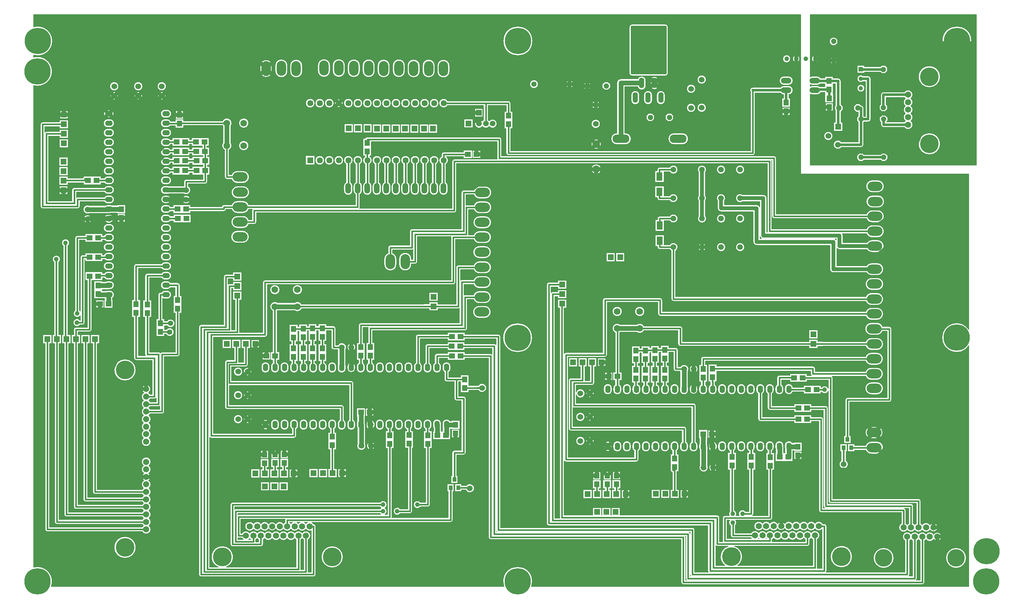
<source format=gbr>
G04 EasyPC Gerber Version 21.0.3 Build 4286 *
G04 #@! TF.Part,Single*
G04 #@! TF.FileFunction,Copper,L1,Top *
G04 #@! TF.FilePolarity,Positive *
%FSLAX35Y35*%
%MOIN*%
G04 #@! TA.AperFunction,ComponentPad*
%AMT98*0 Octagon Pad at angle 0*4,1,8,-0.01077,-0.02600,0.01077,-0.02600,0.02600,-0.01077,0.02600,0.01077,0.01077,0.02600,-0.01077,0.02600,-0.02600,0.01077,-0.02600,-0.01077,-0.01077,-0.02600,0*%
%ADD98T98*%
%ADD136O,0.05500X0.08000*%
%ADD97O,0.05543X0.11087*%
G04 #@! TA.AperFunction,WasherPad*
%ADD90O,0.06000X0.11000*%
%ADD91O,0.09843X0.15748*%
G04 #@! TA.AperFunction,SMDPad*
%ADD140R,0.04000X0.04800*%
%ADD102R,0.05500X0.06000*%
%ADD139R,0.06102X0.08661*%
G04 #@! TA.AperFunction,ComponentPad*
%ADD141R,0.04528X0.04528*%
G04 #@! TA.AperFunction,WasherPad*
%ADD85R,0.06000X0.06000*%
G04 #@! TA.AperFunction,ComponentPad*
%ADD103R,0.06362X0.06362*%
G04 #@! TD.AperFunction*
%ADD114C,0.00500*%
%ADD117C,0.01500*%
%ADD131C,0.02500*%
%ADD115C,0.03937*%
G04 #@! TA.AperFunction,ComponentPad*
%ADD142C,0.04528*%
%ADD107C,0.04764*%
G04 #@! TA.AperFunction,ViaPad*
%ADD119C,0.04800*%
G04 #@! TD.AperFunction*
%ADD118C,0.05000*%
G04 #@! TA.AperFunction,ComponentPad*
%ADD96C,0.05543*%
G04 #@! TA.AperFunction,ViaPad*
%ADD116C,0.05591*%
G04 #@! TA.AperFunction,ComponentPad*
%ADD138C,0.05906*%
%ADD143C,0.05945*%
G04 #@! TA.AperFunction,WasherPad*
%ADD93C,0.06000*%
G04 #@! TA.AperFunction,ComponentPad*
%ADD104C,0.06362*%
G04 #@! TA.AperFunction,WasherPad*
%ADD88C,0.06496*%
G04 #@! TA.AperFunction,ComponentPad*
%ADD106C,0.07000*%
G04 #@! TA.AperFunction,WasherPad*
%ADD134C,0.07874*%
G04 #@! TA.AperFunction,ComponentPad*
%ADD94C,0.18307*%
G04 #@! TA.AperFunction,WasherPad*
%ADD89C,0.19488*%
%ADD86C,0.19685*%
%ADD84C,0.23622*%
%ADD83C,0.27559*%
G04 #@! TA.AperFunction,ComponentPad*
%ADD137O,0.08000X0.05500*%
G04 #@! TA.AperFunction,WasherPad*
%ADD133O,0.11000X0.06000*%
G04 #@! TA.AperFunction,ComponentPad*
%ADD135O,0.17700X0.08850*%
G04 #@! TA.AperFunction,WasherPad*
%ADD87O,0.15748X0.09843*%
G04 #@! TA.AperFunction,SMDPad*
%ADD101R,0.06000X0.05500*%
X0Y0D02*
D02*
D83*
X18656Y18557D03*
Y553990D03*
X18951Y585880D03*
X522494Y274364D03*
X522593Y18557D03*
X522789Y585880D03*
X983222Y274463D03*
X983518Y585880D03*
X1014423Y18557D03*
X1014522Y50152D03*
D02*
D84*
X661035Y587159D03*
D02*
D85*
X28872Y272770D03*
X38872D03*
X46018Y429207D03*
Y439207D03*
Y449207D03*
Y459207D03*
X46411Y478400D03*
Y488400D03*
Y498400D03*
Y508400D03*
X48872Y272770D03*
X58872D03*
X68872D03*
X78872D03*
X217179Y267967D03*
X227179D03*
X228301Y318439D03*
Y328439D03*
Y338439D03*
X237179Y267967D03*
X247179D03*
X247317Y131963D03*
X257317D03*
X257435Y118360D03*
X267179D03*
X267317Y131963D03*
X276923Y118360D03*
X277317Y131963D03*
X287317D03*
X308222Y132238D03*
X318222D03*
X328222D03*
X338222D03*
X345329Y494148D03*
X355073D03*
X365112D03*
X374955Y493951D03*
X384699D03*
X394738D03*
X404384Y493852D03*
X414128D03*
X424167D03*
X433715D03*
X434404Y307376D03*
Y317376D03*
X471018Y499364D03*
X481844Y510585D03*
X569344Y310073D03*
Y320073D03*
Y330073D03*
X580762Y248675D03*
X590762D03*
X595841Y110289D03*
X600762Y248675D03*
X605841Y110289D03*
X605959Y91392D03*
X610762Y248675D03*
X615703Y91392D03*
X615841Y110289D03*
X620132Y358911D03*
X625447Y91392D03*
X625841Y110289D03*
X630132Y358911D03*
X635841Y110289D03*
X667474Y110388D03*
X677474D03*
X687474D03*
X697474D03*
X832927Y267907D03*
Y277907D03*
X858911Y495919D03*
D02*
D86*
X212553Y44246D03*
X327907D03*
X746805Y44541D03*
X862159D03*
D02*
D87*
X231156Y380270D03*
X231352Y395821D03*
Y411569D03*
Y443065D03*
X231549Y427120D03*
X484994Y301431D03*
X485191Y316982D03*
Y332730D03*
Y364226D03*
X485388Y348281D03*
Y379935D03*
Y395526D03*
X485585Y411274D03*
Y426825D03*
X896510Y174856D03*
X896608Y236470D03*
Y252219D03*
Y283715D03*
X896707Y158911D03*
Y221215D03*
X896805Y267770D03*
Y299423D03*
Y315014D03*
X897002Y330762D03*
Y346313D03*
X897396Y370526D03*
X897593Y386077D03*
Y401825D03*
Y433321D03*
X897789Y417376D03*
D02*
D88*
X132711Y73163D03*
Y81037D03*
Y88911D03*
Y96785D03*
Y104659D03*
Y112533D03*
Y120407D03*
Y128281D03*
Y136156D03*
Y144030D03*
Y165289D03*
Y173163D03*
Y181037D03*
Y188911D03*
Y196785D03*
Y204659D03*
Y212533D03*
Y220407D03*
X237356Y66490D03*
X241293Y76333D03*
X245230Y66490D03*
X249167Y76333D03*
X253104Y66490D03*
X257041Y76333D03*
X260978Y66490D03*
X264915Y76333D03*
X268852Y66490D03*
X272789Y76333D03*
X276726Y66490D03*
X280663Y76333D03*
X284600Y66490D03*
X288537Y76333D03*
X292474Y66490D03*
X296411Y76333D03*
X300348Y66490D03*
X304285Y76333D03*
X771608Y66785D03*
X775545Y76628D03*
X779482Y66785D03*
X783419Y76628D03*
X787356Y66785D03*
X791293Y76628D03*
X795230Y66785D03*
X799167Y76628D03*
X803104Y66785D03*
X807041Y76628D03*
X810978Y66785D03*
X814915Y76628D03*
X818852Y66785D03*
X822789Y76628D03*
X826726Y66785D03*
X830663Y76628D03*
X834600Y66785D03*
X838537Y76628D03*
X927514Y75250D03*
X931451Y65407D03*
X932337Y497986D03*
Y505860D03*
Y513734D03*
Y521608D03*
Y529482D03*
X935388Y75250D03*
X939325Y65407D03*
X943262Y75250D03*
X947199Y65407D03*
X951136Y75250D03*
X955073Y65407D03*
X959010Y75250D03*
X962947Y65407D03*
D02*
D89*
X110467Y54266D03*
Y240486D03*
X954581Y477907D03*
Y548380D03*
D02*
D90*
X344738Y431215D03*
X354738D03*
X364738D03*
X374738D03*
X384738D03*
X394738D03*
X404738D03*
X414738D03*
X424738D03*
X434738D03*
X444738D03*
D02*
D91*
X258616Y556943D03*
X274561Y557140D03*
X290112Y556943D03*
X319305Y557435D03*
X334856D03*
X350604Y557238D03*
X366195D03*
X381904Y557041D03*
X388931Y354187D03*
X397848Y557238D03*
X404522Y354187D03*
X413400Y557041D03*
X429148D03*
X444699Y556844D03*
D02*
D93*
X71215Y398970D03*
Y408970D03*
X99167Y528301D03*
Y538301D03*
X124364Y528301D03*
Y538301D03*
X149069Y528301D03*
Y538301D03*
X174659Y419344D03*
Y429344D03*
X229128Y188833D03*
Y214030D03*
Y238734D03*
X239128Y188833D03*
Y214030D03*
Y238734D03*
X338085Y264325D03*
X348085D03*
X358459Y160880D03*
X368459D03*
X472396Y116293D03*
X485191Y221707D03*
X588380Y165998D03*
Y191195D03*
Y215900D03*
X598380Y165998D03*
Y191195D03*
Y215900D03*
X604482Y498872D03*
Y518872D03*
X697337Y241490D03*
X704561Y515683D03*
Y535683D03*
X707337Y241490D03*
X715703Y515801D03*
Y545329D03*
X717711Y138045D03*
X727711D03*
X848616Y486116D03*
X858616Y477022D03*
X864719Y141589D03*
D02*
D94*
X906648Y43163D03*
X982632D03*
D02*
D96*
X539719Y540558D03*
X577120D03*
D02*
D97*
X646018Y526385D03*
X652711Y541739D03*
X659404Y526385D03*
X666096Y541739D03*
X672789Y526385D03*
D02*
D98*
X595565Y538636D03*
X615565D03*
X661805Y505663D03*
X681805D03*
X854187Y565447D03*
Y585447D03*
X859640Y515506D03*
X879640D03*
X882829Y463813D03*
Y503813D03*
X906451Y515978D03*
Y555978D03*
X906648Y463813D03*
Y503813D03*
D02*
D101*
X71734Y439423D03*
X73211Y339030D03*
X73309Y379187D03*
X73407Y358911D03*
X80734Y439423D03*
X82211Y339030D03*
X82309Y379187D03*
X82407Y358911D03*
X84136Y309994D03*
X93136D03*
X164648Y449758D03*
Y460191D03*
Y469935D03*
Y479974D03*
X165730Y409404D03*
X165927Y399561D03*
X173648Y449758D03*
Y460191D03*
Y469935D03*
Y479974D03*
X174730Y409404D03*
X174927Y399561D03*
X185022Y479974D03*
X185219Y469935D03*
X185514Y460093D03*
X185711Y449758D03*
X194022Y479974D03*
X194219Y469935D03*
X194514Y460093D03*
X194711Y449758D03*
X258939Y255171D03*
X267939D03*
X358152Y196215D03*
X367152D03*
X438270Y171904D03*
X447270D03*
X453427Y265506D03*
X453526Y255171D03*
Y275545D03*
X462427Y265506D03*
X462526Y255171D03*
Y275545D03*
X470258Y466785D03*
X479258D03*
X618191Y233911D03*
X627191D03*
X717404Y173380D03*
X726404D03*
X797522Y149069D03*
X806522D03*
X812778Y232337D03*
X817207Y188931D03*
X817305Y200644D03*
X821778Y232337D03*
X826207Y188931D03*
X826305Y200644D03*
X827246Y219935D03*
X836246D03*
D02*
D102*
X82238Y320159D03*
Y329159D03*
X106549Y400278D03*
Y409278D03*
X122100Y300474D03*
Y309474D03*
X133813Y300376D03*
Y309376D03*
X147593Y280494D03*
Y289494D03*
X165506Y304904D03*
Y313904D03*
X167573Y499195D03*
Y508195D03*
X257041Y142699D03*
Y151699D03*
X267868Y142797D03*
Y151797D03*
X277514Y142896D03*
Y151896D03*
X287455Y254313D03*
Y263313D03*
Y274687D03*
Y283687D03*
X297494Y254313D03*
Y263313D03*
Y274884D03*
Y283884D03*
X307238Y254313D03*
Y263313D03*
X307337Y275179D03*
Y284179D03*
X317671Y254313D03*
Y263313D03*
Y275376D03*
Y284376D03*
X328006Y161400D03*
Y170400D03*
X358026Y255396D03*
Y264396D03*
X364719Y469864D03*
Y478864D03*
X367868Y255593D03*
Y264593D03*
X388242Y162974D03*
Y171974D03*
X408518Y163073D03*
Y172073D03*
X428400Y162876D03*
Y171876D03*
X457435Y173801D03*
Y182801D03*
X466884Y221537D03*
Y230537D03*
X512848Y498407D03*
Y507407D03*
X605663Y120455D03*
Y129455D03*
X616490Y120553D03*
Y129553D03*
X626136Y120652D03*
Y129652D03*
X646707Y231478D03*
Y240478D03*
Y251852D03*
Y260852D03*
X656746Y231478D03*
Y240478D03*
Y252049D03*
Y261049D03*
X666490Y231478D03*
Y240478D03*
X666589Y252344D03*
Y261344D03*
X676923Y231478D03*
Y240478D03*
Y252541D03*
Y261541D03*
X687258Y138565D03*
Y147565D03*
X717278Y232561D03*
Y241561D03*
X727120Y232758D03*
Y241758D03*
X747494Y140140D03*
Y149140D03*
X767770Y140238D03*
Y149238D03*
X787652Y140041D03*
Y149041D03*
X804187Y512089D03*
Y521089D03*
X816687Y150967D03*
Y159967D03*
X849167Y534923D03*
Y543923D03*
X849463Y516715D03*
Y525715D03*
D02*
D103*
X304856Y460604D03*
D02*
D104*
Y520604D03*
X314856Y460604D03*
Y520604D03*
X324856Y460604D03*
Y520604D03*
X334856Y460604D03*
Y520604D03*
X344856Y460604D03*
Y520604D03*
X354856Y460604D03*
Y520604D03*
X364856Y460604D03*
Y520604D03*
X374856Y460604D03*
Y520604D03*
X384856Y460604D03*
Y520604D03*
X394856Y460604D03*
Y520604D03*
X404856Y460604D03*
Y520604D03*
X414856Y460604D03*
Y520604D03*
X424856Y460604D03*
Y520604D03*
X434856Y460604D03*
Y520604D03*
X444856Y460604D03*
Y520604D03*
D02*
D106*
X217376Y476037D03*
Y499659D03*
X235093Y476037D03*
Y499659D03*
X267770Y307041D03*
Y324758D03*
X291392Y307041D03*
Y324758D03*
X627022Y284207D03*
Y301923D03*
X650644Y284207D03*
Y301923D03*
D02*
D107*
X804837Y567159D03*
X814837D03*
X824837D03*
X834837D03*
D02*
D114*
X136967Y202281D02*
G75*
G02X135587Y200722I-4257J2378D01*
G01*
G75*
G02X136967Y199163I-2877J-3937*
G01*
X146986*
Y202783*
G75*
G02X145526Y202281I-1461J1876*
G01*
X136967*
G36*
G75*
G02X135587Y200722I-4257J2378*
G01*
G75*
G02X136967Y199163I-2877J-3937*
G01*
X146986*
Y202783*
G75*
G02X145526Y202281I-1461J1876*
G01*
X136967*
G37*
Y210156D02*
G75*
G02X135587Y208596I-4257J2378D01*
G01*
G75*
G02X136967Y207037I-2877J-3937*
G01*
X143148*
Y210930*
G75*
G02X141392Y210156I-1756J1604*
G01*
X136967*
G36*
G75*
G02X135587Y208596I-4257J2378*
G01*
G75*
G02X136967Y207037I-2877J-3937*
G01*
X143148*
Y210930*
G75*
G02X141392Y210156I-1756J1604*
G01*
X136967*
G37*
X225758Y96789D02*
Y94351D01*
G75*
G02X226726Y94557I969J-2172*
G01*
X377904*
G75*
G02X379253Y95730I3251J-2378*
G01*
G75*
G02X378101Y96789I2099J3438*
G01*
X225758*
G36*
Y94351*
G75*
G02X226726Y94557I969J-2172*
G01*
X377904*
G75*
G02X379253Y95730I3251J-2378*
G01*
G75*
G02X378101Y96789I2099J3438*
G01*
X225758*
G37*
X229104Y64183D02*
Y62470D01*
X234596*
G75*
G02X233100Y64112I2760J4020*
G01*
X229679*
G75*
G02X229104Y64183J2378*
G01*
G36*
Y62470*
X234596*
G75*
G02X233100Y64112I2760J4020*
G01*
X229679*
G75*
G02X229104Y64183J2378*
G01*
G37*
Y89801D02*
Y88680D01*
G75*
G02X229679Y88750I575J-2307*
G01*
X379043*
G75*
G02X377904Y89801I2113J3430*
G01*
X229104*
G36*
Y88680*
G75*
G02X229679Y88750I575J-2307*
G01*
X379043*
G75*
G02X377904Y89801I2113J3430*
G01*
X229104*
G37*
X232057Y83994D02*
Y68868D01*
X233100*
G75*
G02X241293Y69367I4257J-2378*
G01*
G75*
G02X249167I3937J-2877*
G01*
G75*
G02X257041I3937J-2877*
G01*
G75*
G02X264915I3937J-2877*
G01*
G75*
G02X272789I3937J-2877*
G01*
G75*
G02X280663I3937J-2877*
G01*
G75*
G02X288537I3937J-2877*
G01*
G75*
G02X296411I3937J-2877*
G01*
G75*
G02X305224Y66490I3937J-2877*
G01*
G75*
G02X302726Y62233I-4876*
G01*
Y28498*
G75*
G02X302710Y28219I-2378J0*
G01*
X305943*
Y71747*
G75*
G02X300348Y73456I-1658J4585*
G01*
G75*
G02X292474I-3937J2877*
G01*
G75*
G02X284600I-3937J2877*
G01*
G75*
G02X276726I-3937J2877*
G01*
G75*
G02X268628Y73793I-3937J2877*
G01*
G75*
G02X261203I-3712J2541*
G01*
G75*
G02X253104Y73456I-4162J2540*
G01*
G75*
G02X245230I-3937J2877*
G01*
G75*
G02X236417Y76333I-3937J2877*
G01*
G75*
G02X245230Y79209I4876*
G01*
G75*
G02X253104I3937J-2877*
G01*
G75*
G02X261203Y78873I3937J-2877*
G01*
G75*
G02X268628I3712J-2541*
G01*
G75*
G02X276726Y79209I4162J-2540*
G01*
G75*
G02X278285Y80589I3937J-2877*
G01*
Y83026*
G75*
G02X278492Y83994I2378J0*
G01*
X232057*
G36*
Y68868*
X233100*
G75*
G02X241293Y69367I4257J-2378*
G01*
G75*
G02X249167I3937J-2877*
G01*
G75*
G02X257041I3937J-2877*
G01*
G75*
G02X264915I3937J-2877*
G01*
G75*
G02X272789I3937J-2877*
G01*
G75*
G02X280663I3937J-2877*
G01*
G75*
G02X288537I3937J-2877*
G01*
G75*
G02X296411I3937J-2877*
G01*
G75*
G02X305224Y66490I3937J-2877*
G01*
G75*
G02X302726Y62233I-4876*
G01*
Y28498*
G75*
G02X302710Y28219I-2378J0*
G01*
X305943*
Y71747*
G75*
G02X300348Y73456I-1658J4585*
G01*
G75*
G02X292474I-3937J2877*
G01*
G75*
G02X284600I-3937J2877*
G01*
G75*
G02X276726I-3937J2877*
G01*
G75*
G02X268628Y73793I-3937J2877*
G01*
G75*
G02X261203I-3712J2541*
G01*
G75*
G02X253104Y73456I-4162J2540*
G01*
G75*
G02X245230I-3937J2877*
G01*
G75*
G02X236417Y76333I-3937J2877*
G01*
G75*
G02X245230Y79209I4876*
G01*
G75*
G02X253104I3937J-2877*
G01*
G75*
G02X261203Y78873I3937J-2877*
G01*
G75*
G02X268628I3712J-2541*
G01*
G75*
G02X276726Y79209I4162J-2540*
G01*
G75*
G02X278285Y80589I3937J-2877*
G01*
Y83026*
G75*
G02X278492Y83994I2378J0*
G01*
X232057*
G37*
X241293Y63613D02*
G75*
G02X240116Y62470I-3937J2877D01*
G01*
X242470*
G75*
G02X241293Y63613I2760J4020*
G01*
G36*
G75*
G02X240116Y62470I-3937J2877*
G01*
X242470*
G75*
G02X241293Y63613I2760J4020*
G01*
G37*
X247608Y60093D02*
G75*
G02X247592Y59813I-2378J0D01*
G01*
X250726*
Y62233*
G75*
G02X249167Y63613I2378J4257*
G01*
G75*
G02X247608Y62233I-3937J2877*
G01*
Y60093*
G36*
G75*
G02X247592Y59813I-2378J0*
G01*
X250726*
Y62233*
G75*
G02X249167Y63613I2378J4257*
G01*
G75*
G02X247608Y62233I-3937J2877*
G01*
Y60093*
G37*
X283041Y80648D02*
Y80589D01*
G75*
G02X284600Y79209I-2378J-4257*
G01*
G75*
G02X286267Y80648I3937J-2876*
G01*
X283041*
G36*
Y80589*
G75*
G02X284600Y79209I-2378J-4257*
G01*
G75*
G02X286267Y80648I3937J-2876*
G01*
X283041*
G37*
X294141D02*
X290808D01*
G75*
G02X292474Y79209I-2270J-4315*
G01*
G75*
G02X294141Y80648I3937J-2876*
G01*
G36*
X290808*
G75*
G02X292474Y79209I-2270J-4315*
G01*
G75*
G02X294141Y80648I3937J-2876*
G01*
G37*
X294852Y31156D02*
G75*
G02X294836Y30876I-2378J0D01*
G01*
X297970*
Y62233*
G75*
G02X296411Y63613I2378J4257*
G01*
G75*
G02X294852Y62233I-3937J2877*
G01*
Y31156*
G36*
G75*
G02X294836Y30876I-2378J0*
G01*
X297970*
Y62233*
G75*
G02X296411Y63613I2378J4257*
G01*
G75*
G02X294852Y62233I-3937J2877*
G01*
Y31156*
G37*
X302015Y80648D02*
X298682D01*
G75*
G02X300348Y79209I-2270J-4315*
G01*
G75*
G02X302015Y80648I3937J-2876*
G01*
G36*
X298682*
G75*
G02X300348Y79209I-2270J-4315*
G01*
G75*
G02X302015Y80648I3937J-2876*
G01*
G37*
X500463Y70989D02*
Y70640D01*
X500861*
G75*
G02X500463Y70989I1357J1952*
G01*
G36*
Y70640*
X500861*
G75*
G02X500463Y70989I1357J1952*
G01*
G37*
X699053Y65884D02*
X698583D01*
G75*
G02X698789Y64915I-2172J-969*
G01*
Y20049*
X699726*
G75*
G02X699053Y21707I1705J1657*
G01*
Y65884*
G36*
X698583*
G75*
G02X698789Y64915I-2172J-969*
G01*
Y20049*
X699726*
G75*
G02X699053Y21707I1705J1657*
G01*
Y65884*
G37*
X703679Y70215D02*
X702788D01*
G75*
G02X703679Y69037I-1357J-1953*
G01*
Y70215*
G36*
X702788*
G75*
G02X703679Y69037I-1357J-1953*
G01*
Y70215*
G37*
X703809Y24967D02*
Y24085D01*
X704352*
G75*
G02X703809Y24967I1705J1657*
G01*
G36*
Y24085*
X704352*
G75*
G02X703809Y24967I1705J1657*
G01*
G37*
X730482Y56131D02*
Y35108D01*
X740279*
G75*
G02X743580Y55549I6526J9433*
G01*
X732041*
G75*
G02X730482Y56131J2378*
G01*
G36*
Y35108*
X740279*
G75*
G02X743580Y55549I6526J9433*
G01*
X732041*
G75*
G02X730482Y56131J2378*
G01*
G37*
X742392Y82911D02*
Y63553D01*
X767957*
G75*
G02X767352Y64407I3651J3231*
G01*
X748478*
G75*
G02X746100Y66785J2378*
G01*
Y76920*
G75*
G02X745059Y82911I2083J3448*
G01*
X742392*
G36*
Y63553*
X767957*
G75*
G02X767352Y64407I3651J3231*
G01*
X748478*
G75*
G02X746100Y66785J2378*
G01*
Y76920*
G75*
G02X745059Y82911I2083J3448*
G01*
X742392*
G37*
X775545Y63909D02*
G75*
G02X775259Y63553I-3936J2876D01*
G01*
X775831*
G75*
G02X775545Y63909I3650J3231*
G01*
G36*
G75*
G02X775259Y63553I-3936J2876*
G01*
X775831*
G75*
G02X775545Y63909I3650J3231*
G01*
G37*
X776976Y380452D02*
Y378551D01*
X778539*
G75*
G02X776976Y380452I1830J3097*
G01*
G36*
Y378551*
X778539*
G75*
G02X776976Y380452I1830J3097*
G01*
G37*
X783419Y63909D02*
G75*
G02X783133Y63553I-3936J2876D01*
G01*
X783706*
G75*
G02X783419Y63909I3650J3231*
G01*
G36*
G75*
G02X783133Y63553I-3936J2876*
G01*
X783706*
G75*
G02X783419Y63909I3650J3231*
G01*
G37*
X789734Y61175D02*
G75*
G02X789569Y60305I-2378D01*
G01*
X824348*
Y62529*
G75*
G02X822789Y63909I2378J4257*
G01*
G75*
G02X814915I-3937J2877*
G01*
G75*
G02X807041I-3937J2877*
G01*
G75*
G02X799167I-3937J2877*
G01*
G75*
G02X791293I-3937J2877*
G01*
G75*
G02X789734Y62529I-3937J2877*
G01*
Y61175*
G36*
G75*
G02X789569Y60305I-2378*
G01*
X824348*
Y62529*
G75*
G02X822789Y63909I2378J4257*
G01*
G75*
G02X814915I-3937J2877*
G01*
G75*
G02X807041I-3937J2877*
G01*
G75*
G02X799167I-3937J2877*
G01*
G75*
G02X791293I-3937J2877*
G01*
G75*
G02X789734Y62529I-3937J2877*
G01*
Y61175*
G37*
X826726Y55549D02*
X750030D01*
G75*
G02X753331Y35108I-3225J-11008*
G01*
X832222*
Y62529*
G75*
G02X830663Y63909I2378J4257*
G01*
G75*
G02X829104Y62529I-3937J2877*
G01*
Y57927*
G75*
G02X826726Y55549I-2378*
G01*
G36*
X750030*
G75*
G02X753331Y35108I-3225J-11008*
G01*
X832222*
Y62529*
G75*
G02X830663Y63909I2378J4257*
G01*
G75*
G02X829104Y62529I-3937J2877*
G01*
Y57927*
G75*
G02X826726Y55549I-2378*
G01*
G37*
X829778Y540076D02*
Y538337D01*
G75*
G02X831864Y538835I2087J-4131*
G01*
X836864*
G75*
G02X839779Y537801J-4628*
G01*
X844789*
Y541045*
X840244*
G75*
G02X836864Y539579I-3380J3161*
G01*
X831864*
G75*
G02X829778Y540076I0J4628*
G01*
G36*
Y538337*
G75*
G02X831864Y538835I2087J-4131*
G01*
X836864*
G75*
G02X839779Y537801J-4628*
G01*
X844789*
Y541045*
X840244*
G75*
G02X836864Y539579I-3380J3161*
G01*
X831864*
G75*
G02X829778Y540076I0J4628*
G01*
G37*
Y548337D02*
G75*
G02X831864Y548835I2087J-4131D01*
G01*
X836864*
G75*
G02X840696Y546801J-4628*
G01*
X844789*
Y548551*
X853545*
Y546801*
X858911*
G75*
G02X861789Y543923J-2878*
G01*
Y519335*
X863868Y517256*
Y513756*
X861789Y511677*
Y500547*
X863539*
Y491291*
X854283*
Y500547*
X856033*
Y513134*
X855412Y513756*
Y517256*
X856033Y517878*
Y541045*
X853545*
Y530343*
X853841*
Y521087*
X845085*
Y530295*
X844789*
Y532045*
X840956*
G75*
G02X836864Y529579I-4092J2161*
G01*
X831864*
G75*
G02X829778Y530076I0J4628*
G01*
Y455467*
X1004089*
Y613537*
X829778*
Y548337*
X831205Y567159D02*
G75*
G02X838469I3632D01*
G01*
G75*
G02X831205I-3632*
G01*
X855937Y589675D02*
X858415Y587197D01*
Y583696*
X855937Y581219*
X852437*
X849959Y583696*
Y587197*
X852437Y589675*
X855937*
X855781Y569297D02*
X858037Y567041D01*
Y563853*
X855781Y561597*
X852593*
X850337Y563853*
Y567041*
X852593Y569297*
X855781*
X890407Y549132D02*
G75*
G02X893285Y546254J-2878D01*
G01*
Y503793*
G75*
G02X890407Y500915I-2878*
G01*
X885909*
X885707Y500713*
Y477022*
G75*
G02X882829Y474144I-2878*
G01*
X862241*
G75*
G02X853988Y477022I-3624J2878*
G01*
G75*
G02X862241Y479900I4628J0*
G01*
X879951*
Y500713*
X878601Y502063*
Y505563*
X879951Y506913*
Y511278*
X877889*
X875412Y513756*
Y517256*
X877889Y519734*
X881390*
X882740Y518384*
X882829*
G75*
G02X885707Y515506J-2878*
G01*
Y506913*
X885949Y506671*
X887530*
Y543376*
X885350*
G75*
G02X878839Y546254I-2620J2878*
G01*
G75*
G02X885350Y549132I3892*
G01*
X890407*
X908398Y468041D02*
X910876Y465563D01*
Y462063*
X908398Y459585*
X904897*
X903547Y460935*
X885929*
X884579Y459585*
X881078*
X878601Y462063*
Y465563*
X881078Y468041*
X884579*
X885929Y466691*
X903547*
X904897Y468041*
X908398*
X878839Y536254D02*
G75*
G02X886622I3892D01*
G01*
G75*
G02X878839I-3892*
G01*
X908201Y560206D02*
X910679Y557729D01*
Y554228*
X908201Y551750*
X904700*
X903350Y553100*
X886622*
Y552362*
X878839*
Y560146*
X886622*
Y558856*
X903350*
X904700Y560206*
X908201*
X928400Y532360D02*
G75*
G02X937213Y529482I3936J-2878D01*
G01*
G75*
G02X935213Y525545I-4876*
G01*
G75*
G02Y517671I-2877J-3937*
G01*
G75*
G02Y509797I-2877J-3937*
G01*
G75*
G02Y501923I-2877J-3937*
G01*
G75*
G02X937213Y497986I-2877J-3937*
G01*
G75*
G02X928400Y495108I-4876*
G01*
X906648*
G75*
G02X903770Y497986J2878*
G01*
Y500713*
X902420Y502063*
Y505563*
X904897Y508041*
X908398*
X910876Y505563*
Y502063*
X909677Y500864*
X928400*
G75*
G02X929460Y501923I3936J-2878*
G01*
G75*
G02Y509797I2877J3937*
G01*
G75*
G02Y517671I2877J3937*
G01*
G75*
G02Y525545I2877J3937*
G01*
G75*
G02X928400Y526604I2877J3937*
G01*
X909329*
Y519079*
X910679Y517729*
Y514228*
X908201Y511750*
X904700*
X902223Y514228*
Y517729*
X903573Y519079*
Y529482*
G75*
G02X906451Y532360I2878*
G01*
X928400*
X943209Y477907D02*
G75*
G02X965953I11372D01*
G01*
G75*
G02X943209I-11372*
G01*
Y548380D02*
G75*
G02X965953I11372D01*
G01*
G75*
G02X943209I-11372*
G01*
X968110Y585880D02*
G75*
G02X998925I15407D01*
G01*
G75*
G02X968110I-15407*
G01*
X845463Y520965D02*
X853463D01*
Y512465*
X845463*
Y520965*
X848616Y490744D02*
G75*
G02X853244Y486116J-4628D01*
G01*
G75*
G02X848616Y481488I-4628*
G01*
G75*
G02X843988Y486116J4628*
G01*
G75*
G02X848616Y490744I4628*
G01*
X910876Y463813D02*
G36*
Y462063D01*
X908398Y459585*
X904897*
X903547Y460935*
X885929*
X884579Y459585*
X881078*
X878601Y462063*
Y463813*
X830028*
Y455717*
X1003839*
Y463813*
X910876*
G37*
X885707Y477907D02*
G36*
Y477022D01*
G75*
G02X882829Y474144I-2878*
G01*
X862241*
G75*
G02X853988Y477021I-3624J2878*
G01*
Y477022*
G75*
G02X854074Y477907I4628J1*
G01*
X830028*
Y463813*
X878601*
Y465563*
X881078Y468041*
X884579*
X885929Y466691*
X903547*
X904897Y468041*
X908398*
X910876Y465563*
Y463813*
X1003839*
Y477907*
X965953*
G75*
G02X943209I-11372*
G01*
X885707*
G37*
X879951Y486116D02*
G36*
X853244D01*
G75*
G02X848616Y481488I-4628*
G01*
G75*
G02X843988Y486116J4628*
G01*
X830028*
Y477907*
X854074*
G75*
G02X862241Y479900I4543J-886*
G01*
X879951*
Y486116*
G37*
X943209Y477907D02*
G36*
G75*
G02X946710Y486116I11372D01*
G01*
X885707*
Y477907*
X943209*
G37*
X965953D02*
G36*
X1003839D01*
Y486116*
X962451*
G75*
G02X965953Y477907I-7870J-8209*
G01*
G37*
X879951Y511270D02*
G36*
X861789D01*
Y500547*
X863539*
Y491291*
X854283*
Y500547*
X856033*
Y511270*
X830028*
Y486116*
X843988*
G75*
G02X848616Y490744I4628*
G01*
G75*
G02X853244Y486116J-4628*
G01*
X879951*
Y500713*
X878601Y502063*
Y505563*
X879951Y506913*
Y511270*
G37*
X936544D02*
G36*
G75*
G02X935213Y509797I-4207J2465D01*
G01*
G75*
G02X937213Y505860I-2877J-3937*
G01*
G75*
G02X935213Y501923I-4876*
G01*
G75*
G02X937213Y497987I-2876J-3937*
G01*
Y497986*
G75*
G02X928400Y495108I-4876*
G01*
X906648*
G75*
G02X903770Y497986J2878*
G01*
Y500713*
X902420Y502063*
Y505563*
X904897Y508041*
X908398*
X910876Y505563*
Y502063*
X909677Y500864*
X928400*
G75*
G02X929460Y501923I3943J-2884*
G01*
G75*
G02X927461Y505860I2877J3937*
G01*
G75*
G02X929460Y509797I4876*
G01*
G75*
G02X928129Y511270I2877J3937*
G01*
X893285*
Y503793*
G75*
G02X890407Y500915I-2878*
G01*
X885909*
X885707Y500713*
Y486116*
X946710*
G75*
G02X962451I7870J-8209*
G01*
X1003839*
Y511270*
X936544*
G37*
X887530D02*
G36*
X885707D01*
Y506913*
X885949Y506671*
X887530*
Y511270*
G37*
X855412Y516715D02*
G36*
X853463D01*
Y512465*
X845463*
Y516715*
X830028*
Y511270*
X856033*
Y513134*
X855412Y513756*
Y516715*
G37*
X879951Y511270D02*
G36*
Y511278D01*
X877889*
X875412Y513756*
Y516715*
X863868*
Y513756*
X861789Y511677*
Y511270*
X879951*
G37*
X887530Y516715D02*
G36*
X885441D01*
G75*
G02X885707Y515506I-2612J-1209*
G01*
Y511270*
X887530*
Y516715*
G37*
X928129Y511270D02*
G36*
G75*
G02X927461Y513734I4207J2464D01*
G01*
G75*
G02X928478Y516715I4876J0*
G01*
X910679*
Y514228*
X908201Y511750*
X904700*
X902223Y514228*
Y516715*
X893285*
Y511270*
X928129*
G37*
X936544D02*
G36*
X1003839D01*
Y516715*
X936196*
G75*
G02X937213Y513734I-3859J-2981*
G01*
G75*
G02X936544Y511270I-4876J0*
G01*
G37*
X855412Y516715D02*
G36*
Y517256D01*
X856033Y517878*
Y536254*
X853545*
Y530343*
X853841*
Y521087*
X845085*
Y530295*
X844789*
Y532045*
X840956*
G75*
G02X836864Y529579I-4092J2161*
G01*
X831864*
G75*
G02X830028Y529959I0J4626*
G01*
Y516715*
X845463*
Y520965*
X853463*
Y516715*
X855412*
G37*
X887530Y536254D02*
G36*
X886622D01*
G75*
G02X878839I-3892*
G01*
X861789*
Y519335*
X863868Y517256*
Y516715*
X875412*
Y517256*
X877889Y519734*
X881390*
X882740Y518384*
X882829*
G75*
G02X885441Y516715J-2878*
G01*
X887530*
Y536254*
G37*
X936196Y516715D02*
G36*
X1003839D01*
Y536254*
X893285*
Y516715*
X902223*
Y517729*
X903573Y519079*
Y529482*
G75*
G02X906451Y532360I2878*
G01*
X928400*
G75*
G02X937213Y529482I3936J-2878*
G01*
Y529482*
G75*
G02X935213Y525545I-4875*
G01*
G75*
G02X937213Y521608I-2877J-3937*
G01*
G75*
G02X935213Y517671I-4876*
G01*
G75*
G02X936196Y516715I-2877J-3937*
G01*
G37*
X928478D02*
G36*
G75*
G02X929460Y517671I3859J-2980D01*
G01*
G75*
G02X927461Y521608I2877J3937*
G01*
G75*
G02X929460Y525545I4876*
G01*
G75*
G02X928400Y526604I2883J3943*
G01*
X909329*
Y519079*
X910679Y517729*
Y516715*
X928478*
G37*
X910679Y555978D02*
G36*
Y554228D01*
X908201Y551750*
X904700*
X903350Y553100*
X886622*
Y552362*
X878839*
Y555978*
X830028*
Y548454*
G75*
G02X831864Y548835I1837J-4246*
G01*
X836864*
G75*
G02X840696Y546801I0J-4627*
G01*
X844789*
Y548551*
X853545*
Y546801*
X858911*
G75*
G02X861789Y543923J-2878*
G01*
Y536254*
X878839*
G75*
G02X886622I3892*
G01*
X887530*
Y543376*
X885350*
G75*
G02X878839Y546254I-2620J2878*
G01*
G75*
G02X885350Y549132I3892*
G01*
X890407*
G75*
G02X893285Y546254J-2878*
G01*
Y536254*
X1003839*
Y555978*
X963042*
G75*
G02X965953Y548380I-8461J-7598*
G01*
G75*
G02X943209I-11372*
G01*
G75*
G02X946120Y555978I11372*
G01*
X910679*
G37*
X856033Y536254D02*
G36*
Y541045D01*
X853545*
Y536254*
X856033*
G37*
X830028Y567159D02*
G36*
Y555978D01*
X878839*
Y560146*
X886622*
Y558856*
X903350*
X904700Y560206*
X908201*
X910679Y557729*
Y555978*
X946120*
G75*
G02X963042I8461J-7598*
G01*
X1003839*
Y567159*
X857918*
X858037Y567041*
Y563853*
X855781Y561597*
X852593*
X850337Y563853*
Y567041*
X850456Y567159*
X838469*
G75*
G02X831205I-3632*
G01*
X830028*
G37*
X998919Y585447D02*
G36*
G75*
G02X968116I-15402J433D01*
G01*
X858415*
Y583696*
X855937Y581219*
X852437*
X849959Y583696*
Y585447*
X830028*
Y567159*
X831205*
G75*
G02X838469I3632*
G01*
X850456*
X852593Y569297*
X855781*
X857918Y567159*
X1003839*
Y585447*
X998919*
G37*
X830028Y613287D02*
G36*
Y585447D01*
X849959*
Y587197*
X852437Y589675*
X855937*
X858415Y587197*
Y585447*
X968116*
G75*
G02X968110Y585880I15408J427*
G01*
G75*
G02X998925I15407*
G01*
G75*
G02X998919Y585447I-15414J-6*
G01*
X1003839*
Y613287*
X830028*
G37*
X856791Y378051D02*
X855721D01*
G75*
G02X856791Y377082I-1830J-3096*
G01*
Y378051*
G36*
X855721*
G75*
G02X856791Y377082I-1830J-3096*
G01*
Y378051*
G37*
X933010Y95313D02*
X928531D01*
G75*
G02X929892Y93163I-1017J-2150*
G01*
Y79507*
G75*
G02X931451Y78127I-2378J-4257*
G01*
G75*
G02X933010Y79507I3937J-2877*
G01*
Y95313*
G36*
X928531*
G75*
G02X929892Y93163I-1017J-2150*
G01*
Y79507*
G75*
G02X931451Y78127I-2378J-4257*
G01*
G75*
G02X933010Y79507I3937J-2877*
G01*
Y95313*
G37*
X933829Y25742D02*
G75*
G02X933156Y24085I-2378D01*
G01*
X936947*
Y61151*
G75*
G02X935388Y62531I2378J4257*
G01*
G75*
G02X933829Y61151I-3937J2877*
G01*
Y25742*
G36*
G75*
G02X933156Y24085I-2378*
G01*
X936947*
Y61151*
G75*
G02X935388Y62531I2378J4257*
G01*
G75*
G02X933829Y61151I-3937J2877*
G01*
Y25742*
G37*
X941703Y21707D02*
G75*
G02X941030Y20049I-2378D01*
G01*
X944821*
Y61151*
G75*
G02X943262Y62531I2378J4257*
G01*
G75*
G02X941703Y61151I-3937J2877*
G01*
Y21707*
G36*
G75*
G02X941030Y20049I-2378*
G01*
X944821*
Y61151*
G75*
G02X943262Y62531I2378J4257*
G01*
G75*
G02X941703Y61151I-3937J2877*
G01*
Y21707*
G37*
X996018Y446215D02*
X819738D01*
Y613439*
X14620*
Y600666*
G75*
G02X34358Y585880I4331J-14786*
G01*
G75*
G02X14620Y571094I-15407*
G01*
Y568860*
G75*
G02X34063Y553990I4035J-14870*
G01*
G75*
G02X14620Y539120I-15407*
G01*
Y33427*
G75*
G02X33081Y13144I4035J-14870*
G01*
X508167*
G75*
G02X507185Y18557I14426J5413*
G01*
G75*
G02X538000I15407*
G01*
G75*
G02X537018Y13144I-15408*
G01*
X996018*
Y265880*
G75*
G02X967815Y274463I-12795J8583*
G01*
G75*
G02X996018Y283046I15407*
G01*
Y446215*
X900545Y439870D02*
G75*
G02X907094Y433321J-6549D01*
G01*
G75*
G02X900545Y426772I-6549*
G01*
X894640*
G75*
G02X888091Y433321J6549*
G01*
G75*
G02X894640Y439870I6549*
G01*
X900545*
X900742Y423925D02*
G75*
G02Y410827J-6549D01*
G01*
X894837*
G75*
G02X888287Y417376J6549*
G01*
G75*
G02X894837Y423925I6549*
G01*
X900742*
X42161Y512650D02*
X50661D01*
Y504150*
X42161*
Y512650*
X94728Y453900D02*
G75*
G02X99106Y449522J-4378D01*
G01*
G75*
G02X94728Y445144I-4378*
G01*
X92228*
G75*
G02X87850Y449522J4378*
G01*
G75*
G02X92228Y453900I4378*
G01*
X94728*
Y463900D02*
G75*
G02X99106Y459522J-4378D01*
G01*
G75*
G02X94728Y455144I-4378*
G01*
X92228*
G75*
G02X87850Y459522J4378*
G01*
G75*
G02X92228Y463900I4378*
G01*
X94728*
Y473900D02*
G75*
G02X99106Y469522J-4378D01*
G01*
G75*
G02X94728Y465144I-4378*
G01*
X92228*
G75*
G02X87850Y469522J4378*
G01*
G75*
G02X92228Y473900I4378*
G01*
X94728*
Y483900D02*
G75*
G02X99106Y479522J-4378D01*
G01*
G75*
G02X94728Y475144I-4378*
G01*
X92228*
G75*
G02X87850Y479522J4378*
G01*
G75*
G02X92228Y483900I4378*
G01*
X94728*
Y493900D02*
G75*
G02X99106Y489522J-4378D01*
G01*
G75*
G02X94728Y485144I-4378*
G01*
X92228*
G75*
G02X87850Y489522J4378*
G01*
G75*
G02X92228Y493900I4378*
G01*
X94728*
Y503900D02*
G75*
G02X99106Y499522J-4378D01*
G01*
G75*
G02X94728Y495144I-4378*
G01*
X92228*
G75*
G02X87850Y499522J4378*
G01*
G75*
G02X92228Y503900I4378*
G01*
X94728*
Y513522D02*
G75*
G02Y505522J-4000D01*
G01*
X92228*
G75*
G02Y513522J4000*
G01*
X94728*
X94539Y538301D02*
G75*
G02X103795I4628D01*
G01*
G75*
G02X94539I-4628*
G01*
X94917Y528301D02*
G75*
G02X103417I4250D01*
G01*
G75*
G02X94917I-4250*
G01*
X168140Y318531D02*
X169884D01*
Y300276*
X167884*
Y256844*
G75*
G02X165506Y254467I-2378*
G01*
X151742*
Y196785*
G75*
G02X149364Y194407I-2378*
G01*
X136967*
G75*
G02X135587Y192848I-4257J2378*
G01*
G75*
G02Y184974I-2877J-3937*
G01*
G75*
G02Y177100I-2877J-3937*
G01*
G75*
G02Y169226I-2877J-3937*
G01*
G75*
G02X137587Y165289I-2877J-3937*
G01*
G75*
G02X127835I-4876*
G01*
G75*
G02X129834Y169226I4876*
G01*
G75*
G02Y177100I2877J3937*
G01*
G75*
G02Y184974I2877J3937*
G01*
G75*
G02Y192848I2877J3937*
G01*
G75*
G02Y200722I2877J3937*
G01*
G75*
G02Y208596I2877J3937*
G01*
G75*
G02X130170Y216695I2877J3937*
G01*
G75*
G02X128213Y220407I2541J3712*
G01*
G75*
G02X137209I4498*
G01*
G75*
G02X135251Y216695I-4498*
G01*
G75*
G02X136967Y214911I-2540J-4162*
G01*
X139014*
Y250628*
X122100*
G75*
G02X119722Y253006J2378*
G01*
Y295846*
X117722*
Y314102*
X119722*
Y349522*
G75*
G02X122100Y351900I2378*
G01*
X148552*
G75*
G02X152228Y353900I3676J-2378*
G01*
X154728*
G75*
G02X159106Y349522J-4378*
G01*
G75*
G02X154728Y345144I-4378*
G01*
X152228*
G75*
G02X148552Y347144J4378*
G01*
X124478*
Y314102*
X126478*
Y295846*
X124478*
Y255384*
X132017*
G75*
G02X131435Y256943I1796J1559*
G01*
Y295748*
X129435*
Y314004*
X131435*
Y339522*
G75*
G02X133813Y341900I2378*
G01*
X148552*
G75*
G02X152228Y343900I3676J-2378*
G01*
X154728*
G75*
G02X159106Y339522J-4378*
G01*
G75*
G02X154728Y335144I-4378*
G01*
X152228*
G75*
G02X148552Y337144J4378*
G01*
X136191*
Y314004*
X138191*
Y295748*
X136191*
Y259321*
X145526*
G75*
G02X147481Y258296J-2378*
G01*
G75*
G02X149364Y259222I1883J-1452*
G01*
X163128*
Y300276*
X161128*
Y318531*
X163069*
Y326986*
X158297*
G75*
G02X154728Y325144I-3569J2535*
G01*
X152228*
G75*
G02X147850Y329522J4378*
G01*
G75*
G02X152228Y333900I4378*
G01*
X154728*
G75*
G02X158297Y332057J-4378*
G01*
X165604*
G75*
G02X168140Y329522J-2535*
G01*
Y318531*
X154649Y292030D02*
G75*
G02X162646Y289423I3574J-2606D01*
G01*
G75*
G02X154550Y286959I-4423*
G01*
X151970*
Y282872*
X153858*
G75*
G02X161858Y280270I3577J-2602*
G01*
G75*
G02X153572Y278116I-4423*
G01*
X151970*
Y275866*
X143215*
Y294122*
X145215*
Y319522*
G75*
G02X147593Y321900I2378*
G01*
X148552*
G75*
G02X152228Y323900I3676J-2378*
G01*
X154728*
G75*
G02X159106Y319522J-4378*
G01*
G75*
G02X154728Y315144I-4378*
G01*
X152228*
G75*
G02X149970Y315771J4378*
G01*
Y294122*
X151970*
Y292030*
X154649*
X127835Y144030D02*
G75*
G02X137587I4876D01*
G01*
G75*
G02X135587Y140093I-4876*
G01*
G75*
G02X135251Y131994I-2877J-3937*
G01*
G75*
G02Y124569I-2541J-3712*
G01*
G75*
G02X135587Y116470I-2540J-4162*
G01*
G75*
G02Y108596I-2877J-3937*
G01*
G75*
G02Y100722I-2877J-3937*
G01*
G75*
G02Y92848I-2877J-3937*
G01*
G75*
G02Y84974I-2877J-3937*
G01*
G75*
G02Y77100I-2877J-3937*
G01*
G75*
G02X137587Y73163I-2877J-3937*
G01*
G75*
G02X128454Y70785I-4876*
G01*
X28872*
G75*
G02X26494Y73163J2378*
G01*
Y268142*
X24244*
Y277398*
X33500*
Y268142*
X31250*
Y75541*
X128454*
G75*
G02X129834Y77100I4257J-2378*
G01*
G75*
G02X128454Y78659I2877J3937*
G01*
X38872*
G75*
G02X36494Y81037J2378*
G01*
Y268142*
X34244*
Y277398*
X36061*
Y353495*
G75*
G02X34411Y356746I2378J3251*
G01*
G75*
G02X42467I4028*
G01*
G75*
G02X40817Y353495I-4028*
G01*
Y277398*
X43500*
Y268142*
X41250*
Y83415*
X128454*
G75*
G02X129834Y84974I4257J-2378*
G01*
G75*
G02X128454Y86533I2877J3937*
G01*
X48872*
G75*
G02X46494Y88911J2378*
G01*
Y268142*
X44244*
Y277398*
X45707*
Y370621*
G75*
G02X44057Y373872I2378J3251*
G01*
G75*
G02X52113I4028*
G01*
G75*
G02X50463Y370621I-4028*
G01*
Y277398*
X53500*
Y268142*
X51250*
Y91289*
X128454*
G75*
G02X129834Y92848I4257J-2378*
G01*
G75*
G02X128454Y94407I2877J3937*
G01*
X58872*
G75*
G02X56494Y96785J2378*
G01*
Y268142*
X54244*
Y277398*
X56494*
Y282927*
G75*
G02X58872Y285305I2378*
G01*
X70833*
Y334652*
X68583*
Y343407*
X86839*
Y341900*
X88552*
G75*
G02X92228Y343900I3676J-2378*
G01*
X94728*
G75*
G02X99106Y339522J-4378*
G01*
G75*
G02X94728Y335144I-4378*
G01*
X92228*
G75*
G02X88552Y337144J4378*
G01*
X86839*
Y334652*
X75589*
Y282927*
G75*
G02X73211Y280549I-2378*
G01*
X61250*
Y277398*
X63500*
Y268142*
X61250*
Y99163*
X128454*
G75*
G02X129834Y100722I4257J-2378*
G01*
G75*
G02X128454Y102281I2877J3937*
G01*
X68872*
G75*
G02X66494Y104659J2378*
G01*
Y268142*
X64244*
Y277398*
X73500*
Y268142*
X71250*
Y107037*
X128454*
G75*
G02X129834Y108596I4257J-2378*
G01*
G75*
G02X128454Y110156I2877J3937*
G01*
X78872*
G75*
G02X76494Y112533J2378*
G01*
Y268142*
X74244*
Y277398*
X83500*
Y268142*
X81250*
Y114911*
X128454*
G75*
G02X129834Y116470I4257J-2378*
G01*
G75*
G02X130170Y124569I2877J3937*
G01*
G75*
G02Y131994I2541J3712*
G01*
G75*
G02X129834Y140093I2540J4162*
G01*
G75*
G02X127835Y144030I2877J3937*
G01*
X99094Y54266D02*
G75*
G02X121839I11372D01*
G01*
G75*
G02X99094I-11372*
G01*
X94728Y333900D02*
G75*
G02X99106Y329522J-4378D01*
G01*
G75*
G02X94728Y325144I-4378*
G01*
X94434*
G75*
G02X93478Y325031I-956J4016*
G01*
X86616*
Y323650*
X90770*
G75*
G02X92228Y323900I1458J-4128*
G01*
X94728*
G75*
G02X97264Y315953J-4378*
G01*
Y314372*
X97764*
Y305616*
X88508*
Y314372*
X89008*
Y315394*
X82238*
G75*
G02X81181Y315531J4128*
G01*
X77860*
Y333787*
X86616*
Y333287*
X89996*
G75*
G02X92228Y333900I2233J-3765*
G01*
X94728*
X99094Y240486D02*
G75*
G02X121839I11372D01*
G01*
G75*
G02X99094I-11372*
G01*
X79886Y313994D02*
X88386D01*
Y305994*
X79886*
Y313994*
X119736Y538301D02*
G75*
G02X128992I4628D01*
G01*
G75*
G02X119736I-4628*
G01*
X120114Y528301D02*
G75*
G02X128614I4250D01*
G01*
G75*
G02X120114I-4250*
G01*
X144441Y538301D02*
G75*
G02X153697I4628D01*
G01*
G75*
G02X144441I-4628*
G01*
X144819Y528301D02*
G75*
G02X153319I4250D01*
G01*
G75*
G02X144819I-4250*
G01*
X154728Y363900D02*
G75*
G02X159106Y359522J-4378D01*
G01*
G75*
G02X154728Y355144I-4378*
G01*
X152228*
G75*
G02X147850Y359522J4378*
G01*
G75*
G02X152228Y363900I4378*
G01*
X154728*
Y373900D02*
G75*
G02X159106Y369522J-4378D01*
G01*
G75*
G02X154728Y365144I-4378*
G01*
X152228*
G75*
G02X147850Y369522J4378*
G01*
G75*
G02X152228Y373900I4378*
G01*
X154728*
Y383900D02*
G75*
G02X159106Y379522J-4378D01*
G01*
G75*
G02X154728Y375144I-4378*
G01*
X152228*
G75*
G02X147850Y379522J4378*
G01*
G75*
G02X152228Y383900I4378*
G01*
X154728*
Y393900D02*
G75*
G02X159106Y389522J-4378D01*
G01*
G75*
G02X154728Y385144I-4378*
G01*
X152228*
G75*
G02X147850Y389522J4378*
G01*
G75*
G02X152228Y393900I4378*
G01*
X154728*
X161299Y403939D02*
X179555D01*
Y395183*
X161299*
Y397026*
X158325*
G75*
G02X154728Y395144I-3597J2496*
G01*
X152228*
G75*
G02X147850Y399522J4378*
G01*
G75*
G02X152228Y403900I4378*
G01*
X154728*
G75*
G02X158269Y402096J-4378*
G01*
X161299*
Y403939*
X900545Y408374D02*
G75*
G02X907094Y401825J-6549D01*
G01*
G75*
G02X900545Y395276I-6549*
G01*
X894640*
G75*
G02X888537Y399447J6549*
G01*
X791687*
G75*
G02X789309Y401825J2378*
G01*
Y460470*
X789036*
G75*
G02X789242Y459502I-2172J-969*
G01*
Y388455*
X888537*
G75*
G02X894640Y392626I6102J-2378*
G01*
X900545*
G75*
G02X907094Y386077J-6549*
G01*
G75*
G02X900545Y379528I-6549*
G01*
X894640*
G75*
G02X888537Y383699J6549*
G01*
X863342*
G75*
G02X863984Y381648I-2954J-2051*
G01*
Y374122*
X888970*
G75*
G02X894443Y377075I5473J-3596*
G01*
X900348*
G75*
G02X906898Y370526J-6549*
G01*
G75*
G02X900348Y363976I-6549*
G01*
X894443*
G75*
G02X888970Y366929J6549*
G01*
X860388*
G75*
G02X857488Y368398J3596*
G01*
Y349909*
X888576*
G75*
G02X894049Y352862I5473J-3596*
G01*
X899955*
G75*
G02X906504Y346313J-6549*
G01*
G75*
G02X899955Y339764I-6549*
G01*
X894049*
G75*
G02X888576Y342717J6549*
G01*
X853892*
G75*
G02X850295Y346313J3596*
G01*
Y371358*
X773380*
G75*
G02X769783Y374955J3596*
G01*
Y406693*
X735959*
G75*
G02X732362Y410289J3596*
G01*
Y418004*
G75*
G02X735959Y425421I3596J2837*
G01*
G75*
G02X739555Y418004J-4581*
G01*
Y413886*
X773380*
G75*
G02X776772Y411485J-3596*
G01*
Y417244*
X758796*
G75*
G02X751378Y420841I-2837J3596*
G01*
G75*
G02X758796Y424437I4581*
G01*
X780368*
G75*
G02X783965Y420841J-3596*
G01*
Y385244*
X784637*
G75*
G02X784486Y386077I2228J832*
G01*
Y457124*
X458337*
Y407927*
G75*
G02X455959Y405549I-2378*
G01*
X248494*
Y395821*
G75*
G02X246116Y393443I-2378*
G01*
X240407*
G75*
G02X234305Y389272I-6102J2378*
G01*
X228400*
G75*
G02X221850Y395821J6549*
G01*
G75*
G02X228400Y402370I6549*
G01*
X234305*
G75*
G02X240407Y398199J-6549*
G01*
X243738*
Y407927*
G75*
G02X244102Y409191I2378J0*
G01*
X240407*
G75*
G02X234305Y405020I-6102J2378*
G01*
X228400*
G75*
G02X222297Y409191J6549*
G01*
X216595*
G75*
G02X214226Y407026I-2369J213*
G01*
X179358*
Y405026*
X161102*
Y406868*
X158211*
G75*
G02X154728Y405144I-3482J2654*
G01*
X152228*
G75*
G02X147850Y409522J4378*
G01*
G75*
G02X152228Y413900I4378*
G01*
X154728*
G75*
G02X158378Y411939J-4378*
G01*
X161102*
Y413781*
X179358*
Y411781*
X211858*
G75*
G02X214226Y413947I2369J-213*
G01*
X222297*
G75*
G02X228400Y418118I6102J-2378*
G01*
X234305*
G75*
G02X240407Y413947J-6549*
G01*
X352360*
Y424744*
G75*
G02X350110Y428715I2378J3970*
G01*
Y433715*
G75*
G02X352321Y437661I4628*
G01*
Y456518*
G75*
G02X350047Y460604I2535J4086*
G01*
G75*
G02X359665I4809*
G01*
G75*
G02X357392Y456518I-4809*
G01*
Y437506*
G75*
G02X359366Y433715I-2654J-3792*
G01*
Y428715*
G75*
G02X357116Y424744I-4628*
G01*
Y411569*
G75*
G02X356752Y410305I-2378J0*
G01*
X453581*
Y459502*
G75*
G02X455959Y461880I2378*
G01*
X501031*
G75*
G02X500825Y462848I2172J969*
G01*
Y480254*
X369096*
Y465236*
X367254*
Y464773*
G75*
G02X367392Y456518I-2398J-4169*
G01*
Y437506*
G75*
G02X369366Y433715I-2654J-3792*
G01*
Y428715*
G75*
G02X360110I-4628*
G01*
Y433715*
G75*
G02X362321Y437661I4628*
G01*
Y456518*
G75*
G02X362183Y464602I2535J4086*
G01*
Y465236*
X360341*
Y483492*
X362333*
G75*
G02X365598Y485010I2385J-860*
G01*
X503203*
G75*
G02X505581Y482632J-2378*
G01*
Y465226*
X791687*
G75*
G02X794065Y462848J-2378*
G01*
Y404203*
X888537*
G75*
G02X894640Y408374I6102J-2378*
G01*
X900545*
X370047Y460604D02*
G75*
G02X379665I4809D01*
G01*
G75*
G02X377392Y456518I-4809*
G01*
Y437506*
G75*
G02X379366Y433715I-2654J-3792*
G01*
Y428715*
G75*
G02X370110I-4628*
G01*
Y433715*
G75*
G02X372321Y437661I4628*
G01*
Y456518*
G75*
G02X370047Y460604I2535J4086*
G01*
X380047D02*
G75*
G02X389665I4809D01*
G01*
G75*
G02X387392Y456518I-4809*
G01*
Y437506*
G75*
G02X389366Y433715I-2654J-3792*
G01*
Y428715*
G75*
G02X380110I-4628*
G01*
Y433715*
G75*
G02X382321Y437661I4628*
G01*
Y456518*
G75*
G02X380047Y460604I2535J4086*
G01*
X390047D02*
G75*
G02X399665I4809D01*
G01*
G75*
G02X397392Y456518I-4809*
G01*
Y437506*
G75*
G02X399366Y433715I-2654J-3792*
G01*
Y428715*
G75*
G02X390110I-4628*
G01*
Y433715*
G75*
G02X392321Y437661I4628*
G01*
Y456518*
G75*
G02X390047Y460604I2535J4086*
G01*
X400047D02*
G75*
G02X409665I4809D01*
G01*
G75*
G02X407392Y456518I-4809*
G01*
Y437506*
G75*
G02X409366Y433715I-2654J-3792*
G01*
Y428715*
G75*
G02X400110I-4628*
G01*
Y433715*
G75*
G02X402321Y437661I4628*
G01*
Y456518*
G75*
G02X400047Y460604I2535J4086*
G01*
X410047D02*
G75*
G02X419665I4809D01*
G01*
G75*
G02X417392Y456518I-4809*
G01*
Y437506*
G75*
G02X419366Y433715I-2654J-3792*
G01*
Y428715*
G75*
G02X410110I-4628*
G01*
Y433715*
G75*
G02X412321Y437661I4628*
G01*
Y456518*
G75*
G02X410047Y460604I2535J4086*
G01*
X420047D02*
G75*
G02X429665I4809D01*
G01*
G75*
G02X427392Y456518I-4809*
G01*
Y437506*
G75*
G02X429366Y433715I-2654J-3792*
G01*
Y428715*
G75*
G02X420110I-4628*
G01*
Y433715*
G75*
G02X422321Y437661I4628*
G01*
Y456518*
G75*
G02X420047Y460604I2535J4086*
G01*
X430047D02*
G75*
G02X439665I4809D01*
G01*
G75*
G02X437392Y456518I-4809*
G01*
Y437506*
G75*
G02X439366Y433715I-2654J-3792*
G01*
Y428715*
G75*
G02X430110I-4628*
G01*
Y433715*
G75*
G02X432321Y437661I4628*
G01*
Y456518*
G75*
G02X430047Y460604I2535J4086*
G01*
X465630Y471163D02*
X474886D01*
Y462407*
X465630*
Y464407*
X447800*
G75*
G02X447392Y456518I-2943J-3803*
G01*
Y437506*
G75*
G02X449366Y433715I-2654J-3792*
G01*
Y428715*
G75*
G02X440110I-4628*
G01*
Y433715*
G75*
G02X442321Y437661I4628*
G01*
Y456518*
G75*
G02X442478Y464784I2535J4086*
G01*
Y466785*
G75*
G02X444856Y469163I2378*
G01*
X465630*
Y471163*
X475008Y470785D02*
X483508D01*
Y462785*
X475008*
Y470785*
X899955Y337311D02*
G75*
G02X906504Y330762J-6549D01*
G01*
G75*
G02X899955Y324213I-6549*
G01*
X894049*
G75*
G02X887500Y330762J6549*
G01*
G75*
G02X894049Y337311I6549*
G01*
X899955*
X756057Y374043D02*
G75*
G02X760638Y369463J-4581D01*
G01*
G75*
G02X756057Y364882I-4581*
G01*
G75*
G02X751476Y369463J4581*
G01*
G75*
G02X756057Y374043I4581*
G01*
Y404043D02*
G75*
G02X760638Y399463J-4581D01*
G01*
G75*
G02X756057Y394882I-4581*
G01*
G75*
G02X751476Y399463J4581*
G01*
G75*
G02X756057Y404043I4581*
G01*
X736057Y374043D02*
G75*
G02Y364882J-4581D01*
G01*
G75*
G02X731476Y369463J4581*
G01*
G75*
G02X736057Y374043I4581*
G01*
Y404043D02*
G75*
G02Y394882J-4581D01*
G01*
G75*
G02X731476Y399463J4581*
G01*
G75*
G02X736057Y404043I4581*
G01*
X507087Y274364D02*
G75*
G02X537902I15407D01*
G01*
G75*
G02X507087I-15407*
G01*
X959235Y67948D02*
G75*
G02X967445Y65407I3712J-2540D01*
G01*
G75*
G02X959235Y62867I-4498J0*
G01*
G75*
G02X951136Y62531I-4162J2540*
G01*
G75*
G02X949577Y61151I-3937J2877*
G01*
Y17671*
G75*
G02X947199Y15293I-2378*
G01*
X696411*
G75*
G02X694033Y17671J2378*
G01*
Y62537*
X494246*
G75*
G02X491868Y64915J2378*
G01*
Y252793*
X467154*
Y250793*
X448898*
Y252734*
X440443*
Y247963*
G75*
G02X442285Y244394I-2535J-3569*
G01*
Y241894*
G75*
G02X433530I-4378*
G01*
Y244394*
G75*
G02X435372Y247963I4378*
G01*
Y255270*
G75*
G02X437907Y257805I2535*
G01*
X448898*
Y259549*
X467154*
Y257549*
X494246*
G75*
G02X495707Y257048J-2378*
G01*
Y263128*
X467055*
Y261128*
X448799*
Y263128*
X430285*
Y248070*
G75*
G02X432285Y244394I-2378J-3676*
G01*
Y241894*
G75*
G02X423530I-4378*
G01*
Y244394*
G75*
G02X425530Y248070I4378*
G01*
Y265506*
G75*
G02X427907Y267884I2378*
G01*
X448799*
Y269884*
X467055*
Y267884*
X498085*
G75*
G02X499841Y267109J-2378*
G01*
Y273167*
X467154*
Y271167*
X448898*
Y273167*
X420285*
Y248070*
G75*
G02X422285Y244394I-2378J-3676*
G01*
Y241894*
G75*
G02X413530I-4378*
G01*
Y244394*
G75*
G02X415530Y248070I4378*
G01*
Y275545*
G75*
G02X417907Y277923I2378*
G01*
X448898*
Y279923*
X467154*
Y277923*
X502219*
G75*
G02X504596Y275545J-2378*
G01*
Y74970*
X706057*
G75*
G02X708435Y72593J-2378*
G01*
Y28120*
X722667*
G75*
G02X722085Y29679I1796J1559*
G01*
Y77006*
X555270*
G75*
G02X552892Y79384J2378*
G01*
Y330073*
G75*
G02X555270Y332451I2378*
G01*
X564717*
Y334701*
X573972*
Y325445*
X564717*
Y327695*
X557648*
Y321869*
G75*
G02X559207Y322451I1559J-1796*
G01*
X564717*
Y324701*
X573972*
Y315445*
X564717*
Y317695*
X561585*
Y84911*
X566800*
G75*
G02X566671Y85683I2249J772*
G01*
Y305445*
X564717*
Y314701*
X573972*
Y305445*
X571427*
Y257956*
G75*
G02X573183Y258730I1756J-1604*
G01*
X611750*
Y313833*
G75*
G02X614128Y316211I2378*
G01*
X672100*
G75*
G02X674478Y313833J-2378*
G01*
Y301801*
X887750*
G75*
G02X893852Y305972I6102J-2378*
G01*
X899758*
G75*
G02X906307Y299423J-6549*
G01*
G75*
G02X899758Y292874I-6549*
G01*
X893852*
G75*
G02X887750Y297045J6549*
G01*
X672100*
G75*
G02X669722Y299423J2378*
G01*
Y311455*
X616506*
Y256352*
G75*
G02X614128Y253974I-2378*
G01*
X575561*
Y148789*
X644781*
Y155383*
G75*
G02X642781Y159059I2378J3676*
G01*
Y161559*
G75*
G02X651537I4378*
G01*
Y159059*
G75*
G02X649537Y155383I-4378*
G01*
Y146411*
G75*
G02X647159Y144033I-2378*
G01*
X573183*
G75*
G02X571427Y144808J2378*
G01*
Y88061*
X601331*
Y96020*
X610587*
Y88061*
X611075*
Y96020*
X620331*
Y88061*
X620819*
Y96020*
X630075*
Y88061*
X732041*
G75*
G02X734419Y85683J-2378*
G01*
Y60305*
X737801*
G75*
G02X737636Y61175I2213J870*
G01*
Y85289*
G75*
G02X740014Y87667I2378*
G01*
X744607*
G75*
G02X745116Y92133I3575J1854*
G01*
Y135512*
X743116*
Y153768*
X745116*
Y155187*
G75*
G02X742781Y159059I2044J3872*
G01*
Y161559*
G75*
G02X751537I4378*
G01*
Y159059*
G75*
G02X749872Y155623I-4378*
G01*
Y153768*
X751872*
Y135512*
X749872*
Y93178*
G75*
G02X751759Y87667I-1689J-3657*
G01*
X754942*
G75*
G02X761769Y91900I3576J1854*
G01*
X765392*
Y135610*
X763392*
Y153866*
X765392*
Y155054*
G75*
G02X762781Y159059I1768J4005*
G01*
Y161559*
G75*
G02X771537I4378*
G01*
Y159059*
G75*
G02X770148Y155859I-4378*
G01*
Y153866*
X772148*
Y135610*
X770148*
Y89522*
G75*
G02X769258Y87667I-2378*
G01*
X785274*
Y135413*
X783274*
Y153669*
X784781*
Y155383*
G75*
G02X782781Y159059I2378J3676*
G01*
Y161559*
G75*
G02X791537I4378*
G01*
Y159059*
G75*
G02X789537Y155383I-4378*
G01*
Y153669*
X792030*
Y135413*
X790030*
Y85289*
G75*
G02X787652Y82911I-2378*
G01*
X751307*
G75*
G02X750856Y77355I-3124J-2543*
G01*
Y69163*
X767352*
G75*
G02X775545Y69662I4257J-2378*
G01*
G75*
G02X783419I3937J-2877*
G01*
G75*
G02X791293I3937J-2877*
G01*
G75*
G02X799167I3937J-2877*
G01*
G75*
G02X807041I3937J-2877*
G01*
G75*
G02X814915I3937J-2877*
G01*
G75*
G02X822789I3937J-2877*
G01*
G75*
G02X830663I3937J-2877*
G01*
G75*
G02X839476Y66785I3937J-2877*
G01*
G75*
G02X836978Y62529I-4876*
G01*
Y32730*
G75*
G02X836881Y32057I-2378*
G01*
X842065*
Y73262*
G75*
G02X834600Y73751I-3528J3366*
G01*
G75*
G02X826726I-3937J2877*
G01*
G75*
G02X818852I-3937J2877*
G01*
G75*
G02X810978I-3937J2877*
G01*
G75*
G02X802880Y74088I-3937J2877*
G01*
G75*
G02X795455I-3712J2541*
G01*
G75*
G02X787356Y73751I-4162J2540*
G01*
G75*
G02X779482I-3937J2877*
G01*
G75*
G02X770669Y76628I-3937J2877*
G01*
G75*
G02X779482Y79505I4876*
G01*
G75*
G02X787356I3937J-2877*
G01*
G75*
G02X795455Y79168I3937J-2877*
G01*
G75*
G02X802880I3712J-2541*
G01*
G75*
G02X810978Y79505I4162J-2540*
G01*
G75*
G02X818852I3937J-2877*
G01*
G75*
G02X826726I3937J-2877*
G01*
G75*
G02X834600I3937J-2877*
G01*
G75*
G02X842794Y79006I3937J-2877*
G01*
X844443*
G75*
G02X846821Y76628J-2378*
G01*
Y29679*
G75*
G02X846239Y28120I-2378*
G01*
X929073*
Y61151*
G75*
G02X931451Y70283I2378J4257*
G01*
G75*
G02X935388Y68284J-4876*
G01*
G75*
G02X943262I3937J-2877*
G01*
G75*
G02X951136I3937J-2877*
G01*
G75*
G02X959235Y67948I3937J-2877*
G01*
X828299Y282535D02*
X837555D01*
Y273280*
X828299*
Y282535*
X912553Y286093D02*
G75*
G02X914931Y283715J-2378D01*
G01*
Y209108*
G75*
G02X912553Y206730I-2378*
G01*
X871033*
Y171474*
X872283*
Y163417*
X865028*
Y171474*
X866278*
Y209108*
G75*
G02X868656Y211486I2378*
G01*
X910175*
Y281337*
X905663*
G75*
G02X899561Y277165I-6102J2378*
G01*
X893656*
G75*
G02X887106Y283715J6549*
G01*
G75*
G02X893656Y290264I6549*
G01*
X899561*
G75*
G02X905663Y286093J-6549*
G01*
X912553*
X899463Y181028D02*
G75*
G02Y168685J-6171D01*
G01*
X893557*
G75*
G02X887386Y174856J6171*
G01*
G75*
G02X893557Y181028I6171*
G01*
X899463*
X899659Y165461D02*
G75*
G02Y152362J-6549D01*
G01*
X893754*
G75*
G02X887719Y156367J6549*
G01*
X876283*
Y154719*
X869028*
Y162774*
X876283*
Y161123*
X887589*
G75*
G02X893754Y165461I6165J-2212*
G01*
X899659*
X899758Y274319D02*
G75*
G02X906307Y267770J-6549D01*
G01*
G75*
G02X899758Y261220I-6549*
G01*
X893852*
G75*
G02X887750Y265392J6549*
G01*
X842593*
G75*
G02X842278Y265372I-315J2516*
G01*
X837555*
Y263280*
X828299*
Y265392*
X693163*
G75*
G02X690785Y267770J2378*
G01*
Y281829*
X655187*
G75*
G02X647601Y280079I-4543J2378*
G01*
X630064*
G75*
G02X629569Y279756I-3041J4130*
G01*
Y238289*
X631819*
Y229533*
X629695*
Y225128*
G75*
G02X631537Y221559I-2535J-3569*
G01*
Y219059*
G75*
G02X622781I-4378*
G01*
Y221559*
G75*
G02X624624Y225128I4378*
G01*
Y229533*
X622563*
Y238289*
X624813*
Y279579*
G75*
G02X621894Y284207I2209J4628*
G01*
G75*
G02X630064Y288335I5128*
G01*
X647601*
G75*
G02X655187Y286585I3043J-4128*
G01*
X693163*
G75*
G02X695541Y284207J-2378*
G01*
Y270148*
X828299*
Y272535*
X837555*
Y270443*
X842278*
G75*
G02X843465Y270148J-2535*
G01*
X887750*
G75*
G02X893852Y274319I6102J-2378*
G01*
X899758*
X711130Y222040D02*
G75*
G02Y218578I-3971J-1731D01*
G01*
G75*
G02X703189I-3971J481*
G01*
G75*
G02Y222040I3971J1731*
G01*
G75*
G02X711130I3971J-481*
G01*
X703087Y241490D02*
G75*
G02X711587I4250D01*
G01*
G75*
G02X703087I-4250*
G01*
X721839Y140138D02*
G75*
G02X717711Y133417I-4128J-2093D01*
G01*
G75*
G02X713583Y140138I0J4628*
G01*
Y156535*
G75*
G02X712781Y159059I3577J2524*
G01*
Y161559*
G75*
G02X713276Y163580I4378*
G01*
Y169002*
X712776*
Y177758*
X722031*
Y169002*
X721531*
Y161871*
G75*
G02X721839Y160309I-3820J-1562*
G01*
Y140138*
X899561Y258768D02*
G75*
G02X906110Y252219J-6549D01*
G01*
G75*
G02X899561Y245669I-6549*
G01*
X893656*
G75*
G02X887553Y249841J6549*
G01*
X719656*
Y246189*
X721656*
Y227933*
X719813*
Y225041*
G75*
G02X721537Y221559I-2654J-3482*
G01*
Y219059*
G75*
G02X712781I-4378*
G01*
Y221559*
G75*
G02X714742Y225209I4378*
G01*
Y227933*
X712900*
Y246189*
X714900*
Y252219*
G75*
G02X717278Y254596I2378*
G01*
X887553*
G75*
G02X893656Y258768I6102J-2378*
G01*
X899561*
X722154Y177380D02*
X730654D01*
Y169380*
X722154*
Y177380*
X730674Y163469D02*
G75*
G02Y157150I-2964J-3159D01*
G01*
G75*
G02X723159Y159059I-3515J1909*
G01*
Y159289*
G75*
G02Y161329I4000J1020*
G01*
Y161559*
G75*
G02X730674Y163469I4000*
G01*
X727711Y142295D02*
G75*
G02Y133795J-4250D01*
G01*
G75*
G02Y142295J4250*
G01*
X955298Y77790D02*
G75*
G02X963508Y75250I3712J-2540D01*
G01*
G75*
G02X955298Y72710I-4498J0*
G01*
G75*
G02X947199Y72373I-4162J2540*
G01*
G75*
G02X939325I-3937J2877*
G01*
G75*
G02X931451I-3937J2877*
G01*
G75*
G02X922638Y75250I-3937J2877*
G01*
G75*
G02X925136Y79507I4876*
G01*
Y90785*
X840998*
G75*
G02X838620Y93163J2378*
G01*
Y186553*
X830835*
Y184553*
X812579*
Y186553*
X777159*
G75*
G02X774781Y188931J2378*
G01*
Y215383*
G75*
G02X772781Y219059I2378J3676*
G01*
Y221559*
G75*
G02X781537I4378*
G01*
Y219059*
G75*
G02X779537Y215383I-4378*
G01*
Y191309*
X812579*
Y193309*
X830835*
Y191309*
X840998*
G75*
G02X843376Y188931J-2378*
G01*
Y95541*
X844804*
G75*
G02X843443Y97691I1017J2150*
G01*
Y198266*
X830933*
Y196266*
X812677*
Y198266*
X787159*
G75*
G02X784781Y200644J2378*
G01*
Y215383*
G75*
G02X782781Y219059I2378J3676*
G01*
Y221559*
G75*
G02X791537I4378*
G01*
Y219059*
G75*
G02X789537Y215383I-4378*
G01*
Y203022*
X812677*
Y205022*
X830933*
Y203022*
X845821*
G75*
G02X848199Y200644J-2378*
G01*
Y100069*
X935388*
G75*
G02X937766Y97691J-2378*
G01*
Y79507*
G75*
G02X939325Y78127I-2378J-4257*
G01*
G75*
G02X940884Y79507I3937J-2877*
G01*
Y100530*
X850841*
G75*
G02X848463Y102907J2378*
G01*
Y218204*
G75*
G02X841487Y217360I-3724J1534*
G01*
X840874*
Y215557*
X822618*
Y217557*
X811272*
G75*
G02X802781Y219059I-4112J1502*
G01*
Y221559*
G75*
G02X811472Y222313I4378*
G01*
X822618*
Y224313*
X840874*
Y222116*
X841487*
G75*
G02X848463Y221272I3251J-2378*
G01*
Y229959*
X826406*
Y227959*
X808150*
Y229900*
X799695*
Y225128*
G75*
G02X801537Y221559I-2535J-3569*
G01*
Y219059*
G75*
G02X792781I-4378*
G01*
Y221559*
G75*
G02X794624Y225128I4378*
G01*
Y232435*
G75*
G02X797159Y234970I2535*
G01*
X808150*
Y236715*
X826406*
Y234715*
X830606*
G75*
G02X829900Y236470I1829J1756*
G01*
Y239348*
X731498*
Y228130*
X729656*
Y225156*
G75*
G02X731537Y221559I-2496J-3597*
G01*
Y219059*
G75*
G02X722781I-4378*
G01*
Y221559*
G75*
G02X724585Y225100I4378*
G01*
Y228130*
X722742*
Y246386*
X731498*
Y244419*
X832435*
G75*
G02X834970Y241884J-2535*
G01*
Y239006*
X887617*
G75*
G02X893656Y243020I6039J-2535*
G01*
X899561*
G75*
G02X906110Y236470J-6549*
G01*
G75*
G02X899561Y229921I-6549*
G01*
X893656*
G75*
G02X887617Y233935J6549*
G01*
X852601*
G75*
G02X853219Y232337I-1761J-1598*
G01*
Y105285*
X943262*
G75*
G02X945640Y102907J-2378*
G01*
Y79507*
G75*
G02X947199Y78127I-2378J-4257*
G01*
G75*
G02X955298Y77790I3937J-2877*
G01*
X867191Y145501D02*
G75*
G02X869346Y141589I-2472J-3912D01*
G01*
G75*
G02X860091I-4628*
G01*
G75*
G02X862120Y145418I4628*
G01*
Y154719*
X861028*
Y162774*
X868283*
Y154719*
X867191*
Y145501*
X899659Y227764D02*
G75*
G02X906209Y221215J-6549D01*
G01*
G75*
G02X899659Y214665I-6549*
G01*
X893754*
G75*
G02X887205Y221215J6549*
G01*
G75*
G02X893754Y227764I6549*
G01*
X899659*
X862159Y56012D02*
G75*
G02Y33071J-11470D01*
G01*
G75*
G02X850689Y44541J11470*
G01*
G75*
G02X862159Y56012I11470*
G01*
X906648Y53945D02*
G75*
G02X917429Y43163J-10781D01*
G01*
G75*
G02X906648Y32382I-10781*
G01*
G75*
G02X895866Y43163J10781*
G01*
G75*
G02X906648Y53945I10781*
G01*
X812309Y164594D02*
X821065D01*
Y155339*
X812309*
Y155839*
X811287*
Y149069*
G75*
G02X811150Y148011I-4128*
G01*
Y144691*
X792894*
Y153447*
X793394*
Y156826*
G75*
G02X792781Y159059I3765J2233*
G01*
Y161559*
G75*
G02X801537I4378*
G01*
Y161265*
G75*
G02X801650Y160309I-4016J-956*
G01*
Y153447*
X803031*
Y157601*
G75*
G02X802781Y159059I4128J1458*
G01*
Y161559*
G75*
G02X810728Y164094I4378*
G01*
X812309*
Y164594*
X812687Y155217D02*
X820687D01*
Y146717*
X812687*
Y155217*
X732781Y161559D02*
G75*
G02X741537I4378D01*
G01*
Y159059*
G75*
G02X732781I-4378*
G01*
Y161559*
Y221559D02*
G75*
G02X741537I4378D01*
G01*
Y219059*
G75*
G02X732781I-4378*
G01*
Y221559*
X742781D02*
G75*
G02X751537I4378D01*
G01*
Y219059*
G75*
G02X742781I-4378*
G01*
Y221559*
X752781Y161559D02*
G75*
G02X761537I4378D01*
G01*
Y159059*
G75*
G02X752781I-4378*
G01*
Y161559*
Y221559D02*
G75*
G02X761537I4378D01*
G01*
Y219059*
G75*
G02X752781I-4378*
G01*
Y221559*
X762781D02*
G75*
G02X771537I4378D01*
G01*
Y219059*
G75*
G02X762781I-4378*
G01*
Y221559*
X772781Y161559D02*
G75*
G02X781537I4378D01*
G01*
Y159059*
G75*
G02X772781I-4378*
G01*
Y161559*
X632781Y221559D02*
G75*
G02X641537I4378D01*
G01*
Y219059*
G75*
G02X632781I-4378*
G01*
Y221559*
X693366Y243868D02*
G75*
G02X701965Y241490I3970J-2378D01*
G01*
G75*
G02X701287Y239080I-4628*
G01*
Y223017*
G75*
G02X701537Y221559I-4128J-1458*
G01*
Y219059*
G75*
G02X692781I-4378*
G01*
Y221559*
G75*
G02X693031Y223017I4378*
G01*
Y239112*
X688439*
G75*
G02X686061Y241490J2378*
G01*
Y259163*
X681301*
Y247913*
X679301*
Y245106*
X681301*
Y226850*
X679301*
Y225377*
G75*
G02X681537Y221559I-2142J-3818*
G01*
Y219059*
G75*
G02X672781I-4378*
G01*
Y221559*
G75*
G02X674545Y225071I4378*
G01*
Y226850*
X672545*
Y245106*
X674545*
Y247913*
X672545*
Y259163*
X670967*
Y247717*
X669026*
Y245106*
X670868*
Y226850*
X668868*
Y225590*
G75*
G02X671537Y221559I-1709J-4031*
G01*
Y219059*
G75*
G02X662781I-4378*
G01*
Y221559*
G75*
G02X664112Y224702I4378*
G01*
Y226850*
X662112*
Y245106*
X663955*
Y247717*
X662211*
Y258967*
X661124*
Y247421*
X659124*
Y245106*
X661124*
Y226850*
X659124*
Y225472*
G75*
G02X661537Y221559I-1965J-3913*
G01*
Y219059*
G75*
G02X652781I-4378*
G01*
Y221559*
G75*
G02X654368Y224932I4378*
G01*
Y226850*
X652368*
Y245106*
X654368*
Y247421*
X652368*
Y258474*
X651085*
Y247224*
X649085*
Y245106*
X651085*
Y226850*
X649085*
Y225491*
G75*
G02X651537Y221559I-1925J-3932*
G01*
Y219059*
G75*
G02X642781I-4378*
G01*
Y221559*
G75*
G02X644329Y224899I4378*
G01*
Y226850*
X642329*
Y245106*
X644329*
Y247224*
X642329*
Y265480*
X651085*
Y263230*
X652368*
Y265677*
X661124*
Y263722*
X662211*
Y265972*
X670967*
Y263919*
X672545*
Y266169*
X681301*
Y263919*
X688439*
G75*
G02X690817Y261541J-2378*
G01*
Y243868*
X693366*
X682781Y221559D02*
G75*
G02X691537I4378D01*
G01*
Y219059*
G75*
G02X682781I-4378*
G01*
Y221559*
X621894Y301923D02*
G75*
G02X632150I5128D01*
G01*
G75*
G02X621894I-5128*
G01*
X645516D02*
G75*
G02X655772I5128D01*
G01*
G75*
G02X645516I-5128*
G01*
X709537Y165235D02*
G75*
G02X711537Y161559I-2378J-3676D01*
G01*
Y159059*
G75*
G02X702781I-4378*
G01*
Y161559*
G75*
G02X704781Y165235I4378*
G01*
Y200923*
X581549*
G75*
G02X580581Y201130I0J2378*
G01*
Y181368*
X697159*
G75*
G02X699537Y178990J-2378*
G01*
Y165235*
G75*
G02X701537Y161559I-2378J-3676*
G01*
Y159059*
G75*
G02X692781I-4378*
G01*
Y161559*
G75*
G02X694781Y165235I4378*
G01*
Y176612*
X578203*
G75*
G02X575825Y178990J2378*
G01*
Y229581*
G75*
G02X578203Y231959I2378*
G01*
X588384*
Y244047*
X586134*
Y253303*
X595390*
Y244047*
X593140*
Y229581*
G75*
G02X593123Y229301I-2378J0*
G01*
X598384*
Y244047*
X596134*
Y253303*
X605390*
Y244047*
X603140*
Y226923*
G75*
G02X600762Y224545I-2378*
G01*
X583927*
Y217161*
G75*
G02X593008Y215900I4453J-1261*
G01*
G75*
G02X583927Y214638I-4628*
G01*
Y205679*
X707159*
G75*
G02X709537Y203301J-2378*
G01*
Y165235*
X594130Y215900D02*
G75*
G02X602630I4250D01*
G01*
G75*
G02X594130I-4250*
G01*
X583752Y191195D02*
G75*
G02X593008I4628D01*
G01*
G75*
G02X583752I-4628*
G01*
X594130D02*
G75*
G02X602630I4250D01*
G01*
G75*
G02X594130I-4250*
G01*
X693224Y114638D02*
X701724D01*
Y106138*
X693224*
Y114638*
X583752Y165998D02*
G75*
G02X593008I4628D01*
G01*
G75*
G02X583752I-4628*
G01*
X594130D02*
G75*
G02X602630I4250D01*
G01*
G75*
G02X594130I-4250*
G01*
X613159Y161559D02*
G75*
G02X621159I4000D01*
G01*
Y159059*
G75*
G02X613159I-4000*
G01*
Y161559*
X622781D02*
G75*
G02X631537I4378D01*
G01*
Y159059*
G75*
G02X622781I-4378*
G01*
Y161559*
X632781D02*
G75*
G02X641537I4378D01*
G01*
Y159059*
G75*
G02X632781I-4378*
G01*
Y161559*
X652781D02*
G75*
G02X661537I4378D01*
G01*
Y159059*
G75*
G02X652781I-4378*
G01*
Y161559*
X662781D02*
G75*
G02X671537I4378D01*
G01*
Y159059*
G75*
G02X662781I-4378*
G01*
Y161559*
X662846Y115016D02*
X672102D01*
Y105760*
X662846*
Y115016*
X672781Y161559D02*
G75*
G02X681537I4378D01*
G01*
Y159059*
G75*
G02X672781I-4378*
G01*
Y161559*
X672846Y115016D02*
X682102D01*
Y105760*
X672846*
Y115016*
X689636D02*
X692102D01*
Y105760*
X682846*
Y115016*
X684880*
Y132828*
G75*
G02X683526Y133937I724J2265*
G01*
X682880*
Y152193*
X684722*
Y155422*
G75*
G02X682781Y159059I2437J3637*
G01*
Y161559*
G75*
G02X691537I4378*
G01*
Y159059*
G75*
G02X689793Y155562I-4378*
G01*
Y152193*
X691636*
Y133937*
X689636*
Y115016*
X576134Y253303D02*
X585390D01*
Y244047*
X576134*
Y253303*
X606512Y252925D02*
X615012D01*
Y244425*
X606512*
Y252925*
X612781Y221559D02*
G75*
G02X621537I4378D01*
G01*
Y219059*
G75*
G02X612781I-4378*
G01*
Y221559*
X613941Y237911D02*
X622441D01*
Y229911*
X613941*
Y237911*
X591213Y114917D02*
X600469D01*
Y105661*
X591213*
Y114917*
X608041D02*
X610469D01*
Y105661*
X601213*
Y114917*
X603285*
Y115827*
X601285*
Y125083*
X610041*
Y115827*
X608041*
Y114917*
X601663Y133705D02*
X609663D01*
Y125205*
X601663*
Y133705*
X612112Y125181D02*
X620868D01*
Y115925*
X618868*
Y114917*
X620469*
Y105661*
X611213*
Y114917*
X614112*
Y115925*
X612112*
Y125181*
X612490Y133803D02*
X620490D01*
Y125303*
X612490*
Y133803*
X621758Y125280D02*
X630514D01*
Y116024*
X628514*
Y114917*
X630469*
Y105661*
X621213*
Y114917*
X623758*
Y116024*
X621758*
Y125280*
X622136Y133902D02*
X630136D01*
Y125402*
X622136*
Y133902*
X631591Y114539D02*
X640091D01*
Y106039*
X631591*
Y114539*
X453057Y187429D02*
X461813D01*
Y178173*
X453057*
Y178673*
X452035*
Y171904*
G75*
G02X451898Y170846I-4128*
G01*
Y167526*
X433642*
Y176281*
X434142*
Y179661*
G75*
G02X433530Y181894I3765J2233*
G01*
Y184394*
G75*
G02X442285I4378*
G01*
Y184100*
G75*
G02X442398Y183144I-4016J-956*
G01*
Y176281*
X443780*
Y180435*
G75*
G02X443530Y181894I4128J1458*
G01*
Y184394*
G75*
G02X451476Y186929I4378*
G01*
X453057*
Y187429*
X453435Y178051D02*
X461435D01*
Y169551*
X453435*
Y178051*
X481405Y224368D02*
G75*
G02X489819Y221707I3786J-2661D01*
G01*
G75*
G02X481240Y219297I-4628*
G01*
X479876*
G75*
G02X479478Y219329J2536*
G01*
X471262*
Y216909*
X462506*
Y228159*
X460699*
Y212963*
X465801*
G75*
G02X468179Y210585J-2378*
G01*
Y153695*
G75*
G02X465801Y151317I-2378*
G01*
X458533*
Y129545*
X459783*
Y121488*
X452528*
Y129545*
X453778*
Y153695*
G75*
G02X456156Y156073I2378*
G01*
X463423*
Y208207*
X458321*
G75*
G02X455943Y210585J2378*
G01*
Y228159*
X447907*
G75*
G02X445530Y230537J2378*
G01*
Y238218*
G75*
G02X443530Y241894I2378J3676*
G01*
Y244394*
G75*
G02X452285I4378*
G01*
Y241894*
G75*
G02X450285Y238218I-4378*
G01*
Y232915*
X462506*
Y235165*
X471262*
Y224085*
X478711*
G75*
G02X479876Y224368I1165J-2252*
G01*
X481405*
X468790Y119194D02*
G75*
G02X477024Y116293I3606J-2901D01*
G01*
G75*
G02X468156Y114438I-4628*
G01*
X463783*
Y112789*
X456528*
Y120844*
X463783*
Y119194*
X468790*
X488537Y433374D02*
G75*
G02Y420276J-6549D01*
G01*
X482632*
G75*
G02X476530Y424447J6549*
G01*
X468179*
Y413621*
G75*
G02X468557Y413652I378J-2348*
G01*
X476530*
G75*
G02X482632Y417823I6102J-2378*
G01*
X488537*
G75*
G02Y404724J-6549*
G01*
X482632*
G75*
G02X476530Y408896J6549*
G01*
X470935*
Y383026*
G75*
G02X470826Y382313I-2378J0*
G01*
X476333*
G75*
G02X482435Y386484I6102J-2378*
G01*
X488341*
G75*
G02X494890Y379935J-6549*
G01*
G75*
G02X488341Y373386I-6549*
G01*
X482435*
G75*
G02X476333Y377557J6549*
G01*
X457352*
Y332435*
G75*
G02X454974Y330057I-2378*
G01*
X259813*
Y277415*
G75*
G02X257435Y275037I-2378*
G01*
X203317*
Y173789*
X285530*
Y178218*
G75*
G02X283530Y181894I2378J3676*
G01*
Y184394*
G75*
G02X292285I4378*
G01*
Y181894*
G75*
G02X290285Y178218I-4378*
G01*
Y171411*
G75*
G02X287907Y169033I-2378*
G01*
X200939*
G75*
G02X199281Y169706J2378*
G01*
Y33533*
X208453*
G75*
G02X212553Y55717I4100J10713*
G01*
G75*
G02X216654Y33533J-11470*
G01*
X290096*
Y62233*
G75*
G02X288537Y63613I2378J4257*
G01*
G75*
G02X280663I-3937J2877*
G01*
G75*
G02X272789I-3937J2877*
G01*
G75*
G02X264915I-3937J2877*
G01*
G75*
G02X257041I-3937J2877*
G01*
G75*
G02X255482Y62233I-3937J2877*
G01*
Y57435*
G75*
G02X253104Y55057I-2378*
G01*
X223380*
G75*
G02X221002Y57435J2378*
G01*
Y99167*
G75*
G02X223380Y101545I2378*
G01*
X378101*
G75*
G02X385380Y99167I3251J-2378*
G01*
G75*
G02X383255Y95617I-4028*
G01*
G75*
G02X383269Y88750I-2099J-3438*
G01*
X385864*
Y158346*
X383864*
Y176602*
X385864*
Y178022*
G75*
G02X383530Y181894I2044J3872*
G01*
Y184394*
G75*
G02X392285I4378*
G01*
Y181894*
G75*
G02X390620Y178457I-4378*
G01*
Y176602*
X392620*
Y158346*
X390620*
Y86372*
G75*
G02X390414Y85404I-2378J0*
G01*
X449778*
Y112789*
X448528*
Y120844*
X455783*
Y112789*
X454533*
Y83026*
G75*
G02X452156Y80648I-2378*
G01*
X306556*
G75*
G02X308548Y78700I-2271J-4315*
G01*
G75*
G02X310699Y76333I-228J-2367*
G01*
Y25841*
G75*
G02X308321Y23463I-2378*
G01*
X190309*
G75*
G02X187931Y25841J2378*
G01*
Y285683*
G75*
G02X190309Y288061I2378*
G01*
X214014*
Y338439*
G75*
G02X216392Y340817I2378*
G01*
X223673*
Y343067*
X232929*
Y333811*
X223673*
Y336061*
X218770*
Y330453*
G75*
G02X220033Y330817I1264J-2014*
G01*
X223673*
Y333067*
X232929*
Y323811*
X223673*
Y326061*
X222411*
Y282730*
G75*
G02X222395Y282451I-2378J0*
G01*
X225923*
Y313811*
X223673*
Y323067*
X232929*
Y313811*
X230679*
Y280073*
G75*
G02X230663Y279793I-2378J0*
G01*
X255057*
Y332435*
G75*
G02X257435Y334813I2378*
G01*
X452596*
Y379935*
G75*
G02X452706Y380648I2378J0*
G01*
X417392*
Y354187*
G75*
G02X415014Y351809I-2378*
G01*
X411071*
Y351234*
G75*
G02X397972I-6549*
G01*
Y357140*
G75*
G02X411071I6549*
G01*
Y356565*
X412636*
Y366878*
G75*
G02X411667Y366671I-969J2172*
G01*
X391309*
Y363242*
G75*
G02X395480Y357140I-2378J-6102*
G01*
Y351234*
G75*
G02X382382I-6549*
G01*
Y357140*
G75*
G02X386553Y363242I6549*
G01*
Y369049*
G75*
G02X388931Y371427I2378*
G01*
X409289*
Y386175*
G75*
G02X411667Y388553I2378*
G01*
X463423*
Y426825*
G75*
G02X465801Y429203I2378*
G01*
X476530*
G75*
G02X482632Y433374I6102J-2378*
G01*
X488537*
X327907Y55717D02*
G75*
G02X339378Y44246J-11470D01*
G01*
G75*
G02X327907Y32776I-11470*
G01*
G75*
G02X316437Y44246J11470*
G01*
G75*
G02X327907Y55717I11470*
G01*
X488341Y402075D02*
G75*
G02Y388976J-6549D01*
G01*
X482435*
G75*
G02X475886Y395526J6549*
G01*
G75*
G02X482435Y402075I6549*
G01*
X488341*
X488144Y370776D02*
G75*
G02X494693Y364226J-6549D01*
G01*
G75*
G02X488144Y357677I-6549*
G01*
X482238*
G75*
G02X475689Y364226J6549*
G01*
G75*
G02X482238Y370776I6549*
G01*
X488144*
X488341Y354831D02*
G75*
G02X494890Y348281J-6549D01*
G01*
G75*
G02X488341Y341732I-6549*
G01*
X482435*
G75*
G02X476333Y345904J6549*
G01*
X462667*
Y334803*
G75*
G02X463833Y335108I1165J-2073*
G01*
X476136*
G75*
G02X482238Y339280I6102J-2378*
G01*
X488144*
G75*
G02X494693Y332730J-6549*
G01*
G75*
G02X488144Y326181I-6549*
G01*
X482238*
G75*
G02X476136Y330352J6549*
G01*
X466211*
Y319107*
G75*
G02X467278Y319360I1067J-2125*
G01*
X476136*
G75*
G02X482238Y323531I6102J-2378*
G01*
X488144*
G75*
G02X494693Y316982J-6549*
G01*
G75*
G02X488144Y310433I-6549*
G01*
X482238*
G75*
G02X476136Y314604J6549*
G01*
X469656*
Y284108*
G75*
G02X467278Y281730I-2378*
G01*
X370246*
Y269220*
X372246*
Y250965*
X370404*
Y247991*
G75*
G02X372285Y244394I-2496J-3597*
G01*
Y241894*
G75*
G02X363530I-4378*
G01*
Y244394*
G75*
G02X365333Y247934I4378*
G01*
Y250965*
X363490*
Y269220*
X365490*
Y284108*
G75*
G02X365743Y285175I2378*
G01*
X360404*
Y269024*
X362404*
Y250768*
X360561*
Y247876*
G75*
G02X362285Y244394I-2654J-3482*
G01*
Y241894*
G75*
G02X353530I-4378*
G01*
Y244394*
G75*
G02X355490Y248044I4378*
G01*
Y250768*
X353648*
Y269024*
X355648*
Y287553*
G75*
G02X358026Y289931I2378*
G01*
X461455*
Y305264*
G75*
G02X460289Y304959I-1165J2073*
G01*
X439031*
Y302748*
X429776*
Y304841*
X424659*
G75*
G02X423894Y304959J2536*
G01*
X296078*
G75*
G02X288349Y302913I-4686J2083*
G01*
X270812*
G75*
G02X270148Y302498I-3043J4129*
G01*
Y259549*
X272567*
Y250793*
X270443*
Y247963*
G75*
G02X272285Y244394I-2535J-3569*
G01*
Y241894*
G75*
G02X263530I-4378*
G01*
Y244394*
G75*
G02X265372Y247963I4378*
G01*
Y250793*
X263311*
Y259549*
X265392*
Y302498*
G75*
G02X262642Y307041I2378J4543*
G01*
G75*
G02X270812Y311169I5128*
G01*
X288349*
G75*
G02X295768Y309715I3043J-4128*
G01*
X423680*
G75*
G02X424659Y309911I980J-2339*
G01*
X429776*
Y312004*
X439031*
Y309715*
X457911*
Y348281*
G75*
G02X460289Y350659I2378*
G01*
X476333*
G75*
G02X482435Y354831I6102J-2378*
G01*
X488341*
X487947Y307980D02*
G75*
G02X494496Y301431J-6549D01*
G01*
G75*
G02X487947Y294882I-6549*
G01*
X482041*
G75*
G02X475492Y301431J6549*
G01*
G75*
G02X482041Y307980I6549*
G01*
X487947*
X373530Y184394D02*
G75*
G02X382285I4378D01*
G01*
Y181894*
G75*
G02X373530I-4378*
G01*
Y184394*
Y244394D02*
G75*
G02X382285I4378D01*
G01*
Y241894*
G75*
G02X373530I-4378*
G01*
Y244394*
X383530D02*
G75*
G02X392285I4378D01*
G01*
Y241894*
G75*
G02X383530I-4378*
G01*
Y244394*
X393530Y184394D02*
G75*
G02X402285I4378D01*
G01*
Y181894*
G75*
G02X393530I-4378*
G01*
Y184394*
Y244394D02*
G75*
G02X402285I4378D01*
G01*
Y241894*
G75*
G02X393530I-4378*
G01*
Y244394*
X410896Y176701D02*
X412896D01*
Y158445*
X411880*
Y92179*
G75*
G02X409502Y89801I-2378*
G01*
X399367*
G75*
G02X392088Y92179I-3251J2378*
G01*
G75*
G02X399367Y94557I4028*
G01*
X407124*
Y158445*
X404140*
Y176701*
X406140*
Y177889*
G75*
G02X403530Y181894I1768J4005*
G01*
Y184394*
G75*
G02X412285I4378*
G01*
Y181894*
G75*
G02X410896Y178694I-4378*
G01*
Y176701*
X403530Y244394D02*
G75*
G02X412285I4378D01*
G01*
Y241894*
G75*
G02X403530I-4378*
G01*
Y244394*
X430285Y176504D02*
X432778D01*
Y158248*
X430778*
Y99167*
G75*
G02X428400Y96789I-2378*
G01*
X420529*
G75*
G02X413250Y99167I-3251J2378*
G01*
G75*
G02X420529Y101545I4028*
G01*
X426022*
Y158248*
X424022*
Y176504*
X425530*
Y178218*
G75*
G02X423530Y181894I2378J3676*
G01*
Y184394*
G75*
G02X432285I4378*
G01*
Y181894*
G75*
G02X430285Y178218I-4378*
G01*
Y176504*
X413530Y184394D02*
G75*
G02X422285I4378D01*
G01*
Y181894*
G75*
G02X413530I-4378*
G01*
Y184394*
X362902Y200215D02*
X371402D01*
Y192215*
X362902*
Y200215*
X371422Y186303D02*
G75*
G02Y179984I-2964J-3159D01*
G01*
G75*
G02X363907Y181894I-3515J1909*
G01*
Y182124*
G75*
G02Y184163I4000J1020*
G01*
Y184394*
G75*
G02X371422Y186303I4000*
G01*
X368459Y165130D02*
G75*
G02Y156630J-4250D01*
G01*
G75*
G02Y165130J4250*
G01*
X351878Y244875D02*
G75*
G02Y241413I-3971J-1731D01*
G01*
G75*
G02X343937I-3971J481*
G01*
G75*
G02Y244875I3971J1731*
G01*
G75*
G02X351878I3971J-481*
G01*
X343835Y264325D02*
G75*
G02X352335I4250D01*
G01*
G75*
G02X343835I-4250*
G01*
X362587Y162972D02*
G75*
G02X358459Y156252I-4128J-2093D01*
G01*
G75*
G02X354331Y162972I0J4628*
G01*
Y179369*
G75*
G02X353530Y181894I3577J2524*
G01*
Y184394*
G75*
G02X354024Y186414I4378*
G01*
Y191837*
X353524*
Y200593*
X362780*
Y191837*
X362280*
Y184706*
G75*
G02X362587Y183144I-3820J-1562*
G01*
Y162972*
X273530Y244394D02*
G75*
G02X282285I4378D01*
G01*
Y241894*
G75*
G02X273530I-4378*
G01*
Y244394*
X334114Y266703D02*
G75*
G02X342713Y264325I3970J-2378D01*
G01*
G75*
G02X342035Y261915I-4628*
G01*
Y245852*
G75*
G02X342285Y244394I-4128J-1458*
G01*
Y241894*
G75*
G02X333530I-4378*
G01*
Y244394*
G75*
G02X333780Y245852I4378*
G01*
Y261947*
X329187*
G75*
G02X326809Y264325J2378*
G01*
Y281998*
X322049*
Y270748*
X320049*
Y267941*
X322049*
Y249685*
X320049*
Y248212*
G75*
G02X322285Y244394I-2142J-3818*
G01*
Y241894*
G75*
G02X313530I-4378*
G01*
Y244394*
G75*
G02X315293Y247906I4378*
G01*
Y249685*
X313293*
Y267941*
X315293*
Y270748*
X313293*
Y281998*
X311715*
Y270551*
X309774*
Y267941*
X311616*
Y249685*
X309616*
Y248424*
G75*
G02X312285Y244394I-1709J-4031*
G01*
Y241894*
G75*
G02X303530I-4378*
G01*
Y244394*
G75*
G02X304860Y247537I4378*
G01*
Y249685*
X302860*
Y267941*
X304703*
Y270551*
X302959*
Y281801*
X301872*
Y270256*
X299872*
Y267941*
X301872*
Y249685*
X299872*
Y248306*
G75*
G02X302285Y244394I-1965J-3913*
G01*
Y241894*
G75*
G02X293530I-4378*
G01*
Y244394*
G75*
G02X295116Y247767I4378*
G01*
Y249685*
X293116*
Y267941*
X295116*
Y270256*
X293116*
Y281309*
X291833*
Y270059*
X289833*
Y267941*
X291833*
Y249685*
X289833*
Y248326*
G75*
G02X292285Y244394I-1925J-3932*
G01*
Y241894*
G75*
G02X283530I-4378*
G01*
Y244394*
G75*
G02X285077Y247733I4378*
G01*
Y249685*
X283077*
Y267941*
X285077*
Y270059*
X283077*
Y288315*
X291833*
Y286065*
X293116*
Y288512*
X301872*
Y286557*
X302959*
Y288807*
X311715*
Y286754*
X313293*
Y289004*
X322049*
Y286754*
X329187*
G75*
G02X331565Y284376J-2378*
G01*
Y266703*
X334114*
X323530Y244394D02*
G75*
G02X332285I4378D01*
G01*
Y241894*
G75*
G02X323530I-4378*
G01*
Y244394*
X262642Y324758D02*
G75*
G02X272898I5128D01*
G01*
G75*
G02X262642I-5128*
G01*
X286264D02*
G75*
G02X296520I5128D01*
G01*
G75*
G02X286264I-5128*
G01*
X429776Y322004D02*
X439031D01*
Y312748*
X429776*
Y322004*
X212551Y272594D02*
X221807D01*
Y263339*
X212551*
Y272594*
X350285Y188070D02*
G75*
G02X352285Y184394I-2378J-3676D01*
G01*
Y181894*
G75*
G02X343530I-4378*
G01*
Y184394*
G75*
G02X345530Y188070I4378*
G01*
Y224348*
X220049*
Y203809*
X337907*
G75*
G02X340285Y201431J-2378*
G01*
Y188070*
G75*
G02X342285Y184394I-2378J-3676*
G01*
Y181894*
G75*
G02X333530I-4378*
G01*
Y184394*
G75*
G02X335530Y188070I4378*
G01*
Y199053*
X217671*
G75*
G02X215293Y201431J2378*
G01*
Y248675*
G75*
G02X217671Y251053I2378*
G01*
X224801*
Y263339*
X222551*
Y272594*
X231807*
Y263339*
X229557*
Y248675*
G75*
G02X229550Y248494I-2378J2*
G01*
X234801*
Y263339*
X232551*
Y272594*
X241807*
Y263339*
X239557*
Y246116*
G75*
G02X237179Y243738I-2378*
G01*
X222313*
Y229104*
X347907*
G75*
G02X350285Y226726J-2378*
G01*
Y188070*
X224500Y238734D02*
G75*
G02X233756I4628D01*
G01*
G75*
G02X224500I-4628*
G01*
X234878D02*
G75*
G02X243378I4250D01*
G01*
G75*
G02X234878I-4250*
G01*
X224500Y214030D02*
G75*
G02X233756I4628D01*
G01*
G75*
G02X224500I-4628*
G01*
X234878D02*
G75*
G02X243378I4250D01*
G01*
G75*
G02X234878I-4250*
G01*
X333972Y136488D02*
X342472D01*
Y127988*
X333972*
Y136488*
X224500Y188833D02*
G75*
G02X233756I4628D01*
G01*
G75*
G02X224500I-4628*
G01*
X234878D02*
G75*
G02X243378I4250D01*
G01*
G75*
G02X234878I-4250*
G01*
X253907Y184394D02*
G75*
G02X261907I4000D01*
G01*
Y181894*
G75*
G02X253907I-4000*
G01*
Y184394*
X263530D02*
G75*
G02X272285I4378D01*
G01*
Y181894*
G75*
G02X263530I-4378*
G01*
Y184394*
X273530D02*
G75*
G02X282285I4378D01*
G01*
Y181894*
G75*
G02X273530I-4378*
G01*
Y184394*
X293530D02*
G75*
G02X302285I4378D01*
G01*
Y181894*
G75*
G02X293530I-4378*
G01*
Y184394*
X303530D02*
G75*
G02X312285I4378D01*
G01*
Y181894*
G75*
G02X303530I-4378*
G01*
Y184394*
X303594Y136866D02*
X312850D01*
Y127610*
X303594*
Y136866*
X313530Y184394D02*
G75*
G02X322285I4378D01*
G01*
Y181894*
G75*
G02X313530I-4378*
G01*
Y184394*
X313594Y136866D02*
X322850D01*
Y127610*
X313594*
Y136866*
X330384D02*
X332850D01*
Y127610*
X323594*
Y136866*
X325628*
Y156772*
X323628*
Y175028*
X325470*
Y178257*
G75*
G02X323530Y181894I2437J3637*
G01*
Y184394*
G75*
G02X332285I4378*
G01*
Y181894*
G75*
G02X330541Y178397I-4378*
G01*
Y175028*
X332384*
Y156772*
X330384*
Y136866*
X242929Y272217D02*
X251429D01*
Y263717*
X242929*
Y272217*
X253530Y244394D02*
G75*
G02X262285I4378D01*
G01*
Y241894*
G75*
G02X253530I-4378*
G01*
Y244394*
X254689Y259171D02*
X263189D01*
Y251171*
X254689*
Y259171*
X242689Y136591D02*
X251945D01*
Y127335*
X242689*
Y136591*
X259419D02*
X261945D01*
Y127335*
X252689*
Y136591*
X254663*
Y138071*
X252663*
Y147327*
X261419*
Y138071*
X259419*
Y136591*
X252807Y122988D02*
X262063D01*
Y113732*
X252807*
Y122988*
X253041Y155949D02*
X261041D01*
Y147449*
X253041*
Y155949*
X262551Y122988D02*
X271807D01*
Y113732*
X262551*
Y122988*
X263490Y147425D02*
X272246D01*
Y138169*
X270246*
Y136591*
X271945*
Y127335*
X262689*
Y136591*
X265490*
Y138169*
X263490*
Y147425*
X263868Y156047D02*
X271868D01*
Y147547*
X263868*
Y156047*
X272295Y122988D02*
X281551D01*
Y113732*
X272295*
Y122988*
X279892Y136591D02*
X281945D01*
Y127335*
X272689*
Y136591*
X275136*
Y138268*
X273136*
Y147524*
X281892*
Y138268*
X279892*
Y136591*
X273514Y156146D02*
X281514D01*
Y147646*
X273514*
Y156146*
X283067Y136213D02*
X291567D01*
Y127713*
X283067*
Y136213*
X599787Y451333D02*
G75*
G02X610161I5187D01*
G01*
G75*
G02X599787I-5187*
G01*
X615504Y363539D02*
X624760D01*
Y354283*
X615504*
Y363539*
X625504D02*
X634760D01*
Y354283*
X625504*
Y363539*
X682044Y423219D02*
G75*
G02X690539Y420841I3915J-2378D01*
G01*
G75*
G02X682044Y418463I-4581*
G01*
X671451*
G75*
G02X669073Y420841J2378*
G01*
Y421516*
X666772*
Y433433*
X676130*
Y423219*
X682044*
X899758Y321563D02*
G75*
G02X906307Y315014J-6549D01*
G01*
G75*
G02X899758Y308465I-6549*
G01*
X893852*
G75*
G02X887750Y312636J6549*
G01*
X686057*
G75*
G02X683679Y315014J2378*
G01*
Y365548*
G75*
G02X682142Y367085I2378J3915*
G01*
X671549*
G75*
G02X669171Y369463J2378*
G01*
Y370138*
X666870*
Y382055*
X676228*
Y371841*
X682142*
G75*
G02X690638Y369463I3915J-2378*
G01*
G75*
G02X688435Y365548I-4581*
G01*
Y317392*
X887750*
G75*
G02X893852Y321563I6102J-2378*
G01*
X899758*
X682142Y401841D02*
G75*
G02X690638Y399463I3915J-2378D01*
G01*
G75*
G02X682142Y397085I-4581*
G01*
X676228*
Y386280*
X666870*
Y398197*
X669171*
Y399463*
G75*
G02X671549Y401841I2378*
G01*
X682142*
X685959Y455421D02*
G75*
G02Y446260J-4581D01*
G01*
G75*
G02X682044Y448463J4581*
G01*
X676130*
Y437657*
X666772*
Y449575*
X669073*
Y450841*
G75*
G02X671451Y453219I2378*
G01*
X682044*
G75*
G02X685959Y455421I3915J-2378*
G01*
X719713Y402223D02*
G75*
G02X716057Y394882I-3656J-2761D01*
G01*
G75*
G02X712205Y401941J4581*
G01*
Y418215*
G75*
G02X712362Y423678I3754J2625*
G01*
Y448004*
G75*
G02X715959Y455421I3596J2837*
G01*
G75*
G02X719555Y448004J-4581*
G01*
Y423678*
G75*
G02X719713Y418215I-3597J-2837*
G01*
Y402223*
X711854Y369463D02*
G75*
G02X720260I4203D01*
G01*
G75*
G02X711854I-4203*
G01*
X735959Y455421D02*
G75*
G02Y446260J-4581D01*
G01*
G75*
G02X731378Y450841J4581*
G01*
G75*
G02X735959Y455421I4581*
G01*
X755959D02*
G75*
G02Y446260J-4581D01*
G01*
G75*
G02X751378Y450841J4581*
G01*
G75*
G02X755959Y455421I4581*
G01*
X234108Y386819D02*
G75*
G02X240657Y380270J-6549D01*
G01*
G75*
G02X234108Y373720I-6549*
G01*
X228203*
G75*
G02X221654Y380270J6549*
G01*
G75*
G02X228203Y386819I6549*
G01*
X234108*
X197089Y454136D02*
X199339D01*
Y445380*
X197089*
Y438242*
G75*
G02X194711Y435864I-2378*
G01*
X177037*
Y433315*
G75*
G02X179287Y429344I-2378J-3970*
G01*
G75*
G02X172249Y425394I-4628*
G01*
X156187*
G75*
G02X154728Y425144I-1458J4128*
G01*
X152228*
G75*
G02X147850Y429522J4378*
G01*
G75*
G02X152228Y433900I4378*
G01*
X154728*
G75*
G02X156187Y433650J-4378*
G01*
X172281*
Y438242*
G75*
G02X174659Y440620I2378*
G01*
X192333*
Y445380*
X181083*
Y447380*
X178276*
Y445380*
X160020*
Y447380*
X158547*
G75*
G02X154728Y445144I-3819J2142*
G01*
X152228*
G75*
G02X147850Y449522J4378*
G01*
G75*
G02X152228Y453900I4378*
G01*
X154728*
G75*
G02X158240Y452136J-4378*
G01*
X160020*
Y454136*
X178276*
Y452136*
X181083*
Y454136*
X192333*
Y455715*
X180886*
Y457656*
X178276*
Y455813*
X160020*
Y457813*
X158759*
G75*
G02X154728Y455144I-4031J1709*
G01*
X152228*
G75*
G02X147850Y459522J4378*
G01*
G75*
G02X152228Y463900I4378*
G01*
X154728*
G75*
G02X157872Y462569J-4378*
G01*
X160020*
Y464569*
X178276*
Y462726*
X180886*
Y464470*
X192136*
Y465557*
X180591*
Y467557*
X178276*
Y465557*
X160020*
Y467557*
X158641*
G75*
G02X154728Y465144I-3913J1965*
G01*
X152228*
G75*
G02X147850Y469522J4378*
G01*
G75*
G02X152228Y473900I4378*
G01*
X154728*
G75*
G02X158101Y472313J-4378*
G01*
X160020*
Y474313*
X178276*
Y472313*
X180591*
Y474313*
X191644*
Y475596*
X180394*
Y477596*
X178276*
Y475596*
X160020*
Y477596*
X158660*
G75*
G02X154728Y475144I-3932J1925*
G01*
X152228*
G75*
G02X147850Y479522J4378*
G01*
G75*
G02X152228Y483900I4378*
G01*
X154728*
G75*
G02X158068Y482352J-4378*
G01*
X160020*
Y484352*
X178276*
Y482352*
X180394*
Y484352*
X198650*
Y475596*
X196400*
Y474313*
X198846*
Y465557*
X196892*
Y464470*
X199142*
Y455715*
X197089*
Y454136*
X170409Y419344D02*
G75*
G02X178909I4250D01*
G01*
G75*
G02X170409I-4250*
G01*
X155209Y423493D02*
G75*
G02Y415551I-481J-3971D01*
G01*
G75*
G02X151747I-1731J3971*
G01*
G75*
G02Y423493I481J3971*
G01*
G75*
G02X155209I1731J-3971*
G01*
X154728Y443900D02*
G75*
G02X159106Y439522J-4378D01*
G01*
G75*
G02X154728Y435144I-4378*
G01*
X152228*
G75*
G02X147850Y439522J4378*
G01*
G75*
G02X152228Y443900I4378*
G01*
X154728*
Y493900D02*
G75*
G02X159106Y489522J-4378D01*
G01*
G75*
G02X154728Y485144I-4378*
G01*
X152228*
G75*
G02X147850Y489522J4378*
G01*
G75*
G02X152228Y493900I4378*
G01*
X154728*
X234305Y449614D02*
G75*
G02X240854Y443065J-6549D01*
G01*
G75*
G02X234305Y436516I-6549*
G01*
X228400*
G75*
G02X222297Y440687J6549*
G01*
X217376*
G75*
G02X214998Y443065J2378*
G01*
Y471494*
G75*
G02X213248Y479080I2378J4543*
G01*
Y496617*
G75*
G02X212833Y497281I4127J3043*
G01*
X171951*
Y494567*
X163195*
Y496817*
X158171*
G75*
G02X154728Y495144I-3443J2705*
G01*
X152228*
G75*
G02X147850Y499522J4378*
G01*
G75*
G02X152228Y503900I4378*
G01*
X154728*
G75*
G02X158596Y501573J-4378*
G01*
X163195*
Y503823*
X171951*
Y502037*
X212833*
G75*
G02X222504Y499659I4543J-2378*
G01*
G75*
G02X221504Y496617I-5128*
G01*
Y479080*
G75*
G02X219754Y471494I-4128J-3042*
G01*
Y445443*
X222297*
G75*
G02X228400Y449614I6102J-2378*
G01*
X234305*
X234502Y433669D02*
G75*
G02X241051Y427120J-6549D01*
G01*
G75*
G02X234502Y420571I-6549*
G01*
X228596*
G75*
G02X222047Y427120J6549*
G01*
G75*
G02X228596Y433669I6549*
G01*
X234502*
X154728Y513900D02*
G75*
G02X159106Y509522J-4378D01*
G01*
G75*
G02X154728Y505144I-4378*
G01*
X152228*
G75*
G02X147850Y509522J4378*
G01*
G75*
G02X152228Y513900I4378*
G01*
X154728*
X163573Y512445D02*
X171573D01*
Y503945*
X163573*
Y512445*
X229965Y476037D02*
G75*
G02X240220I5128D01*
G01*
G75*
G02X229965I-5128*
G01*
Y499659D02*
G75*
G02X240220I5128D01*
G01*
G75*
G02X229965I-5128*
G01*
X252445Y559896D02*
G75*
G02X264787I6171D01*
G01*
Y553990*
G75*
G02X252445I-6171*
G01*
Y559896*
X268012Y560093D02*
G75*
G02X281110I6549D01*
G01*
Y554187*
G75*
G02X268012I-6549*
G01*
Y560093*
X283563Y559896D02*
G75*
G02X296661I6549D01*
G01*
Y553990*
G75*
G02X283563I-6549*
G01*
Y559896*
X300047Y465413D02*
X309665D01*
Y455795*
X300047*
Y465413*
Y520604D02*
G75*
G02X309665I4809D01*
G01*
G75*
G02X300047I-4809*
G01*
X310047Y460604D02*
G75*
G02X319665I4809D01*
G01*
G75*
G02X310047I-4809*
G01*
Y520604D02*
G75*
G02X319665I4809D01*
G01*
G75*
G02X310047I-4809*
G01*
X312756Y560388D02*
G75*
G02X325854I6549D01*
G01*
Y554482*
G75*
G02X312756I-6549*
G01*
Y560388*
X320047Y460604D02*
G75*
G02X329665I4809D01*
G01*
G75*
G02X320047I-4809*
G01*
Y520604D02*
G75*
G02X329665I4809D01*
G01*
G75*
G02X320047I-4809*
G01*
X328307Y560388D02*
G75*
G02X341406I6549D01*
G01*
Y554482*
G75*
G02X328307I-6549*
G01*
Y560388*
X330047Y460604D02*
G75*
G02X339665I4809D01*
G01*
G75*
G02X330047I-4809*
G01*
X330425Y520604D02*
G75*
G02X339287I4431D01*
G01*
G75*
G02X330425I-4431*
G01*
X340047Y460604D02*
G75*
G02X349665I4809D01*
G01*
G75*
G02X347392Y456518I-4809*
G01*
Y437506*
G75*
G02X349366Y433715I-2654J-3792*
G01*
Y428715*
G75*
G02X340110I-4628*
G01*
Y433715*
G75*
G02X342321Y437661I4628*
G01*
Y456518*
G75*
G02X340047Y460604I2535J4086*
G01*
Y520604D02*
G75*
G02X349665I4809D01*
G01*
G75*
G02X340047I-4809*
G01*
X340701Y498776D02*
X349957D01*
Y489520*
X340701*
Y498776*
X344055Y560191D02*
G75*
G02X357154I6549D01*
G01*
Y554285*
G75*
G02X344055I-6549*
G01*
Y560191*
X350047Y520604D02*
G75*
G02X359665I4809D01*
G01*
G75*
G02X350047I-4809*
G01*
X350445Y498776D02*
X359701D01*
Y489520*
X350445*
Y498776*
X359646Y560191D02*
G75*
G02X372744I6549D01*
G01*
Y554285*
G75*
G02X359646I-6549*
G01*
Y560191*
X360047Y520604D02*
G75*
G02X369665I4809D01*
G01*
G75*
G02X360047I-4809*
G01*
X360484Y498776D02*
X369740D01*
Y489520*
X360484*
Y498776*
X370047Y520604D02*
G75*
G02X379665I4809D01*
G01*
G75*
G02X370047I-4809*
G01*
X370327Y498579D02*
X379583D01*
Y489323*
X370327*
Y498579*
X375354Y559994D02*
G75*
G02X388453I6549D01*
G01*
Y554089*
G75*
G02X375354I-6549*
G01*
Y559994*
X380047Y520604D02*
G75*
G02X389665I4809D01*
G01*
G75*
G02X380047I-4809*
G01*
X380071Y498579D02*
X389327D01*
Y489323*
X380071*
Y498579*
X390047Y520604D02*
G75*
G02X399665I4809D01*
G01*
G75*
G02X390047I-4809*
G01*
X390110Y498579D02*
X399366D01*
Y489323*
X390110*
Y498579*
X391299Y560191D02*
G75*
G02X404398I6549D01*
G01*
Y554285*
G75*
G02X391299I-6549*
G01*
Y560191*
X399756Y498480D02*
X409012D01*
Y489224*
X399756*
Y498480*
X400047Y520604D02*
G75*
G02X409665I4809D01*
G01*
G75*
G02X400047I-4809*
G01*
X409500Y498480D02*
X418756D01*
Y489224*
X409500*
Y498480*
X406850Y559994D02*
G75*
G02X419949I6549D01*
G01*
Y554089*
G75*
G02X406850I-6549*
G01*
Y559994*
X410047Y520604D02*
G75*
G02X419665I4809D01*
G01*
G75*
G02X410047I-4809*
G01*
X419539Y498480D02*
X428795D01*
Y489224*
X419539*
Y498480*
X420047Y520604D02*
G75*
G02X429665I4809D01*
G01*
G75*
G02X420047I-4809*
G01*
X429087Y498480D02*
X438343D01*
Y489224*
X429087*
Y498480*
X422598Y559994D02*
G75*
G02X435697I6549D01*
G01*
Y554089*
G75*
G02X422598I-6549*
G01*
Y559994*
X430047Y520604D02*
G75*
G02X439665I4809D01*
G01*
G75*
G02X430047I-4809*
G01*
X438150Y559797D02*
G75*
G02X451248I6549D01*
G01*
Y553892*
G75*
G02X438150I-6549*
G01*
Y559797*
X806864Y538835D02*
G75*
G02X807242Y529594J-4628D01*
G01*
Y525717*
X808565*
Y516461*
X799809*
Y525717*
X801486*
Y529594*
G75*
G02X798240Y531329I378J4613*
G01*
X771624*
Y468163*
G75*
G02X769246Y465785I-2378*
G01*
X514781*
G75*
G02X513821Y465756I-554J2378*
G01*
X512848*
G75*
G02X510441Y468163J2408*
G01*
Y493780*
X508470*
Y512035*
X510470*
Y518226*
X491506*
Y503007*
G75*
G02X492671Y502003I-2379J-3939*
G01*
G75*
G02X500815Y499069I3543J-2934*
G01*
G75*
G02X492671Y496135I-4600*
G01*
G75*
G02X485585I-3543J2934*
G01*
G75*
G02X477441Y499069I-3543J2934*
G01*
G75*
G02X485585Y502003I4600*
G01*
G75*
G02X486750Y503007I3544J-2934*
G01*
Y518226*
X449036*
G75*
G02X440047Y520604I-4180J2378*
G01*
G75*
G02X449036Y522982I4809*
G01*
X512848*
G75*
G02X515226Y520604J-2378*
G01*
Y512035*
X517226*
Y493780*
X515256*
Y470541*
X766868*
Y532585*
G75*
G02X769246Y537085I2378J1621*
G01*
X798240*
G75*
G02X801864Y538835I3624J-2878*
G01*
X806864*
X800187Y516339D02*
X808187D01*
Y507839*
X800187*
Y516339*
X466390Y503992D02*
X475646D01*
Y494736*
X466390*
Y503992*
X477594Y514835D02*
X486094D01*
Y506335*
X477594*
Y514835*
X507382Y585880D02*
G75*
G02X538197I15407D01*
G01*
G75*
G02X507382I-15407*
G01*
X535319Y540558D02*
G75*
G02X544118I4400D01*
G01*
G75*
G02X535319I-4400*
G01*
X573098D02*
G75*
G02X581142I4022D01*
G01*
G75*
G02X573098I-4022*
G01*
X597159Y542486D02*
X599415Y540230D01*
Y537042*
X597159Y534786*
X593971*
X591715Y537042*
Y540230*
X593971Y542486*
X597159*
X599787Y477612D02*
G75*
G02X610161I5187D01*
G01*
G75*
G02X599787I-5187*
G01*
X599854Y498872D02*
G75*
G02X609110I4628D01*
G01*
G75*
G02X599854I-4628*
G01*
X600232Y518872D02*
G75*
G02X608732I4250D01*
G01*
G75*
G02X600232I-4250*
G01*
X617315Y542864D02*
X619793Y540386D01*
Y536885*
X617315Y534408*
X613815*
X611337Y536885*
Y540386*
X613815Y542864*
X617315*
X648613Y546110D02*
G75*
G02X657110Y544510I4098J-1600D01*
G01*
Y538967*
G75*
G02X648454Y537854I-4400*
G01*
X634946*
Y489276*
X635502*
G75*
G02Y477169J-6053*
G01*
X626652*
G75*
G02Y489276J6053*
G01*
X626690*
Y541982*
G75*
G02X630818Y546110I4128*
G01*
X648613*
X655004Y529156D02*
G75*
G02X663803I4400D01*
G01*
Y523612*
G75*
G02X655004I-4400*
G01*
Y529156*
X663556Y509891D02*
X666033Y507414D01*
Y503913*
X663556Y501435*
X660055*
X657577Y503913*
Y507414*
X660055Y509891*
X663556*
X641618Y529156D02*
G75*
G02X650417I4400D01*
G01*
Y523612*
G75*
G02X641618I-4400*
G01*
Y529156*
X677569Y603423D02*
G75*
G02X680447Y600545J-2878D01*
G01*
Y552120*
G75*
G02X677569Y549242I-2878*
G01*
X642530*
G75*
G02X639652Y552120J2878*
G01*
Y600545*
G75*
G02X642530Y603423I2878*
G01*
X677569*
X683556Y509891D02*
X686033Y507414D01*
Y503913*
X683556Y501435*
X680055*
X677577Y503913*
Y507414*
X680055Y509891*
X683556*
X695502Y489276D02*
G75*
G02Y477169J-6053D01*
G01*
X686652*
G75*
G02Y489276J6053*
G01*
X695502*
X662075Y544510D02*
G75*
G02X670118I4022D01*
G01*
Y538967*
G75*
G02X662075I-4022*
G01*
Y544510*
X668390Y529156D02*
G75*
G02X677189I4400D01*
G01*
Y523612*
G75*
G02X668390I-4400*
G01*
Y529156*
X699933Y515683D02*
G75*
G02X709189I4628D01*
G01*
G75*
G02X699933I-4628*
G01*
Y535683D02*
G75*
G02X709189I4628D01*
G01*
G75*
G02X699933I-4628*
G01*
X711075Y515801D02*
G75*
G02X720331I4628D01*
G01*
G75*
G02X711075I-4628*
G01*
Y545329D02*
G75*
G02X720331I4628D01*
G01*
G75*
G02X711075I-4628*
G01*
X806864Y548835D02*
G75*
G02X811492Y544207J-4628D01*
G01*
G75*
G02X806864Y539579I-4628*
G01*
X801864*
G75*
G02X797236Y544207J4628*
G01*
G75*
G02X801864Y548835I4628*
G01*
X806864*
X800827Y567159D02*
G75*
G02X808846I4010D01*
G01*
G75*
G02X800827I-4010*
G01*
X811205D02*
G75*
G02X818469I3632D01*
G01*
G75*
G02X811205I-3632*
G01*
X94728Y433900D02*
G75*
G02X99106Y429522J-4378D01*
G01*
G75*
G02X94728Y425144I-4378*
G01*
X92228*
G75*
G02X88552Y427144J4378*
G01*
X59518*
Y421536*
G75*
G02X60781Y421900I1264J-2014*
G01*
X88552*
G75*
G02X92228Y423900I3676J-2378*
G01*
X94728*
G75*
G02X99106Y419522J-4378*
G01*
G75*
G02X94728Y415144I-4378*
G01*
X92228*
G75*
G02X88552Y417144J4378*
G01*
X63159*
Y412258*
G75*
G02X60781Y409880I-2378*
G01*
X24069*
G75*
G02X21691Y412258J2378*
G01*
Y498400*
G75*
G02X24069Y500778I2378*
G01*
X41783*
Y503028*
X51039*
Y493772*
X41783*
Y496022*
X26447*
Y490195*
G75*
G02X28006Y490778I1559J-1796*
G01*
X41783*
Y493028*
X51039*
Y483772*
X41783*
Y486022*
X30384*
Y417982*
X54762*
Y429522*
G75*
G02X57140Y431900I2378*
G01*
X88552*
G75*
G02X92228Y433900I3676J-2378*
G01*
X94728*
Y443900D02*
G75*
G02X99106Y439522J-4378D01*
G01*
G75*
G02X94728Y435144I-4378*
G01*
X92228*
G75*
G02X88731Y436888J4378*
G01*
X85362*
Y435045*
X67106*
Y437045*
X50646*
Y434579*
X41390*
Y443835*
X50646*
Y441801*
X65997*
G75*
G02X67106Y443155I2265J-724*
G01*
Y443801*
X85362*
Y441959*
X88591*
G75*
G02X92228Y443900I3637J-2437*
G01*
X94728*
X41768Y433457D02*
X50268D01*
Y424957*
X41768*
Y433457*
X41390Y453835D02*
X50646D01*
Y444579*
X41390*
Y453835*
Y463835D02*
X50646D01*
Y454579*
X41390*
Y463835*
X41783Y483028D02*
X51039D01*
Y473772*
X41783*
Y483028*
X102171Y413906D02*
X110927D01*
Y404650*
X102171*
Y405150*
X95041*
G75*
G02X93478Y404843I-1562J3820*
G01*
X73307*
G75*
G02X66587Y408970I-2093J4128*
G01*
G75*
G02X73307Y413098I4628*
G01*
X89704*
G75*
G02X92228Y413900I2524J-3577*
G01*
X94728*
G75*
G02X96749Y413406J-4378*
G01*
X102171*
Y413906*
X102549Y404528D02*
X110549D01*
Y396028*
X102549*
Y404528*
X94728Y393900D02*
G75*
G02X99106Y389522J-4378D01*
G01*
G75*
G02X94728Y385144I-4378*
G01*
X92228*
G75*
G02X87850Y389522J4378*
G01*
G75*
G02X92228Y393900I4378*
G01*
X94728*
Y403522D02*
G75*
G02X96638Y396007J-4000D01*
G01*
G75*
G02X90319I-3159J2964*
G01*
G75*
G02X92228Y403522I1909J3515*
G01*
X92459*
G75*
G02X94498I1020J-4000*
G01*
X94728*
X66965Y398970D02*
G75*
G02X75465I4250D01*
G01*
G75*
G02X66965I-4250*
G01*
X94728Y383900D02*
G75*
G02X99106Y379522J-4378D01*
G01*
G75*
G02X94728Y375144I-4378*
G01*
X92228*
G75*
G02X88792Y376809J4378*
G01*
X86937*
Y374809*
X68681*
Y376809*
X62766*
Y303107*
G75*
G02X63522Y302387I-2379J-3251*
G01*
Y358911*
G75*
G02X65900Y361289I2378*
G01*
X68780*
Y363289*
X87035*
Y361289*
X88223*
G75*
G02X92228Y363900I4005J-1768*
G01*
X94728*
G75*
G02X99106Y359522J-4378*
G01*
G75*
G02X94728Y355144I-4378*
G01*
X92228*
G75*
G02X89029Y356533J4378*
G01*
X87035*
Y354533*
X68780*
Y356533*
X68278*
Y290211*
G75*
G02X65900Y287833I-2378*
G01*
X63344*
G75*
G02X56065Y290211I-3251J2378*
G01*
G75*
G02X63344Y292589I4028*
G01*
X63522*
Y297326*
G75*
G02X56360Y299856I-3134J2530*
G01*
G75*
G02X58010Y303107I4028*
G01*
Y379187*
G75*
G02X60388Y381565I2378*
G01*
X68681*
Y383565*
X86937*
Y381565*
X88356*
G75*
G02X92228Y383900I3872J-2043*
G01*
X94728*
Y373900D02*
G75*
G02X99106Y369522J-4378D01*
G01*
G75*
G02X94728Y365144I-4378*
G01*
X92228*
G75*
G02X87850Y369522J4378*
G01*
G75*
G02X92228Y373900I4378*
G01*
X94728*
Y353900D02*
G75*
G02X99106Y349522J-4378D01*
G01*
G75*
G02X94728Y345144I-4378*
G01*
X92228*
G75*
G02X87850Y349522J4378*
G01*
G75*
G02X92228Y353900I4378*
G01*
X94728*
X982632Y53945D02*
G75*
G02X993413Y43163J-10781D01*
G01*
G75*
G02X982632Y32382I-10781*
G01*
G75*
G02X971850Y43163J10781*
G01*
G75*
G02X982632Y53945I10781*
G01*
X201134Y43163D02*
G36*
X199281D01*
Y33533*
X208453*
G75*
G02X201134Y43163I4100J10713*
G01*
G37*
X290096D02*
G36*
X223972D01*
G75*
G02X216654Y33533I-11419J1083*
G01*
X290096*
Y43163*
G37*
X949577D02*
G36*
Y17671D01*
G75*
G02X947199Y15293I-2378*
G01*
X696411*
G75*
G02X694033Y17671J2378*
G01*
Y43163*
X339327*
G75*
G02X327907Y32776I-11419J1082*
G01*
G75*
G02X316488Y43163I0J11470*
G01*
X310699*
Y25841*
G75*
G02X308321Y23463I-2378*
G01*
X190309*
G75*
G02X187931Y25841J2378*
G01*
Y43163*
X112928*
G75*
G02X108005I-2462J11102*
G01*
X14870*
Y33493*
G75*
G02X34063Y18557I3785J-14935*
G01*
G75*
G02X33172Y13394I-15408*
G01*
X508076*
G75*
G02X507185Y18557I14519J5164*
G01*
G75*
G02X538000I15407*
G01*
G75*
G02X537109Y13394I-15414J1*
G01*
X995768*
Y43163*
X993413*
G75*
G02X982632Y32382I-10781*
G01*
G75*
G02X971850Y43163J10781*
G01*
X949577*
G37*
X722085D02*
G36*
X708435D01*
Y28120*
X722667*
G75*
G02X722085Y29679I1796J1559*
G01*
Y43163*
G37*
X842065D02*
G36*
X836978D01*
Y32730*
Y32730*
G75*
G02X836881Y32057I-2376*
G01*
X842065*
Y43163*
G37*
X929073D02*
G36*
X917429D01*
G75*
G02X906648Y32382I-10781*
G01*
G75*
G02X895866Y43163J10781*
G01*
X873547*
G75*
G02X862159Y33071I-11387J1378*
G01*
G75*
G02X850772Y43163I0J11470*
G01*
X846821*
Y29679*
G75*
G02X846239Y28120I-2378*
G01*
X929073*
Y43163*
G37*
X99094Y54266D02*
G36*
X14870D01*
Y43163*
X108005*
G75*
G02X99094Y54266I2462J11102*
G01*
G37*
X187931D02*
G36*
X121839D01*
G75*
G02X112928Y43163I-11372*
G01*
X187931*
Y54266*
G37*
X290096D02*
G36*
X218137D01*
G75*
G02X224024Y44246I-5584J-10020*
G01*
G75*
G02X223972Y43163I-11471J0*
G01*
X290096*
Y54266*
G37*
X201134Y43163D02*
G36*
G75*
G02X201083Y44246I11420J1082D01*
G01*
G75*
G02X206969Y54266I11470*
G01*
X199281*
Y43163*
X201134*
G37*
X316488D02*
G36*
G75*
G02X316437Y44245I11418J1082D01*
G01*
G75*
G02Y44246I22557J0*
G01*
G75*
G02Y44247I22557J0*
G01*
G75*
G02X322323Y54266I11470*
G01*
X310699*
Y43163*
X316488*
G37*
X694033Y54266D02*
G36*
X333492D01*
G75*
G02X339378Y44247I-5583J-10019*
G01*
G75*
G02Y44246I-22557J0*
G01*
G75*
G02Y44245I-22557J0*
G01*
G75*
G02X339327Y43163I-11469J0*
G01*
X694033*
Y54266*
G37*
X929073D02*
G36*
X868243D01*
G75*
G02X873630Y44541I-6083J-9724*
G01*
G75*
G02X873547Y43163I-11472*
G01*
X895866*
G75*
G02X906648Y53945I10781*
G01*
G75*
G02X917429Y43163J-10781*
G01*
X929073*
Y54266*
G37*
X722085D02*
G36*
X708435D01*
Y43163*
X722085*
Y54266*
G37*
X842065D02*
G36*
X836978D01*
Y43163*
X842065*
Y54266*
G37*
X850772Y43163D02*
G36*
G75*
G02X850689Y44541I11387J1378D01*
G01*
G75*
G02Y44542I22557J1*
G01*
G75*
G02X856076Y54266I11470*
G01*
X846821*
Y43163*
X850772*
G37*
X949577Y54266D02*
G36*
Y43163D01*
X971850*
G75*
G02X982632Y53945I10781*
G01*
G75*
G02X993413Y43163J-10781*
G01*
X995768*
Y54266*
X949577*
G37*
X187931Y110388D02*
G36*
X137089D01*
G75*
G02X135587Y108596I-4379J2145*
G01*
G75*
G02X137587Y104659I-2877J-3937*
G01*
G75*
G02X135587Y100722I-4876*
G01*
G75*
G02X137587Y96785I-2877J-3937*
G01*
G75*
G02X135587Y92848I-4876*
G01*
G75*
G02X137587Y88911I-2877J-3937*
G01*
G75*
G02X135587Y84974I-4876*
G01*
G75*
G02X137587Y81037I-2877J-3937*
G01*
G75*
G02X135587Y77100I-4876*
G01*
G75*
G02X137587Y73164I-2876J-3937*
G01*
Y73163*
G75*
G02X128454Y70785I-4876*
G01*
X28872*
G75*
G02X26494Y73163J2378*
G01*
Y110388*
X14870*
Y54266*
X99094*
G75*
G02X121839I11372*
G01*
X187931*
Y110388*
G37*
X36494D02*
G36*
X31250D01*
Y75541*
X128454*
G75*
G02X129834Y77100I4262J-2382*
G01*
G75*
G02X128454Y78659I2882J3941*
G01*
X38872*
G75*
G02X36494Y81037J2378*
G01*
Y110388*
G37*
X46494D02*
G36*
X41250D01*
Y83415*
X128454*
G75*
G02X129834Y84974I4262J-2382*
G01*
G75*
G02X128454Y86533I2882J3941*
G01*
X48872*
G75*
G02X46494Y88911J2378*
G01*
Y110388*
G37*
X56494D02*
G36*
X51250D01*
Y91289*
X128454*
G75*
G02X129834Y92848I4262J-2382*
G01*
G75*
G02X128454Y94407I2882J3941*
G01*
X58872*
G75*
G02X56494Y96785J2378*
G01*
Y110388*
G37*
X66494D02*
G36*
X61250D01*
Y99163*
X128454*
G75*
G02X129834Y100722I4262J-2382*
G01*
G75*
G02X128454Y102281I2882J3941*
G01*
X68872*
G75*
G02X66494Y104659J2378*
G01*
Y110388*
G37*
X77847D02*
G36*
X71250D01*
Y107037*
X128454*
G75*
G02X129834Y108596I4262J-2382*
G01*
G75*
G02X128454Y110156I2882J3941*
G01*
X78872*
G75*
G02X77847Y110388J2378*
G01*
G37*
X385864D02*
G36*
X199281D01*
Y54266*
X206969*
G75*
G02X212553Y55717I5584J-10020*
G01*
G75*
G02X218137Y54266J-11471*
G01*
X290096*
Y62233*
G75*
G02X288537Y63613I2382J4262*
G01*
G75*
G02X280663I-3937J2877*
G01*
G75*
G02X272789I-3937J2877*
G01*
G75*
G02X264915I-3937J2877*
G01*
G75*
G02X257041I-3937J2877*
G01*
G75*
G02X255482Y62233I-3941J2882*
G01*
Y57435*
G75*
G02X253104Y55057I-2378*
G01*
X223380*
G75*
G02X221002Y57435J2378*
G01*
Y99167*
G75*
G02X223380Y101545I2378*
G01*
X378101*
G75*
G02X385380Y99167I3251J-2378*
G01*
G75*
G02X383255Y95617I-4028J0*
G01*
G75*
G02X385183Y92179I-2099J-3438*
G01*
G75*
G02X383269Y88750I-4028*
G01*
X385864*
Y110388*
G37*
X694033Y54266D02*
G36*
Y62537D01*
X494246*
G75*
G02X491868Y64915J2378*
G01*
Y110388*
X454533*
Y83026*
G75*
G02X452156Y80648I-2378*
G01*
X306556*
G75*
G02X308548Y78700I-2271J-4315*
G01*
G75*
G02X310699Y76333I-228J-2367*
G01*
Y54266*
X322323*
G75*
G02X327907Y55717I5583J-10020*
G01*
G75*
G02X333492Y54266I1J-11470*
G01*
X694033*
G37*
X449778Y110388D02*
G36*
X430778D01*
Y99167*
G75*
G02X428400Y96789I-2378*
G01*
X420529*
G75*
G02X413250Y99167I-3251J2378*
G01*
G75*
G02X420529Y101545I4028*
G01*
X426022*
Y110388*
X411880*
Y92179*
G75*
G02X409502Y89801I-2378*
G01*
X399367*
G75*
G02X392088Y92179I-3251J2378*
G01*
G75*
G02X399367Y94557I4028*
G01*
X407124*
Y110388*
X390620*
Y86372*
G75*
G02X390414Y85404I-2385J2*
G01*
X449778*
Y110388*
G37*
X566671D02*
G36*
X561585D01*
Y84911*
X566800*
G75*
G02X566671Y85681I2237J770*
G01*
G75*
G02Y85683I2623J1*
G01*
Y110388*
G37*
X722085Y54266D02*
G36*
Y77006D01*
X555270*
G75*
G02X552892Y79384J2378*
G01*
Y110388*
X504596*
Y74970*
X706057*
G75*
G02X708435Y72593J-2378*
G01*
Y54266*
X722085*
G37*
X745116Y110388D02*
G36*
X701724D01*
Y106138*
X693224*
Y110388*
X692102*
Y105760*
X682846*
Y110388*
X682102*
Y105760*
X672846*
Y110388*
X672102*
Y105760*
X662846*
Y110388*
X640091*
Y106039*
X631591*
Y110388*
X630469*
Y105661*
X621213*
Y110388*
X620469*
Y105661*
X611213*
Y110388*
X610469*
Y105661*
X601213*
Y110388*
X600469*
Y105661*
X591213*
Y110388*
X571427*
Y88061*
X601331*
Y96020*
X610587*
Y88061*
X611075*
Y96020*
X620331*
Y88061*
X620819*
Y96020*
X630075*
Y88061*
X732041*
G75*
G02X734419Y85683J-2378*
G01*
Y60305*
X737801*
G75*
G02X737636Y61175I2218J871*
G01*
Y85289*
G75*
G02X740014Y87667I2378*
G01*
X744607*
G75*
G02X744155Y89522I3576J1855*
G01*
G75*
G02X745116Y92133I4028*
G01*
Y110388*
G37*
X765392D02*
G36*
X749872D01*
Y93178*
G75*
G02X752211Y89522I-1689J-3657*
G01*
G75*
G02X751759Y87667I-4028J0*
G01*
X754942*
G75*
G02X754490Y89522I3576J1855*
G01*
G75*
G02X761769Y91900I4028*
G01*
X765392*
Y110388*
G37*
X785274D02*
G36*
X770148D01*
Y89522*
G75*
G02X769258Y87667I-2378*
G01*
X785274*
Y110388*
G37*
X949577Y54266D02*
G36*
X995768D01*
Y110388*
X853219*
Y105285*
X943262*
G75*
G02X945640Y102907J-2378*
G01*
Y79507*
G75*
G02X947199Y78127I-2382J-4262*
G01*
G75*
G02X955298Y77790I3937J-2877*
G01*
G75*
G02X963508Y75250I3712J-2540*
G01*
Y75250*
G75*
G02X955298Y72710I-4498J0*
G01*
G75*
G02X947199Y72373I-4162J2540*
G01*
G75*
G02X939325I-3937J2877*
G01*
G75*
G02X931451I-3937J2877*
G01*
G75*
G02X922638Y75250I-3937J2877*
G01*
Y75250*
G75*
G02X925136Y79507I4875*
G01*
Y90785*
X840998*
G75*
G02X838620Y93163J2378*
G01*
Y110388*
X790030*
Y85289*
G75*
G02X787652Y82911I-2378*
G01*
X751307*
G75*
G02X752211Y80368I-3124J-2543*
G01*
G75*
G02X750856Y77355I-4028*
G01*
Y69163*
X767352*
G75*
G02X775545Y69662I4257J-2378*
G01*
G75*
G02X783419I3937J-2877*
G01*
G75*
G02X791293I3937J-2877*
G01*
G75*
G02X799167I3937J-2877*
G01*
G75*
G02X807041I3937J-2877*
G01*
G75*
G02X814915I3937J-2877*
G01*
G75*
G02X822789I3937J-2877*
G01*
G75*
G02X830663I3937J-2877*
G01*
G75*
G02X839476Y66785I3937J-2877*
G01*
Y66785*
G75*
G02X836978Y62529I-4875*
G01*
Y54266*
X842065*
Y73262*
G75*
G02X834600Y73751I-3528J3367*
G01*
G75*
G02X826726I-3937J2877*
G01*
G75*
G02X818852I-3937J2877*
G01*
G75*
G02X810978I-3937J2877*
G01*
G75*
G02X802880Y74088I-3937J2877*
G01*
G75*
G02X795455I-3712J2540*
G01*
G75*
G02X787356Y73751I-4162J2540*
G01*
G75*
G02X779482I-3937J2877*
G01*
G75*
G02X770669Y76628I-3937J2877*
G01*
G75*
G02X779482Y79505I4876*
G01*
G75*
G02X787356I3937J-2877*
G01*
G75*
G02X795455Y79168I3937J-2877*
G01*
G75*
G02X802880I3712J-2540*
G01*
G75*
G02X810978Y79505I4162J-2540*
G01*
G75*
G02X818852I3937J-2877*
G01*
G75*
G02X826726I3937J-2877*
G01*
G75*
G02X834600I3937J-2877*
G01*
G75*
G02X842794Y79006I3937J-2877*
G01*
X844443*
G75*
G02X846821Y76628J-2378*
G01*
Y54266*
X856076*
G75*
G02X862159Y56012I6083J-9724*
G01*
G75*
G02X868243Y54266J-11471*
G01*
X929073*
Y61151*
G75*
G02X926575Y65407I2378J4257*
G01*
G75*
G02X931451Y70283I4876*
G01*
G75*
G02X935388Y68284I0J-4875*
G01*
G75*
G02X943262I3937J-2877*
G01*
G75*
G02X951136I3937J-2877*
G01*
G75*
G02X959235Y67948I3937J-2877*
G01*
G75*
G02X967445Y65408I3712J-2540*
G01*
Y65407*
G75*
G02X959235Y62867I-4498J0*
G01*
G75*
G02X951136Y62531I-4162J2540*
G01*
G75*
G02X949577Y61151I-3941J2882*
G01*
Y54266*
G37*
X843443Y110388D02*
G36*
X843376D01*
Y95541*
X844804*
G75*
G02X843443Y97691I1017J2150*
G01*
Y110388*
G37*
X848463D02*
G36*
X848199D01*
Y100069*
X935388*
G75*
G02X937766Y97691J-2378*
G01*
Y79507*
G75*
G02X939325Y78127I-2382J-4262*
G01*
G75*
G02X940884Y79507I3941J-2882*
G01*
Y100530*
X850841*
G75*
G02X848463Y102907J2378*
G01*
Y110388*
G37*
X26494Y116293D02*
G36*
X14870D01*
Y110388*
X26494*
Y116293*
G37*
X77847Y110388D02*
G36*
G75*
G02X76494Y112533I1025J2146D01*
G01*
Y116293*
X71250*
Y110388*
X77847*
G37*
X36494Y116293D02*
G36*
X31250D01*
Y110388*
X36494*
Y116293*
G37*
X46494D02*
G36*
X41250D01*
Y110388*
X46494*
Y116293*
G37*
X56494D02*
G36*
X51250D01*
Y110388*
X56494*
Y116293*
G37*
X66494D02*
G36*
X61250D01*
Y110388*
X66494*
Y116293*
G37*
X129606D02*
G36*
X81250D01*
Y114911*
X128454*
G75*
G02X129606Y116293I4262J-2382*
G01*
G37*
X187931D02*
G36*
X135815D01*
G75*
G02X137587Y112533I-3105J-3760*
G01*
G75*
G02X137089Y110388I-4876J0*
G01*
X187931*
Y116293*
G37*
X385864D02*
G36*
X281551D01*
Y113732*
X272295*
Y116293*
X271807*
Y113732*
X262551*
Y116293*
X262063*
Y113732*
X252807*
Y116293*
X199281*
Y110388*
X385864*
Y116293*
G37*
X448528D02*
G36*
X430778D01*
Y110388*
X449778*
Y112789*
X448528*
Y116293*
G37*
X407124D02*
G36*
X390620D01*
Y110388*
X407124*
Y116293*
G37*
X426022D02*
G36*
X411880D01*
Y110388*
X426022*
Y116293*
G37*
X491868D02*
G36*
X477024D01*
G75*
G02X468156Y114438I-4628*
G01*
X463783*
Y112789*
X456528*
Y116293*
X455783*
Y112789*
X454533*
Y110388*
X491868*
Y116293*
G37*
X552892D02*
G36*
X504596D01*
Y110388*
X552892*
Y116293*
G37*
X566671D02*
G36*
X561585D01*
Y110388*
X566671*
Y116293*
G37*
X601213Y110388D02*
G36*
Y114917D01*
X603285*
Y115827*
X601285*
Y116293*
X571427*
Y110388*
X591213*
Y114917*
X600469*
Y110388*
X601213*
G37*
X612112Y116293D02*
G36*
X610041D01*
Y115827*
X608041*
Y114917*
X610469*
Y110388*
X611213*
Y114917*
X614112*
Y115925*
X612112*
Y116293*
G37*
X621758D02*
G36*
X620868D01*
Y115925*
X618868*
Y114917*
X620469*
Y110388*
X621213*
Y114917*
X623758*
Y116024*
X621758*
Y116293*
G37*
X682846Y110388D02*
G36*
Y115016D01*
X684880*
Y116293*
X630514*
Y116024*
X628514*
Y114917*
X630469*
Y110388*
X631591*
Y114539*
X640091*
Y110388*
X662846*
Y115016*
X672102*
Y110388*
X672846*
Y115016*
X682102*
Y110388*
X682846*
G37*
X745116Y116293D02*
G36*
X689636D01*
Y115016*
X692102*
Y110388*
X693224*
Y114638*
X701724*
Y110388*
X745116*
Y116293*
G37*
X765392D02*
G36*
X749872D01*
Y110388*
X765392*
Y116293*
G37*
X785274D02*
G36*
X770148D01*
Y110388*
X785274*
Y116293*
G37*
X838620D02*
G36*
X790030D01*
Y110388*
X838620*
Y116293*
G37*
X843443D02*
G36*
X843376D01*
Y110388*
X843443*
Y116293*
G37*
X848463D02*
G36*
X848199D01*
Y110388*
X848463*
Y116293*
G37*
X853219D02*
G36*
Y110388D01*
X995768*
Y116293*
X853219*
G37*
X26494Y129455D02*
G36*
X14870D01*
Y116293*
X26494*
Y129455*
G37*
X128368D02*
G36*
X81250D01*
Y116293*
X129606*
G75*
G02X129834Y116470I3111J-3768*
G01*
G75*
G02X127835Y120407I2877J3937*
G01*
G75*
G02X130170Y124569I4876J0*
G01*
G75*
G02X128213Y128281I2541J3712*
G01*
G75*
G02X128368Y129455I4498J1*
G01*
G37*
X36494D02*
G36*
X31250D01*
Y116293*
X36494*
Y129455*
G37*
X46494D02*
G36*
X41250D01*
Y116293*
X46494*
Y129455*
G37*
X56494D02*
G36*
X51250D01*
Y116293*
X56494*
Y129455*
G37*
X66494D02*
G36*
X61250D01*
Y116293*
X66494*
Y129455*
G37*
X76494D02*
G36*
X71250D01*
Y116293*
X76494*
Y129455*
G37*
X187931D02*
G36*
X137053D01*
G75*
G02X137209Y128281I-4343J-1172*
G01*
G75*
G02X135251Y124569I-4498*
G01*
G75*
G02X137587Y120407I-2540J-4162*
G01*
G75*
G02X135587Y116470I-4876*
G01*
G75*
G02X135815Y116293I-2878J-3938*
G01*
X187931*
Y129455*
G37*
X385864D02*
G36*
X342472D01*
Y127988*
X333972*
Y129455*
X332850*
Y127610*
X323594*
Y129455*
X322850*
Y127610*
X313594*
Y129455*
X312850*
Y127610*
X303594*
Y129455*
X291567*
Y127713*
X283067*
Y129455*
X281945*
Y127335*
X272689*
Y129455*
X271945*
Y127335*
X262689*
Y129455*
X261945*
Y127335*
X252689*
Y129455*
X251945*
Y127335*
X242689*
Y129455*
X199281*
Y116293*
X252807*
Y122988*
X262063*
Y116293*
X262551*
Y122988*
X271807*
Y116293*
X272295*
Y122988*
X281551*
Y116293*
X385864*
Y129455*
G37*
X491868D02*
G36*
X459783D01*
Y121488*
X452528*
Y129455*
X430778*
Y116293*
X448528*
Y120844*
X455783*
Y116293*
X456528*
Y120844*
X463783*
Y119194*
X468790*
G75*
G02X477024Y116293I3606J-2901*
G01*
X491868*
Y129455*
G37*
X407124D02*
G36*
X390620D01*
Y116293*
X407124*
Y129455*
G37*
X426022D02*
G36*
X411880D01*
Y116293*
X426022*
Y129455*
G37*
X552892D02*
G36*
X504596D01*
Y116293*
X552892*
Y129455*
G37*
X566671D02*
G36*
X561585D01*
Y116293*
X566671*
Y129455*
G37*
X684880D02*
G36*
X630136D01*
Y125402*
X622136*
Y129455*
X620490*
Y125303*
X612490*
Y129455*
X609663*
Y125205*
X601663*
Y129455*
X571427*
Y116293*
X601285*
Y125083*
X610041*
Y116293*
X612112*
Y125181*
X620868*
Y116293*
X621758*
Y125280*
X630514*
Y116293*
X684880*
Y129455*
G37*
X745116D02*
G36*
X689636D01*
Y116293*
X745116*
Y129455*
G37*
X765392D02*
G36*
X749872D01*
Y116293*
X765392*
Y129455*
G37*
X785274D02*
G36*
X770148D01*
Y116293*
X785274*
Y129455*
G37*
X838620D02*
G36*
X790030D01*
Y116293*
X838620*
Y129455*
G37*
X843443D02*
G36*
X843376D01*
Y116293*
X843443*
Y129455*
G37*
X848463D02*
G36*
X848199D01*
Y116293*
X848463*
Y129455*
G37*
X853219D02*
G36*
Y116293D01*
X995768*
Y129455*
X853219*
G37*
X26494Y138045D02*
G36*
X14870D01*
Y129455*
X26494*
Y138045*
G37*
X128216D02*
G36*
X81250D01*
Y129455*
X128368*
G75*
G02X130170Y131994I4343J-1174*
G01*
G75*
G02X127835Y136156I2540J4162*
G01*
G75*
G02X128216Y138045I4877*
G01*
G37*
X36494D02*
G36*
X31250D01*
Y129455*
X36494*
Y138045*
G37*
X46494D02*
G36*
X41250D01*
Y129455*
X46494*
Y138045*
G37*
X56494D02*
G36*
X51250D01*
Y129455*
X56494*
Y138045*
G37*
X66494D02*
G36*
X61250D01*
Y129455*
X66494*
Y138045*
G37*
X76494D02*
G36*
X71250D01*
Y129455*
X76494*
Y138045*
G37*
X187931D02*
G36*
X137206D01*
G75*
G02X137587Y136156I-4496J-1890*
G01*
G75*
G02X135251Y131994I-4876J0*
G01*
G75*
G02X137053Y129455I-2540J-3713*
G01*
X187931*
Y138045*
G37*
X252689Y129455D02*
G36*
Y136591D01*
X254663*
Y138045*
X199281*
Y129455*
X242689*
Y136591*
X251945*
Y129455*
X252689*
G37*
X262689D02*
G36*
Y136591D01*
X265490*
Y138045*
X259419*
Y136591*
X261945*
Y129455*
X262689*
G37*
X272689D02*
G36*
Y136591D01*
X275136*
Y138045*
X270246*
Y136591*
X271945*
Y129455*
X272689*
G37*
X323594D02*
G36*
Y136866D01*
X325628*
Y138045*
X279892*
Y136591*
X281945*
Y129455*
X283067*
Y136213*
X291567*
Y129455*
X303594*
Y136866*
X312850*
Y129455*
X313594*
Y136866*
X322850*
Y129455*
X323594*
G37*
X385864Y138045D02*
G36*
X330384D01*
Y136866*
X332850*
Y129455*
X333972*
Y136488*
X342472*
Y129455*
X385864*
Y138045*
G37*
X407124D02*
G36*
X390620D01*
Y129455*
X407124*
Y138045*
G37*
X426022D02*
G36*
X411880D01*
Y129455*
X426022*
Y138045*
G37*
X452528Y129455D02*
G36*
Y129545D01*
X453778*
Y138045*
X430778*
Y129455*
X452528*
G37*
X491868Y138045D02*
G36*
X458533D01*
Y129545*
X459783*
Y129455*
X491868*
Y138045*
G37*
X552892D02*
G36*
X504596D01*
Y129455*
X552892*
Y138045*
G37*
X566671D02*
G36*
X561585D01*
Y129455*
X566671*
Y138045*
G37*
X682880D02*
G36*
X571427D01*
Y129455*
X601663*
Y133705*
X609663*
Y129455*
X612490*
Y133803*
X620490*
Y129455*
X622136*
Y133902*
X630136*
Y129455*
X684880*
Y132828*
G75*
G02X683526Y133937I725J2265*
G01*
X682880*
Y138045*
G37*
X743116D02*
G36*
X731961D01*
G75*
G02X727711Y133795I-4250*
G01*
G75*
G02X723461Y138045J4250*
G01*
X722339*
G75*
G02X717711Y133417I-4628*
G01*
G75*
G02X713083Y138045J4628*
G01*
X691636*
Y133937*
X689636*
Y129455*
X745116*
Y135512*
X743116*
Y138045*
G37*
X763392D02*
G36*
X751872D01*
Y135512*
X749872*
Y129455*
X765392*
Y135610*
X763392*
Y138045*
G37*
X783274D02*
G36*
X772148D01*
Y135610*
X770148*
Y129455*
X785274*
Y135413*
X783274*
Y138045*
G37*
X838620D02*
G36*
X792030D01*
Y135413*
X790030*
Y129455*
X838620*
Y138045*
G37*
X843443D02*
G36*
X843376D01*
Y129455*
X843443*
Y138045*
G37*
X848463D02*
G36*
X848199D01*
Y129455*
X848463*
Y138045*
G37*
X867696D02*
G36*
G75*
G02X861741I-2977J3543D01*
G01*
X853219*
Y129455*
X995768*
Y138045*
X867696*
G37*
X26494Y150967D02*
G36*
X14870D01*
Y138045*
X26494*
Y150967*
G37*
X187931D02*
G36*
X81250D01*
Y138045*
X128216*
G75*
G02X129834Y140093I4495J-1890*
G01*
G75*
G02X127835Y144029I2876J3937*
G01*
Y144030*
G75*
G02X137587I4876*
G01*
Y144029*
G75*
G02X135587Y140093I-4875*
G01*
G75*
G02X137206Y138045I-2877J-3937*
G01*
X187931*
Y150967*
G37*
X36494D02*
G36*
X31250D01*
Y138045*
X36494*
Y150967*
G37*
X46494D02*
G36*
X41250D01*
Y138045*
X46494*
Y150967*
G37*
X56494D02*
G36*
X51250D01*
Y138045*
X56494*
Y150967*
G37*
X66494D02*
G36*
X61250D01*
Y138045*
X66494*
Y150967*
G37*
X76494D02*
G36*
X71250D01*
Y138045*
X76494*
Y150967*
G37*
X325628D02*
G36*
X281514D01*
Y147646*
X273514*
Y150967*
X271868*
Y147547*
X263868*
Y150967*
X261041*
Y147449*
X253041*
Y150967*
X199281*
Y138045*
X254663*
Y138071*
X252663*
Y147327*
X261419*
Y138071*
X259419*
Y138045*
X265490*
Y138169*
X263490*
Y147425*
X272246*
Y138169*
X270246*
Y138045*
X275136*
Y138268*
X273136*
Y147524*
X281892*
Y138268*
X279892*
Y138045*
X325628*
Y150967*
G37*
X385864D02*
G36*
X330384D01*
Y138045*
X385864*
Y150967*
G37*
X407124D02*
G36*
X390620D01*
Y138045*
X407124*
Y150967*
G37*
X426022D02*
G36*
X411880D01*
Y138045*
X426022*
Y150967*
G37*
X453778D02*
G36*
X430778D01*
Y138045*
X453778*
Y150967*
G37*
X491868D02*
G36*
X458533D01*
Y138045*
X491868*
Y150967*
G37*
X552892D02*
G36*
X504596D01*
Y138045*
X552892*
Y150967*
G37*
X566671D02*
G36*
X561585D01*
Y138045*
X566671*
Y150967*
G37*
X644781D02*
G36*
X575561D01*
Y148789*
X644781*
Y150967*
G37*
X682880D02*
G36*
X649537D01*
Y146411*
G75*
G02X647159Y144033I-2378*
G01*
X573183*
G75*
G02X571427Y144808I1J2380*
G01*
Y138045*
X682880*
Y150967*
G37*
X713083Y138045D02*
G36*
Y138046D01*
G75*
G02X713583Y140138I4628J0*
G01*
Y150967*
X691636*
Y138045*
X713083*
G37*
X743116Y150967D02*
G36*
X721839D01*
Y140138*
G75*
G02X722339Y138045I-4128J-2093*
G01*
X723461*
G75*
G02X727711Y142295I4250*
G01*
G75*
G02X731961Y138045J-4250*
G01*
X743116*
Y150967*
G37*
X763392D02*
G36*
X751872D01*
Y138045*
X763392*
Y150967*
G37*
X783274D02*
G36*
X772148D01*
Y138045*
X783274*
Y150967*
G37*
X838620D02*
G36*
X820687D01*
Y146717*
X812687*
Y150967*
X811287*
Y149069*
G75*
G02X811150Y148011I-4135J1*
G01*
Y144691*
X792894*
Y150967*
X792030*
Y138045*
X838620*
Y150967*
G37*
X843443D02*
G36*
X843376D01*
Y138045*
X843443*
Y150967*
G37*
X848463D02*
G36*
X848199D01*
Y138045*
X848463*
Y150967*
G37*
X861741Y138045D02*
G36*
G75*
G02X860091Y141589I2977J3543D01*
G01*
Y141589*
G75*
G02X862120Y145418I4627*
G01*
Y150967*
X853219*
Y138045*
X861741*
G37*
X867696D02*
G36*
X995768D01*
Y150967*
X867191*
Y145501*
G75*
G02X869346Y141589I-2471J-3911*
G01*
G75*
G02X867696Y138045I-4628J-1*
G01*
G37*
X26494Y158911D02*
G36*
X14870D01*
Y150967*
X26494*
Y158911*
G37*
X36494D02*
G36*
X31250D01*
Y150967*
X36494*
Y158911*
G37*
X46494D02*
G36*
X41250D01*
Y150967*
X46494*
Y158911*
G37*
X56494D02*
G36*
X51250D01*
Y150967*
X56494*
Y158911*
G37*
X66494D02*
G36*
X61250D01*
Y150967*
X66494*
Y158911*
G37*
X76494D02*
G36*
X71250D01*
Y150967*
X76494*
Y158911*
G37*
X187931D02*
G36*
X81250D01*
Y150967*
X187931*
Y158911*
G37*
X323628D02*
G36*
X199281D01*
Y150967*
X253041*
Y155949*
X261041*
Y150967*
X263868*
Y156047*
X271868*
Y150967*
X273514*
Y156146*
X281514*
Y150967*
X325628*
Y156772*
X323628*
Y158911*
G37*
X383864D02*
G36*
X372225D01*
G75*
G02X368459Y156630I-3767J1969*
G01*
G75*
G02X364692Y158911J4250*
G01*
X362647*
G75*
G02X358459Y156252I-4189J1969*
G01*
G75*
G02X354270Y158911I0J4628*
G01*
X332384*
Y156772*
X330384*
Y150967*
X385864*
Y158346*
X383864*
Y158911*
G37*
X404140D02*
G36*
X392620D01*
Y158346*
X390620*
Y150967*
X407124*
Y158445*
X404140*
Y158911*
G37*
X424022D02*
G36*
X412896D01*
Y158445*
X411880*
Y150967*
X426022*
Y158248*
X424022*
Y158911*
G37*
X463423D02*
G36*
X432778D01*
Y158248*
X430778*
Y150967*
X453778*
Y153695*
G75*
G02X456156Y156073I2378*
G01*
X463423*
Y158911*
G37*
X491868D02*
G36*
X468179D01*
Y153695*
G75*
G02X465801Y151317I-2378*
G01*
X458533*
Y150967*
X491868*
Y158911*
G37*
X552892D02*
G36*
X504596D01*
Y150967*
X552892*
Y158911*
G37*
X566671D02*
G36*
X561585D01*
Y150967*
X566671*
Y158911*
G37*
X642784D02*
G36*
X641535D01*
G75*
G02X632784I-4376J148*
G01*
X631535*
G75*
G02X622784I-4376J148*
G01*
X621157*
G75*
G02X613162I-3997J148*
G01*
X575561*
Y150967*
X644781*
Y155383*
G75*
G02X642784Y158911I2377J3676*
G01*
G37*
X682880Y150967D02*
G36*
Y152193D01*
X684722*
Y155422*
G75*
G02X682784Y158911I2437J3637*
G01*
X681535*
G75*
G02X672784I-4376J148*
G01*
X671535*
G75*
G02X662784I-4376J148*
G01*
X661535*
G75*
G02X652784I-4376J148*
G01*
X651535*
G75*
G02X649537Y155383I-4375J147*
G01*
Y150967*
X682880*
G37*
X712784Y158911D02*
G36*
X711535D01*
G75*
G02X702784I-4376J148*
G01*
X701535*
G75*
G02X692784I-4376J148*
G01*
X691535*
G75*
G02X689793Y155562I-4375J148*
G01*
Y152193*
X691636*
Y150967*
X713583*
Y156535*
G75*
G02X712784Y158911I3576J2524*
G01*
G37*
X743116Y150967D02*
G36*
Y153768D01*
X745116*
Y155187*
G75*
G02X742784Y158911I2043J3872*
G01*
X741535*
G75*
G02X732784I-4376J148*
G01*
X731811*
G75*
G02X730674Y157150I-4101J1398*
G01*
G75*
G02X723162Y158911I-3515J1909*
G01*
X721839*
Y150967*
X743116*
G37*
X763392D02*
G36*
Y153866D01*
X765392*
Y155054*
G75*
G02X762784Y158911I1768J4006*
G01*
X761535*
G75*
G02X752784I-4376J148*
G01*
X751535*
G75*
G02X749872Y155623I-4376J148*
G01*
Y153768*
X751872*
Y150967*
X763392*
G37*
X783274D02*
G36*
Y153669D01*
X784781*
Y155383*
G75*
G02X782784Y158911I2377J3676*
G01*
X781535*
G75*
G02X772784I-4376J148*
G01*
X771535*
G75*
G02X770148Y155859I-4378J149*
G01*
Y153866*
X772148*
Y150967*
X783274*
G37*
X838620Y158911D02*
G36*
X821065D01*
Y155339*
X812309*
Y155839*
X811287*
Y150967*
X812687*
Y155217*
X820687*
Y150967*
X838620*
Y158911*
G37*
X792894Y150967D02*
G36*
Y153447D01*
X793394*
Y156826*
G75*
G02X792784Y158911I3768J2234*
G01*
X791535*
G75*
G02X789537Y155383I-4375J147*
G01*
Y153669*
X792030*
Y150967*
X792894*
G37*
X802784Y158911D02*
G36*
X801650D01*
Y153447*
X803031*
Y157601*
G75*
G02X802784Y158911I4131J1459*
G01*
G37*
X843443D02*
G36*
X843376D01*
Y150967*
X843443*
Y158911*
G37*
X848463D02*
G36*
X848199D01*
Y150967*
X848463*
Y158911*
G37*
X861028D02*
G36*
X853219D01*
Y150967*
X862120*
Y154719*
X861028*
Y158911*
G37*
X906209D02*
G36*
G75*
G02X899659Y152362I-6549D01*
G01*
X893754*
G75*
G02X887719Y156367I0J6550*
G01*
X876283*
Y154719*
X869028*
Y158911*
X868283*
Y154719*
X867191*
Y150967*
X995768*
Y158911*
X906209*
G37*
X26494Y165998D02*
G36*
X14870D01*
Y158911*
X26494*
Y165998*
G37*
X36494D02*
G36*
X31250D01*
Y158911*
X36494*
Y165998*
G37*
X46494D02*
G36*
X41250D01*
Y158911*
X46494*
Y165998*
G37*
X56494D02*
G36*
X51250D01*
Y158911*
X56494*
Y165998*
G37*
X66494D02*
G36*
X61250D01*
Y158911*
X66494*
Y165998*
G37*
X76494D02*
G36*
X71250D01*
Y158911*
X76494*
Y165998*
G37*
X187931D02*
G36*
X137535D01*
G75*
G02X137587Y165290I-4825J-707*
G01*
Y165289*
G75*
G02X127835I-4876*
G01*
Y165290*
G75*
G02X127886Y165998I4876J1*
G01*
X81250*
Y158911*
X187931*
Y165998*
G37*
X323628D02*
G36*
X199281D01*
Y158911*
X323628*
Y165998*
G37*
X354270Y158911D02*
G36*
G75*
G02X353831Y160880I4189J1969D01*
G01*
G75*
G02X354331Y162972I4628J0*
G01*
Y165998*
X332384*
Y158911*
X354270*
G37*
X383864Y165998D02*
G36*
X362587D01*
Y162972*
G75*
G02X363087Y160880I-4128J-2093*
G01*
G75*
G02X362647Y158911I-4628J0*
G01*
X364692*
G75*
G02X364209Y160880I3767J1969*
G01*
G75*
G02X368459Y165130I4250*
G01*
G75*
G02X372709Y160880J-4250*
G01*
G75*
G02X372225Y158911I-4250J0*
G01*
X383864*
Y165998*
G37*
X404140D02*
G36*
X392620D01*
Y158911*
X404140*
Y165998*
G37*
X424022D02*
G36*
X412896D01*
Y158911*
X424022*
Y165998*
G37*
X463423D02*
G36*
X432778D01*
Y158911*
X463423*
Y165998*
G37*
X491868D02*
G36*
X468179D01*
Y158911*
X491868*
Y165998*
G37*
X552892D02*
G36*
X504596D01*
Y158911*
X552892*
Y165998*
G37*
X566671D02*
G36*
X561585D01*
Y158911*
X566671*
Y165998*
G37*
X692784Y158911D02*
G36*
G75*
G02X692781Y159059I4377J144D01*
G01*
Y161559*
Y161559*
G75*
G02X694781Y165235I4378*
G01*
Y165998*
X602630*
G75*
G02X594130I-4250*
G01*
X593008*
G75*
G02X583752I-4628*
G01*
X575561*
Y158911*
X613162*
G75*
G02X613159Y159059I3998J148*
G01*
Y161559*
G75*
G02X621159I4000*
G01*
Y159059*
G75*
G02X621157Y158911I-4000J1*
G01*
X622784*
G75*
G02X622781Y159059I4377J144*
G01*
Y161559*
G75*
G02X631537I4378*
G01*
Y159059*
G75*
G02X631535Y158911I-4379J-4*
G01*
X632784*
G75*
G02X632781Y159059I4377J144*
G01*
Y161559*
G75*
G02X641537I4378*
G01*
Y159059*
G75*
G02X641535Y158911I-4379J-4*
G01*
X642784*
G75*
G02X642781Y159059I4379J144*
G01*
Y159059*
Y161559*
G75*
G02X651537I4378*
G01*
Y159059*
Y159059*
G75*
G02X651535Y158911I-4381J-4*
G01*
X652784*
G75*
G02X652781Y159059I4377J144*
G01*
Y161559*
G75*
G02X661537I4378*
G01*
Y159059*
G75*
G02X661535Y158911I-4379J-4*
G01*
X662784*
G75*
G02X662781Y159059I4377J144*
G01*
Y161559*
G75*
G02X671537I4378*
G01*
Y159059*
G75*
G02X671535Y158911I-4379J-4*
G01*
X672784*
G75*
G02X672781Y159059I4377J144*
G01*
Y161559*
G75*
G02X681537I4378*
G01*
Y159059*
G75*
G02X681535Y158911I-4379J-4*
G01*
X682784*
G75*
G02X682781Y159059I4377J144*
G01*
Y161559*
G75*
G02X691537I4378*
G01*
Y159059*
G75*
G02X691535Y158911I-4381J-4*
G01*
X692784*
G37*
X702784D02*
G36*
G75*
G02X702781Y159059I4377J144D01*
G01*
Y161559*
Y161559*
G75*
G02X704781Y165235I4378*
G01*
Y165998*
X699537*
Y165235*
G75*
G02X701537Y161559I-2378J-3676*
G01*
Y161559*
Y159059*
G75*
G02X701535Y158911I-4379J-4*
G01*
X702784*
G37*
X712784D02*
G36*
G75*
G02X712781Y159059I4370J144D01*
G01*
Y159059*
Y161559*
G75*
G02Y161560I4230J1*
G01*
G75*
G02X713276Y163580I4373*
G01*
Y165998*
X709537*
Y165235*
G75*
G02X711537Y161559I-2378J-3676*
G01*
Y161559*
Y159059*
G75*
G02X711535Y158911I-4379J-4*
G01*
X712784*
G37*
X838620Y165998D02*
G36*
X721531D01*
Y161871*
G75*
G02X721839Y160309I-3823J-1563*
G01*
Y158911*
X723162*
G75*
G02X723159Y159059I3998J148*
G01*
Y159289*
G75*
G02X723031Y160309I3999J1020*
G01*
G75*
G02X723159Y161329I4127*
G01*
Y161559*
G75*
G02X730674Y163469I4000*
G01*
G75*
G02X732043Y160309I-2964J-3159*
G01*
G75*
G02X731811Y158911I-4332J0*
G01*
X732784*
G75*
G02X732781Y159059I4377J144*
G01*
Y161559*
G75*
G02X741537I4378*
G01*
Y159059*
G75*
G02X741535Y158911I-4379J-4*
G01*
X742784*
G75*
G02X742781Y159059I4379J144*
G01*
Y161559*
G75*
G02X751537I4378*
G01*
Y159059*
G75*
G02X751535Y158911I-4379J-4*
G01*
X752784*
G75*
G02X752781Y159059I4377J144*
G01*
Y161559*
G75*
G02X761537I4378*
G01*
Y159059*
G75*
G02X761535Y158911I-4379J-4*
G01*
X762784*
G75*
G02X762781Y159059I4377J144*
G01*
Y161559*
G75*
G02X771537I4378*
G01*
Y159059*
G75*
G02X771535Y158911I-4381J-4*
G01*
X772784*
G75*
G02X772781Y159059I4377J144*
G01*
Y161559*
G75*
G02X781537I4378*
G01*
Y159059*
G75*
G02X781535Y158911I-4379J-4*
G01*
X782784*
G75*
G02X782781Y159059I4379J144*
G01*
Y159059*
Y161559*
G75*
G02X791537I4378*
G01*
Y159059*
Y159059*
G75*
G02X791535Y158911I-4381J-4*
G01*
X792784*
G75*
G02X792781Y159059I4379J144*
G01*
Y161559*
G75*
G02X801537I4378*
G01*
Y161265*
G75*
G02X801650Y160309I-4047J-959*
G01*
Y158911*
X802784*
G75*
G02X802781Y159059I4379J144*
G01*
Y161559*
G75*
G02X810728Y164094I4378*
G01*
X812309*
Y164594*
X821065*
Y158911*
X838620*
Y165998*
G37*
X843443D02*
G36*
X843376D01*
Y158911*
X843443*
Y165998*
G37*
X848463D02*
G36*
X848199D01*
Y158911*
X848463*
Y165998*
G37*
X872283D02*
G36*
Y163417D01*
X865028*
Y165998*
X853219*
Y158911*
X861028*
Y162774*
X868283*
Y158911*
X869028*
Y162774*
X876283*
Y161123*
X887589*
G75*
G02X893754Y165461I6164J-2211*
G01*
X899659*
G75*
G02X906209Y158911J-6549*
G01*
X995768*
Y165998*
X872283*
G37*
X26494Y174856D02*
G36*
X14870D01*
Y165998*
X26494*
Y174856*
G37*
X36494D02*
G36*
X31250D01*
Y165998*
X36494*
Y174856*
G37*
X46494D02*
G36*
X41250D01*
Y165998*
X46494*
Y174856*
G37*
X56494D02*
G36*
X51250D01*
Y165998*
X56494*
Y174856*
G37*
X66494D02*
G36*
X61250D01*
Y165998*
X66494*
Y174856*
G37*
X76494D02*
G36*
X71250D01*
Y165998*
X76494*
Y174856*
G37*
X127886Y165998D02*
G36*
G75*
G02X129834Y169226I4824J-708D01*
G01*
G75*
G02X127835Y173163I2877J3937*
G01*
G75*
G02X128138Y174856I4876J0*
G01*
X81250*
Y165998*
X127886*
G37*
X187931Y174856D02*
G36*
X137283D01*
G75*
G02X137587Y173163I-4573J-1693*
G01*
G75*
G02X135587Y169226I-4876*
G01*
G75*
G02X137535Y165998I-2876J-3937*
G01*
X187931*
Y174856*
G37*
X323628D02*
G36*
X290285D01*
Y171411*
G75*
G02X287907Y169033I-2378*
G01*
X200939*
G75*
G02X199281Y169706I1J2380*
G01*
Y165998*
X323628*
Y174856*
G37*
X285530D02*
G36*
X203317D01*
Y173789*
X285530*
Y174856*
G37*
X354331D02*
G36*
X332384D01*
Y165998*
X354331*
Y174856*
G37*
X383864D02*
G36*
X362587D01*
Y165998*
X383864*
Y174856*
G37*
X404140D02*
G36*
X392620D01*
Y165998*
X404140*
Y174856*
G37*
X424022D02*
G36*
X412896D01*
Y165998*
X424022*
Y174856*
G37*
X463423D02*
G36*
X461435D01*
Y169551*
X453435*
Y174856*
X452035*
Y171904*
G75*
G02X451898Y170846I-4135J1*
G01*
Y167526*
X433642*
Y174856*
X432778*
Y165998*
X463423*
Y174856*
G37*
X491868D02*
G36*
X468179D01*
Y165998*
X491868*
Y174856*
G37*
X552892D02*
G36*
X504596D01*
Y165998*
X552892*
Y174856*
G37*
X566671D02*
G36*
X561585D01*
Y165998*
X566671*
Y174856*
G37*
X694781D02*
G36*
X575561D01*
Y165998*
X583752*
G75*
G02X593008I4628*
G01*
X594130*
G75*
G02X602630I4250*
G01*
X694781*
Y174856*
G37*
X704781D02*
G36*
X699537D01*
Y165998*
X704781*
Y174856*
G37*
X712776D02*
G36*
X709537D01*
Y165998*
X713276*
Y169002*
X712776*
Y174856*
G37*
X838620D02*
G36*
X730654D01*
Y169380*
X722154*
Y174856*
X722031*
Y169002*
X721531*
Y165998*
X838620*
Y174856*
G37*
X843443D02*
G36*
X843376D01*
Y165998*
X843443*
Y174856*
G37*
X848463D02*
G36*
X848199D01*
Y165998*
X848463*
Y174856*
G37*
X865028Y165998D02*
G36*
Y171474D01*
X866278*
Y174856*
X853219*
Y165998*
X865028*
G37*
X872283D02*
G36*
X995768D01*
Y174856*
X905634*
G75*
G02X899463Y168685I-6171*
G01*
X893557*
G75*
G02X887386Y174856J6171*
G01*
X871033*
Y171474*
X872283*
Y165998*
G37*
X26494Y183144D02*
G36*
X14870D01*
Y174856*
X26494*
Y183144*
G37*
X36494D02*
G36*
X31250D01*
Y174856*
X36494*
Y183144*
G37*
X46494D02*
G36*
X41250D01*
Y174856*
X46494*
Y183144*
G37*
X56494D02*
G36*
X51250D01*
Y174856*
X56494*
Y183144*
G37*
X66494D02*
G36*
X61250D01*
Y174856*
X66494*
Y183144*
G37*
X76494D02*
G36*
X71250D01*
Y174856*
X76494*
Y183144*
G37*
X128138Y174856D02*
G36*
G75*
G02X129834Y177100I4573J-1693D01*
G01*
G75*
G02X127835Y181037I2877J3937*
G01*
G75*
G02X128313Y183144I4876*
G01*
X81250*
Y174856*
X128138*
G37*
X187931Y183144D02*
G36*
X137108D01*
G75*
G02X137587Y181037I-4398J-2106*
G01*
G75*
G02X135587Y177100I-4876*
G01*
G75*
G02X137283Y174856I-2877J-3937*
G01*
X187931*
Y183144*
G37*
X283530D02*
G36*
X282285D01*
Y181894*
G75*
G02X273530I-4378*
G01*
Y183144*
X272285*
Y181894*
G75*
G02X263530I-4378*
G01*
Y183144*
X261907*
Y181894*
G75*
G02X253907I-4000*
G01*
Y183144*
X203317*
Y174856*
X285530*
Y178218*
G75*
G02X283530Y181893I2378J3676*
G01*
Y181894*
Y183144*
G37*
X323628Y174856D02*
G36*
Y175028D01*
X325470*
Y178257*
G75*
G02X323530Y181894I2437J3637*
G01*
Y183144*
X322285*
Y181894*
G75*
G02X313530I-4378*
G01*
Y183144*
X312285*
Y181894*
G75*
G02X303530I-4378*
G01*
Y183144*
X302285*
Y181894*
G75*
G02X293530I-4378*
G01*
Y183144*
X292285*
Y181894*
Y181893*
G75*
G02X290285Y178218I-4378*
G01*
Y174856*
X323628*
G37*
X353530Y183144D02*
G36*
X352285D01*
Y181894*
G75*
G02X343530I-4378*
G01*
Y183144*
X342285*
Y181894*
G75*
G02X333530I-4378*
G01*
Y183144*
X332285*
Y181894*
G75*
G02X330541Y178397I-4378*
G01*
Y175028*
X332384*
Y174856*
X354331*
Y179369*
G75*
G02X353530Y181893I3576J2524*
G01*
Y181894*
Y183144*
G37*
X383864Y174856D02*
G36*
Y176602D01*
X385864*
Y178022*
G75*
G02X383530Y181894I2044J3872*
G01*
Y183144*
X382285*
Y181894*
G75*
G02X373530I-4378*
G01*
Y183144*
X372791*
G75*
G02X371422Y179984I-4332*
G01*
G75*
G02X363907Y181894I-3515J1909*
G01*
Y182124*
G75*
G02X363780Y183144I3999J1020*
G01*
X362587*
Y174856*
X383864*
G37*
X404140D02*
G36*
Y176701D01*
X406140*
Y177889*
G75*
G02X403530Y181894I1769J4006*
G01*
Y183144*
X402285*
Y181894*
G75*
G02X393530I-4378*
G01*
Y183144*
X392285*
Y181894*
G75*
G02X390620Y178457I-4378*
G01*
Y176602*
X392620*
Y174856*
X404140*
G37*
X424022D02*
G36*
Y176504D01*
X425530*
Y178218*
G75*
G02X423530Y181893I2378J3676*
G01*
Y181894*
Y183144*
X422285*
Y181894*
G75*
G02X413530I-4378*
G01*
Y183144*
X412285*
Y181894*
G75*
G02X410896Y178694I-4380J1*
G01*
Y176701*
X412896*
Y174856*
X424022*
G37*
X433642D02*
G36*
Y176281D01*
X434142*
Y179661*
G75*
G02X433530Y181894I3768J2233*
G01*
Y183144*
X432285*
Y181894*
Y181893*
G75*
G02X430285Y178218I-4378*
G01*
Y176504*
X432778*
Y174856*
X433642*
G37*
X443530Y183144D02*
G36*
X442398D01*
Y176281*
X443780*
Y180435*
G75*
G02X443530Y181894I4131J1459*
G01*
Y183144*
G37*
X463423D02*
G36*
X461813D01*
Y178173*
X453057*
Y178673*
X452035*
Y174856*
X453435*
Y178051*
X461435*
Y174856*
X463423*
Y183144*
G37*
X491868D02*
G36*
X468179D01*
Y174856*
X491868*
Y183144*
G37*
X552892D02*
G36*
X504596D01*
Y174856*
X552892*
Y183144*
G37*
X566671D02*
G36*
X561585D01*
Y174856*
X566671*
Y183144*
G37*
X694781Y174856D02*
G36*
Y176612D01*
X578203*
G75*
G02X575825Y178990J2378*
G01*
Y183144*
X575561*
Y174856*
X694781*
G37*
X704781Y183144D02*
G36*
X580581D01*
Y181368*
X697159*
G75*
G02X699537Y178990J-2378*
G01*
Y174856*
X704781*
Y183144*
G37*
X838620D02*
G36*
X709537D01*
Y174856*
X712776*
Y177758*
X722031*
Y174856*
X722154*
Y177380*
X730654*
Y174856*
X838620*
Y183144*
G37*
X843443D02*
G36*
X843376D01*
Y174856*
X843443*
Y183144*
G37*
X848463D02*
G36*
X848199D01*
Y174856*
X848463*
Y183144*
G37*
X866278D02*
G36*
X853219D01*
Y174856*
X866278*
Y183144*
G37*
X871033D02*
G36*
Y174856D01*
X887386*
G75*
G02X893557Y181028I6171*
G01*
X899463*
G75*
G02X905634Y174856J-6171*
G01*
X995768*
Y183144*
X871033*
G37*
X26494Y191195D02*
G36*
X14870D01*
Y183144*
X26494*
Y191195*
G37*
X36494D02*
G36*
X31250D01*
Y183144*
X36494*
Y191195*
G37*
X46494D02*
G36*
X41250D01*
Y183144*
X46494*
Y191195*
G37*
X56494D02*
G36*
X51250D01*
Y183144*
X56494*
Y191195*
G37*
X66494D02*
G36*
X61250D01*
Y183144*
X66494*
Y191195*
G37*
X76494D02*
G36*
X71250D01*
Y183144*
X76494*
Y191195*
G37*
X128313Y183144D02*
G36*
G75*
G02X129834Y184974I4398J-2106D01*
G01*
G75*
G02X127835Y188911I2877J3937*
G01*
G75*
G02X128402Y191195I4876*
G01*
X81250*
Y183144*
X128313*
G37*
X187931Y191195D02*
G36*
X137019D01*
G75*
G02X137587Y188911I-4309J-2283*
G01*
G75*
G02X135587Y184974I-4876*
G01*
G75*
G02X137108Y183144I-2877J-3937*
G01*
X187931*
Y191195*
G37*
X333530Y183144D02*
G36*
Y184394D01*
Y184394*
G75*
G02X335530Y188070I4378*
G01*
Y191195*
X242661*
G75*
G02X243378Y188833I-3533J-2362*
G01*
G75*
G02X234878I-4250*
G01*
G75*
G02X235595Y191195I4250*
G01*
X233107*
G75*
G02X233756Y188833I-3980J-2363*
G01*
G75*
G02X224500I-4628*
G01*
G75*
G02X225148Y191195I4628J0*
G01*
X203317*
Y183144*
X253907*
Y184394*
G75*
G02X261907I4000*
G01*
Y183144*
X263530*
Y184394*
G75*
G02X272285I4378*
G01*
Y183144*
X273530*
Y184394*
G75*
G02X282285I4378*
G01*
Y183144*
X283530*
Y184394*
G75*
G02X292285I4378*
G01*
Y183144*
X293530*
Y184394*
G75*
G02X302285I4378*
G01*
Y183144*
X303530*
Y184394*
G75*
G02X312285I4378*
G01*
Y183144*
X313530*
Y184394*
G75*
G02X322285I4378*
G01*
Y183144*
X323530*
Y184394*
G75*
G02X332285I4378*
G01*
Y183144*
X333530*
G37*
X343530D02*
G36*
Y184394D01*
Y184394*
G75*
G02X345530Y188070I4378*
G01*
Y191195*
X340285*
Y188070*
G75*
G02X342285Y184394I-2378J-3676*
G01*
Y184394*
Y183144*
X343530*
G37*
X353530D02*
G36*
Y184394D01*
G75*
G02Y184395I4230J1*
G01*
G75*
G02X354024Y186414I4373*
G01*
Y191195*
X350285*
Y188070*
G75*
G02X352285Y184394I-2378J-3676*
G01*
Y184394*
Y183144*
X353530*
G37*
X463423Y191195D02*
G36*
X362280D01*
Y184706*
G75*
G02X362587Y183144I-3823J-1563*
G01*
X363780*
G75*
G02X363907Y184163I4127*
G01*
Y184394*
G75*
G02X371422Y186303I4000*
G01*
G75*
G02X372791Y183144I-2964J-3159*
G01*
X373530*
Y184394*
G75*
G02X382285I4378*
G01*
Y183144*
X383530*
Y184394*
G75*
G02X392285I4378*
G01*
Y183144*
X393530*
Y184394*
G75*
G02X402285I4378*
G01*
Y183144*
X403530*
Y184394*
G75*
G02X412285I4378*
G01*
Y183144*
X413530*
Y184394*
G75*
G02X422285I4378*
G01*
Y183144*
X423530*
Y184394*
G75*
G02X432285I4378*
G01*
Y183144*
X433530*
Y184394*
G75*
G02X442285I4378*
G01*
Y184100*
G75*
G02X442398Y183144I-4047J-959*
G01*
X443530*
Y184394*
G75*
G02X451476Y186929I4378*
G01*
X453057*
Y187429*
X461813*
Y183144*
X463423*
Y191195*
G37*
X491868D02*
G36*
X468179D01*
Y183144*
X491868*
Y191195*
G37*
X552892D02*
G36*
X504596D01*
Y183144*
X552892*
Y191195*
G37*
X566671D02*
G36*
X561585D01*
Y183144*
X566671*
Y191195*
G37*
X575825D02*
G36*
X575561D01*
Y183144*
X575825*
Y191195*
G37*
X704781D02*
G36*
X602630D01*
G75*
G02X594130I-4250*
G01*
X593008*
G75*
G02X583752I-4628*
G01*
X580581*
Y183144*
X704781*
Y191195*
G37*
X838620Y183144D02*
G36*
Y186553D01*
X830835*
Y184553*
X812579*
Y186553*
X777159*
G75*
G02X774781Y188931J2378*
G01*
Y191195*
X709537*
Y183144*
X838620*
G37*
X843443Y191195D02*
G36*
X841726D01*
G75*
G02X843376Y188931I-728J-2264*
G01*
Y183144*
X843443*
Y191195*
G37*
X848463D02*
G36*
X848199D01*
Y183144*
X848463*
Y191195*
G37*
X866278D02*
G36*
X853219D01*
Y183144*
X866278*
Y191195*
G37*
X871033D02*
G36*
Y183144D01*
X995768*
Y191195*
X871033*
G37*
X26494Y196215D02*
G36*
X14870D01*
Y191195*
X26494*
Y196215*
G37*
X36494D02*
G36*
X31250D01*
Y191195*
X36494*
Y196215*
G37*
X46494D02*
G36*
X41250D01*
Y191195*
X46494*
Y196215*
G37*
X56494D02*
G36*
X51250D01*
Y191195*
X56494*
Y196215*
G37*
X66494D02*
G36*
X61250D01*
Y191195*
X66494*
Y196215*
G37*
X76494D02*
G36*
X71250D01*
Y191195*
X76494*
Y196215*
G37*
X127868D02*
G36*
X81250D01*
Y191195*
X128402*
G75*
G02X129834Y192848I4309J-2283*
G01*
G75*
G02X127868Y196215I2877J3937*
G01*
G37*
X187931D02*
G36*
X151672D01*
G75*
G02X149364Y194407I-2308J571*
G01*
X136967*
G75*
G02X135587Y192848I-4262J2382*
G01*
G75*
G02X137019Y191195I-2877J-3937*
G01*
X187931*
Y196215*
G37*
X335530D02*
G36*
X203317D01*
Y191195*
X225148*
G75*
G02X233107I3980J-2362*
G01*
X235595*
G75*
G02X242661I3533J-2362*
G01*
X335530*
Y196215*
G37*
X345530D02*
G36*
X340285D01*
Y191195*
X345530*
Y196215*
G37*
X353524D02*
G36*
X350285D01*
Y191195*
X354024*
Y191837*
X353524*
Y196215*
G37*
X463423D02*
G36*
X371402D01*
Y192215*
X362902*
Y196215*
X362780*
Y191837*
X362280*
Y191195*
X463423*
Y196215*
G37*
X491868D02*
G36*
X468179D01*
Y191195*
X491868*
Y196215*
G37*
X552892D02*
G36*
X504596D01*
Y191195*
X552892*
Y196215*
G37*
X566671D02*
G36*
X561585D01*
Y191195*
X566671*
Y196215*
G37*
X575825D02*
G36*
X575561D01*
Y191195*
X575825*
Y196215*
G37*
X704781D02*
G36*
X580581D01*
Y191195*
X583752*
G75*
G02X593008I4628*
G01*
X594130*
G75*
G02X602630I4250*
G01*
X704781*
Y196215*
G37*
X774781Y191195D02*
G36*
Y196215D01*
X709537*
Y191195*
X774781*
G37*
X843443Y196215D02*
G36*
X779537D01*
Y191309*
X812579*
Y193309*
X830835*
Y191309*
X840998*
G75*
G02X841726Y191195J-2378*
G01*
X843443*
Y196215*
G37*
X848463D02*
G36*
X848199D01*
Y191195*
X848463*
Y196215*
G37*
X866278D02*
G36*
X853219D01*
Y191195*
X866278*
Y196215*
G37*
X871033D02*
G36*
Y191195D01*
X995768*
Y196215*
X871033*
G37*
X26494Y215900D02*
G36*
X14870D01*
Y196215*
X26494*
Y215900*
G37*
X36494D02*
G36*
X31250D01*
Y196215*
X36494*
Y215900*
G37*
X46494D02*
G36*
X41250D01*
Y196215*
X46494*
Y215900*
G37*
X56494D02*
G36*
X51250D01*
Y196215*
X56494*
Y215900*
G37*
X66494D02*
G36*
X61250D01*
Y196215*
X66494*
Y215900*
G37*
X76494D02*
G36*
X71250D01*
Y196215*
X76494*
Y215900*
G37*
X127868Y196215D02*
G36*
G75*
G02X127835Y196785I4843J570D01*
G01*
G75*
G02X129834Y200722I4876*
G01*
G75*
G02X127835Y204659I2877J3937*
G01*
G75*
G02X129834Y208596I4876*
G01*
G75*
G02X127835Y212533I2877J3937*
G01*
G75*
G02X129183Y215900I4876J0*
G01*
X81250*
Y196215*
X127868*
G37*
X139014Y215900D02*
G36*
X136238D01*
G75*
G02X136967Y214911I-3528J-3368*
G01*
X139014*
Y215900*
G37*
X187931D02*
G36*
X151742D01*
Y196785*
G75*
G02X151672Y196215I-2378J1*
G01*
X187931*
Y215900*
G37*
X335530Y196215D02*
G36*
Y199053D01*
X217671*
G75*
G02X215293Y201431J2378*
G01*
Y215900*
X203317*
Y196215*
X335530*
G37*
X345530Y215900D02*
G36*
X242944D01*
G75*
G02X243378Y214030I-3817J-1870*
G01*
G75*
G02X234878I-4250*
G01*
G75*
G02X235311Y215900I4250*
G01*
X233361*
G75*
G02X233756Y214030I-4233J-1870*
G01*
G75*
G02X224500I-4628*
G01*
G75*
G02X224894Y215900I4628J0*
G01*
X220049*
Y203809*
X337907*
G75*
G02X340285Y201431J-2378*
G01*
Y196215*
X345530*
Y215900*
G37*
X463423Y196215D02*
G36*
Y208207D01*
X458321*
G75*
G02X455943Y210585J2378*
G01*
Y215900*
X350285*
Y196215*
X353524*
Y200593*
X362780*
Y196215*
X362902*
Y200215*
X371402*
Y196215*
X463423*
G37*
X491868Y215900D02*
G36*
X460699D01*
Y212963*
X465801*
G75*
G02X468179Y210585J-2378*
G01*
Y196215*
X491868*
Y215900*
G37*
X552892D02*
G36*
X504596D01*
Y196215*
X552892*
Y215900*
G37*
X566671D02*
G36*
X561585D01*
Y196215*
X566671*
Y215900*
G37*
X575825D02*
G36*
X575561D01*
Y196215*
X575825*
Y215900*
G37*
X704781Y196215D02*
G36*
Y200923D01*
X581549*
G75*
G02X580581Y201130I2J2385*
G01*
Y196215*
X704781*
G37*
X774129Y215900D02*
G36*
X770190D01*
G75*
G02X764129I-3031J3159*
G01*
X760190*
G75*
G02X754129I-3031J3159*
G01*
X750190*
G75*
G02X744129I-3031J3159*
G01*
X740190*
G75*
G02X734129I-3031J3159*
G01*
X730190*
G75*
G02X724129I-3031J3159*
G01*
X720190*
G75*
G02X714129I-3031J3159*
G01*
X709613*
G75*
G02X704706I-2453J3159*
G01*
X700190*
G75*
G02X694129I-3031J3159*
G01*
X690190*
G75*
G02X684129I-3031J3159*
G01*
X680190*
G75*
G02X674129I-3031J3159*
G01*
X670190*
G75*
G02X664129I-3031J3159*
G01*
X660190*
G75*
G02X654129I-3031J3159*
G01*
X650190*
G75*
G02X644129I-3031J3159*
G01*
X640190*
G75*
G02X634129I-3031J3159*
G01*
X630190*
G75*
G02X624129I-3031J3159*
G01*
X620190*
G75*
G02X614129I-3031J3159*
G01*
X602630*
G75*
G02X594130I-4250*
G01*
X593008*
G75*
G02X583927Y214638I-4628*
G01*
Y205679*
X707159*
G75*
G02X709537Y203301J-2378*
G01*
Y196215*
X774781*
Y215383*
G75*
G02X774129Y215900I2378J3675*
G01*
G37*
X843443Y196215D02*
G36*
Y198266D01*
X830933*
Y196266*
X812677*
Y198266*
X787159*
G75*
G02X784781Y200644J2378*
G01*
Y215383*
G75*
G02X784129Y215900I2378J3675*
G01*
X780190*
G75*
G02X779537Y215383I-3030J3159*
G01*
Y196215*
X843443*
G37*
X848463Y215900D02*
G36*
X845959D01*
G75*
G02X843517I-1220J3839*
G01*
X840874*
Y215557*
X822618*
Y215900*
X810190*
G75*
G02X804129I-3031J3159*
G01*
X800190*
G75*
G02X794129I-3031J3159*
G01*
X790190*
G75*
G02X789537Y215383I-3030J3159*
G01*
Y203022*
X812677*
Y205022*
X830933*
Y203022*
X845821*
G75*
G02X848199Y200644J-2378*
G01*
Y196215*
X848463*
Y215900*
G37*
X910175D02*
G36*
X903486D01*
G75*
G02X899659Y214665I-3826J5315*
G01*
X893754*
G75*
G02X889927Y215900I0J6549*
G01*
X853219*
Y196215*
X866278*
Y209108*
G75*
G02X868656Y211486I2378*
G01*
X910175*
Y215900*
G37*
X914931D02*
G36*
Y209108D01*
G75*
G02X912553Y206730I-2378*
G01*
X871033*
Y196215*
X995768*
Y215900*
X914931*
G37*
X26494Y220309D02*
G36*
X14870D01*
Y215900*
X26494*
Y220309*
G37*
X36494D02*
G36*
X31250D01*
Y215900*
X36494*
Y220309*
G37*
X46494D02*
G36*
X41250D01*
Y215900*
X46494*
Y220309*
G37*
X56494D02*
G36*
X51250D01*
Y215900*
X56494*
Y220309*
G37*
X66494D02*
G36*
X61250D01*
Y215900*
X66494*
Y220309*
G37*
X76494D02*
G36*
X71250D01*
Y215900*
X76494*
Y220309*
G37*
X128214D02*
G36*
X81250D01*
Y215900*
X129183*
G75*
G02X130170Y216695I3528J-3366*
G01*
G75*
G02X128214Y220309I2539J3711*
G01*
G37*
X139014D02*
G36*
X137207D01*
G75*
G02X135251Y216695I-4496J98*
G01*
G75*
G02X136238Y215900I-2541J-4163*
G01*
X139014*
Y220309*
G37*
X187931D02*
G36*
X151742D01*
Y215900*
X187931*
Y220309*
G37*
X215293D02*
G36*
X203317D01*
Y215900*
X215293*
Y220309*
G37*
X345530D02*
G36*
X220049D01*
Y215900*
X224894*
G75*
G02X233361I4233J-1870*
G01*
X235311*
G75*
G02X242944I3817J-1870*
G01*
X345530*
Y220309*
G37*
X455943D02*
G36*
X350285D01*
Y215900*
X455943*
Y220309*
G37*
X491868D02*
G36*
X489603D01*
G75*
G02X481240Y219297I-4412J1398*
G01*
X479876*
G75*
G02X479478Y219329I-1J2528*
G01*
X471262*
Y216909*
X462506*
Y220309*
X460699*
Y215900*
X491868*
Y220309*
G37*
X552892D02*
G36*
X504596D01*
Y215900*
X552892*
Y220309*
G37*
X566671D02*
G36*
X561585D01*
Y215900*
X566671*
Y220309*
G37*
X575825Y215900D02*
G36*
Y220309D01*
X575561*
Y215900*
X575825*
G37*
X586975Y220309D02*
G36*
X583927D01*
Y217161*
G75*
G02X586975Y220309I4453J-1261*
G01*
G37*
X612781D02*
G36*
X589785D01*
G75*
G02X593008Y215900I-1405J-4410*
G01*
X594130*
G75*
G02X602630I4250*
G01*
X614129*
G75*
G02X612781Y219059I3031J3159*
G01*
Y220309*
G37*
X622781D02*
G36*
X621537D01*
Y219059*
G75*
G02X620190Y215900I-4378*
G01*
X624129*
G75*
G02X622781Y219059I3031J3159*
G01*
Y220309*
G37*
X632781D02*
G36*
X631537D01*
Y219059*
G75*
G02X630190Y215900I-4378*
G01*
X634129*
G75*
G02X632781Y219059I3031J3159*
G01*
Y220309*
G37*
X642781D02*
G36*
X641537D01*
Y219059*
G75*
G02X640190Y215900I-4378*
G01*
X644129*
G75*
G02X642781Y219059I3031J3159*
G01*
Y220309*
G37*
X652781D02*
G36*
X651537D01*
Y219059*
G75*
G02X650190Y215900I-4378*
G01*
X654129*
G75*
G02X652781Y219059I3031J3159*
G01*
Y220309*
G37*
X662781D02*
G36*
X661537D01*
Y219059*
G75*
G02X660190Y215900I-4378*
G01*
X664129*
G75*
G02X662781Y219059I3031J3159*
G01*
Y220309*
G37*
X672781D02*
G36*
X671537D01*
Y219059*
G75*
G02X670190Y215900I-4378*
G01*
X674129*
G75*
G02X672781Y219059I3031J3159*
G01*
Y220309*
G37*
X682781D02*
G36*
X681537D01*
Y219059*
G75*
G02X680190Y215900I-4378*
G01*
X684129*
G75*
G02X682781Y219059I3031J3159*
G01*
Y220309*
G37*
X692781D02*
G36*
X691537D01*
Y219059*
G75*
G02X690190Y215900I-4378*
G01*
X694129*
G75*
G02X692781Y219059I3031J3159*
G01*
Y220309*
G37*
X702828D02*
G36*
X701537D01*
Y219059*
G75*
G02X700190Y215900I-4378*
G01*
X704706*
G75*
G02X703189Y218578I2453J3159*
G01*
G75*
G02X702828Y220309I3970J1731*
G01*
G37*
X712781D02*
G36*
X711491D01*
G75*
G02X711130Y218578I-4331*
G01*
G75*
G02X709613Y215900I-3971J481*
G01*
X714129*
G75*
G02X712781Y219059I3031J3159*
G01*
Y220309*
G37*
X722781D02*
G36*
X721537D01*
Y219059*
G75*
G02X720190Y215900I-4378*
G01*
X724129*
G75*
G02X722781Y219059I3031J3159*
G01*
Y220309*
G37*
X732781D02*
G36*
X731537D01*
Y219059*
G75*
G02X730190Y215900I-4378*
G01*
X734129*
G75*
G02X732781Y219059I3031J3159*
G01*
Y220309*
G37*
X742781D02*
G36*
X741537D01*
Y219059*
G75*
G02X740190Y215900I-4378*
G01*
X744129*
G75*
G02X742781Y219059I3031J3159*
G01*
Y220309*
G37*
X752781D02*
G36*
X751537D01*
Y219059*
G75*
G02X750190Y215900I-4378*
G01*
X754129*
G75*
G02X752781Y219059I3031J3159*
G01*
Y220309*
G37*
X762781D02*
G36*
X761537D01*
Y219059*
G75*
G02X760190Y215900I-4378*
G01*
X764129*
G75*
G02X762781Y219059I3031J3159*
G01*
Y220309*
G37*
X772781D02*
G36*
X771537D01*
Y219059*
G75*
G02X770190Y215900I-4378*
G01*
X774129*
G75*
G02X772781Y219059I3030J3159*
G01*
Y219059*
Y220309*
G37*
X782781D02*
G36*
X781537D01*
Y219059*
Y219059*
G75*
G02X780190Y215900I-4378*
G01*
X784129*
G75*
G02X782781Y219059I3030J3159*
G01*
Y219059*
Y220309*
G37*
X802781D02*
G36*
X801537D01*
Y219059*
G75*
G02X800190Y215900I-4378*
G01*
X804129*
G75*
G02X802781Y219059I3031J3159*
G01*
Y220309*
G37*
X792781D02*
G36*
X791537D01*
Y219059*
Y219059*
G75*
G02X790190Y215900I-4378*
G01*
X794129*
G75*
G02X792781Y219059I3031J3159*
G01*
Y220309*
G37*
X822618Y215900D02*
G36*
Y217557D01*
X811272*
G75*
G02X810190Y215900I-4112J1502*
G01*
X822618*
G37*
X843517D02*
G36*
G75*
G02X841487Y217360I1221J3838D01*
G01*
X840874*
Y215900*
X843517*
G37*
X848463D02*
G36*
Y218204D01*
G75*
G02X845959Y215900I-3724J1534*
G01*
X848463*
G37*
X887268Y220309D02*
G36*
X853219D01*
Y215900*
X889927*
G75*
G02X887268Y220309I3827J5315*
G01*
G37*
X910175D02*
G36*
X906146D01*
G75*
G02X903486Y215900I-6486J905*
G01*
X910175*
Y220309*
G37*
X914931D02*
G36*
Y215900D01*
X995768*
Y220309*
X914931*
G37*
X26494Y233911D02*
G36*
X14870D01*
Y220309*
X26494*
Y233911*
G37*
X36494D02*
G36*
X31250D01*
Y220309*
X36494*
Y233911*
G37*
X46494D02*
G36*
X41250D01*
Y220309*
X46494*
Y233911*
G37*
X56494D02*
G36*
X51250D01*
Y220309*
X56494*
Y233911*
G37*
X66494D02*
G36*
X61250D01*
Y220309*
X66494*
Y233911*
G37*
X76494D02*
G36*
X71250D01*
Y220309*
X76494*
Y233911*
G37*
X139014D02*
G36*
X119745D01*
G75*
G02X101188I-9279J6575*
G01*
X81250*
Y220309*
X128214*
G75*
G02X128213Y220407I4489J103*
G01*
G75*
G02X137209Y220407I4498J1*
G01*
G75*
G02X137207Y220309I-4490J5*
G01*
X139014*
Y233911*
G37*
X187931D02*
G36*
X151742D01*
Y220309*
X187931*
Y233911*
G37*
X215293D02*
G36*
X203317D01*
Y220309*
X215293*
Y233911*
G37*
X345530Y220309D02*
G36*
Y224348D01*
X220049*
Y220309*
X345530*
G37*
X455943D02*
G36*
Y228159D01*
X447907*
G75*
G02X445530Y230537J2378*
G01*
Y233911*
X222313*
Y229104*
X347907*
G75*
G02X350285Y226726J-2378*
G01*
Y220309*
X455943*
G37*
X462506Y233911D02*
G36*
X450285D01*
Y232915*
X462506*
Y233911*
G37*
Y220309D02*
G36*
Y228159D01*
X460699*
Y220309*
X462506*
G37*
X491868Y233911D02*
G36*
X471262D01*
Y224085*
X478711*
G75*
G02X479876Y224368I1166J-2257*
G01*
X481405*
G75*
G02X489819Y221707I3786J-2661*
G01*
G75*
G02X489603Y220309I-4628J0*
G01*
X491868*
Y233911*
G37*
X552892D02*
G36*
X504596D01*
Y220309*
X552892*
Y233911*
G37*
X566671D02*
G36*
X561585D01*
Y220309*
X566671*
Y233911*
G37*
X588384D02*
G36*
X575561D01*
Y220309*
X575825*
Y229581*
G75*
G02X578203Y231959I2378*
G01*
X588384*
Y233911*
G37*
X622563D02*
G36*
X622441D01*
Y229911*
X613941*
Y233911*
X603140*
Y226923*
G75*
G02X600762Y224545I-2378*
G01*
X583927*
Y220309*
X586975*
G75*
G02X589785I1405J-4409*
G01*
X612781*
Y221559*
G75*
G02X621537I4378*
G01*
Y220309*
X622781*
Y221559*
G75*
G02X624624Y225128I4378*
G01*
Y229533*
X622563*
Y233911*
G37*
X598384D02*
G36*
X593140D01*
Y229581*
G75*
G02X593123Y229301I-2481J7*
G01*
X598384*
Y233911*
G37*
X642781Y220309D02*
G36*
Y221559D01*
G75*
G02X644329Y224899I4378*
G01*
Y226850*
X642329*
Y233911*
X631819*
Y229533*
X629695*
Y225128*
G75*
G02X631537Y221559I-2535J-3569*
G01*
Y220309*
X632781*
Y221559*
G75*
G02X641537I4378*
G01*
Y220309*
X642781*
G37*
X652781D02*
G36*
Y221559D01*
G75*
G02X654368Y224932I4379*
G01*
Y226850*
X652368*
Y233911*
X651085*
Y226850*
X649085*
Y225491*
G75*
G02X651537Y221559I-1925J-3932*
G01*
Y220309*
X652781*
G37*
X662781D02*
G36*
Y221559D01*
G75*
G02X664112Y224702I4379J0*
G01*
Y226850*
X662112*
Y233911*
X661124*
Y226850*
X659124*
Y225472*
G75*
G02X661537Y221559I-1966J-3913*
G01*
Y220309*
X662781*
G37*
X672781D02*
G36*
Y221559D01*
G75*
G02X674545Y225071I4378*
G01*
Y226850*
X672545*
Y233911*
X670868*
Y226850*
X668868*
Y225590*
G75*
G02X671537Y221559I-1709J-4031*
G01*
Y220309*
X672781*
G37*
X692781D02*
G36*
Y221559D01*
G75*
G02X693031Y223017I4381J0*
G01*
Y233911*
X681301*
Y226850*
X679301*
Y225377*
G75*
G02X681537Y221559I-2142J-3819*
G01*
Y220309*
X682781*
Y221559*
G75*
G02X691537I4378*
G01*
Y220309*
X692781*
G37*
X712900Y233911D02*
G36*
X701287D01*
Y223017*
G75*
G02X701537Y221559I-4131J-1459*
G01*
Y220309*
X702828*
G75*
G02X703189Y222040I4331*
G01*
G75*
G02X711130I3971J-481*
G01*
G75*
G02X711491Y220309I-3970J-1731*
G01*
X712781*
Y221559*
G75*
G02X714742Y225209I4378J0*
G01*
Y227933*
X712900*
Y233911*
G37*
X722781Y220309D02*
G36*
Y221559D01*
G75*
G02X724585Y225100I4378*
G01*
Y228130*
X722742*
Y233911*
X721656*
Y227933*
X719813*
Y225041*
G75*
G02X721537Y221559I-2654J-3482*
G01*
Y220309*
X722781*
G37*
X795098Y233911D02*
G36*
X731498D01*
Y228130*
X729656*
Y225156*
G75*
G02X731537Y221560I-2495J-3596*
G01*
G75*
G02Y221559I-5639J0*
G01*
Y220309*
X732781*
Y221559*
G75*
G02X741537I4378*
G01*
Y220309*
X742781*
Y221559*
G75*
G02X751537I4378*
G01*
Y220309*
X752781*
Y221559*
G75*
G02X761537I4378*
G01*
Y220309*
X762781*
Y221559*
G75*
G02X771537I4378*
G01*
Y220309*
X772781*
Y221559*
G75*
G02X781537I4378*
G01*
Y220309*
X782781*
Y221559*
G75*
G02X791537I4378*
G01*
Y220309*
X792781*
Y221559*
G75*
G02X794624Y225128I4378*
G01*
Y232435*
Y232435*
G75*
G02X795098Y233911I2535*
G01*
G37*
X802781Y220309D02*
G36*
Y221559D01*
G75*
G02X811472Y222313I4378J0*
G01*
X822618*
Y224313*
X840874*
Y222116*
X841487*
G75*
G02X848463Y221272I3251J-2378*
G01*
Y229959*
X826406*
Y227959*
X808150*
Y229900*
X799695*
Y225128*
G75*
G02X801537Y221559I-2535J-3569*
G01*
Y220309*
X802781*
G37*
X910175Y233911D02*
G36*
X905590D01*
G75*
G02X899561Y229921I-6028J2559*
G01*
X893656*
G75*
G02X887627Y233911J6550*
G01*
X852622*
G75*
G02X853219Y232337I-1784J-1576*
G01*
Y220309*
X887268*
G75*
G02X887205Y221214I6486J906*
G01*
Y221215*
Y221215*
G75*
G02X893754Y227764I6549*
G01*
X899659*
G75*
G02X906209Y221215J-6549*
G01*
Y221215*
Y221214*
G75*
G02X906146Y220309I-6549J1*
G01*
X910175*
Y233911*
G37*
X914931D02*
G36*
Y220309D01*
X995768*
Y233911*
X914931*
G37*
X26494Y240486D02*
G36*
X14870D01*
Y233911*
X26494*
Y240486*
G37*
X36494D02*
G36*
X31250D01*
Y233911*
X36494*
Y240486*
G37*
X46494D02*
G36*
X41250D01*
Y233911*
X46494*
Y240486*
G37*
X56494D02*
G36*
X51250D01*
Y233911*
X56494*
Y240486*
G37*
X66494D02*
G36*
X61250D01*
Y233911*
X66494*
Y240486*
G37*
X76494D02*
G36*
X71250D01*
Y233911*
X76494*
Y240486*
G37*
X99094D02*
G36*
X81250D01*
Y233911*
X101188*
G75*
G02X99094Y240486I9279J6575*
G01*
G37*
X139014D02*
G36*
X121839D01*
G75*
G02X119745Y233911I-11372*
G01*
X139014*
Y240486*
G37*
X187931D02*
G36*
X151742D01*
Y233911*
X187931*
Y240486*
G37*
X215293D02*
G36*
X203317D01*
Y233911*
X215293*
Y240486*
G37*
X443762D02*
G36*
X442053D01*
G75*
G02X433762I-4146J1407*
G01*
X432053*
G75*
G02X423762I-4146J1407*
G01*
X422053*
G75*
G02X413762I-4146J1407*
G01*
X412053*
G75*
G02X403762I-4146J1407*
G01*
X402053*
G75*
G02X393762I-4146J1407*
G01*
X392053*
G75*
G02X383762I-4146J1407*
G01*
X382053*
G75*
G02X373762I-4146J1407*
G01*
X372053*
G75*
G02X363762I-4146J1407*
G01*
X362053*
G75*
G02X353762I-4146J1407*
G01*
X351652*
G75*
G02X344163I-3744J1407*
G01*
X342053*
G75*
G02X333762I-4146J1407*
G01*
X332053*
G75*
G02X323762I-4146J1407*
G01*
X322053*
G75*
G02X313762I-4146J1407*
G01*
X312053*
G75*
G02X303762I-4146J1407*
G01*
X302053*
G75*
G02X293762I-4146J1407*
G01*
X292053*
G75*
G02X283762I-4146J1407*
G01*
X282053*
G75*
G02X273762I-4146J1407*
G01*
X272053*
G75*
G02X263762I-4146J1407*
G01*
X262053*
G75*
G02X253762I-4146J1407*
G01*
X243000*
G75*
G02X243378Y238734I-3872J-1752*
G01*
G75*
G02X234878I-4250*
G01*
G75*
G02X235256Y240486I4250*
G01*
X233411*
G75*
G02X233756Y238734I-4283J-1752*
G01*
G75*
G02X224500I-4628*
G01*
G75*
G02X224844Y240486I4628*
G01*
X222313*
Y233911*
X445530*
Y238218*
G75*
G02X443762Y240486I2378J3676*
G01*
G37*
X491868D02*
G36*
X452053D01*
G75*
G02X450285Y238218I-4145J1407*
G01*
Y233911*
X462506*
Y235165*
X471262*
Y233911*
X491868*
Y240486*
G37*
X552892D02*
G36*
X504596D01*
Y233911*
X552892*
Y240486*
G37*
X566671D02*
G36*
X561585D01*
Y233911*
X566671*
Y240486*
G37*
X588384D02*
G36*
X575561D01*
Y233911*
X588384*
Y240486*
G37*
X598384D02*
G36*
X593140D01*
Y233911*
X598384*
Y240486*
G37*
X622563Y233911D02*
G36*
Y238289D01*
X624813*
Y240486*
X603140*
Y233911*
X613941*
Y237911*
X622441*
Y233911*
X622563*
G37*
X642329Y240486D02*
G36*
X629569D01*
Y238289*
X631819*
Y233911*
X642329*
Y240486*
G37*
X652368D02*
G36*
X651085D01*
Y233911*
X652368*
Y240486*
G37*
X662112D02*
G36*
X661124D01*
Y233911*
X662112*
Y240486*
G37*
X672545D02*
G36*
X670868D01*
Y233911*
X672545*
Y240486*
G37*
X686283D02*
G36*
X681301D01*
Y233911*
X693031*
Y239112*
X688439*
G75*
G02X686283Y240486J2378*
G01*
G37*
X712900D02*
G36*
X711466D01*
G75*
G02X703207I-4130J1004*
G01*
X701854*
G75*
G02X701287Y239080I-4518J1004*
G01*
Y233911*
X712900*
Y240486*
G37*
X722742D02*
G36*
X721656D01*
Y233911*
X722742*
Y240486*
G37*
X795098Y233911D02*
G36*
G75*
G02X797159Y234970I2061J-1476D01*
G01*
X808150*
Y236715*
X826406*
Y234715*
X830606*
G75*
G02X829900Y236470I1828J1755*
G01*
Y239348*
X731498*
Y233911*
X795098*
G37*
X888482Y240486D02*
G36*
X834970D01*
Y239006*
X887617*
G75*
G02X888482Y240486I6038J-2535*
G01*
G37*
X887627Y233911D02*
G36*
G75*
G02X887617Y233935I6037J2530D01*
G01*
X852601*
G75*
G02X852622Y233911I-1763J-1608*
G01*
X887627*
G37*
X910175Y240486D02*
G36*
X904735D01*
G75*
G02X906110Y236471I-5173J-4016*
G01*
Y236470*
Y236470*
G75*
G02X905590Y233911I-6549*
G01*
X910175*
Y240486*
G37*
X914931D02*
G36*
Y233911D01*
X995768*
Y240486*
X914931*
G37*
X26494Y248675D02*
G36*
X14870D01*
Y240486*
X26494*
Y248675*
G37*
X36494D02*
G36*
X31250D01*
Y240486*
X36494*
Y248675*
G37*
X46494D02*
G36*
X41250D01*
Y240486*
X46494*
Y248675*
G37*
X56494D02*
G36*
X51250D01*
Y240486*
X56494*
Y248675*
G37*
X66494D02*
G36*
X61250D01*
Y240486*
X66494*
Y248675*
G37*
X76494D02*
G36*
X71250D01*
Y240486*
X76494*
Y248675*
G37*
X99094Y240486D02*
G36*
G75*
G02X102576Y248675I11372D01*
G01*
X81250*
Y240486*
X99094*
G37*
X139014Y248675D02*
G36*
X118357D01*
G75*
G02X121839Y240486I-7891J-8189*
G01*
X139014*
Y248675*
G37*
X187931D02*
G36*
X151742D01*
Y240486*
X187931*
Y248675*
G37*
X215293D02*
G36*
X203317D01*
Y240486*
X215293*
Y248675*
G37*
X253762Y240486D02*
G36*
G75*
G02X253530Y241894I4146J1407D01*
G01*
Y244394*
G75*
G02X256994Y248675I4378*
G01*
X239557*
Y246116*
G75*
G02X237179Y243738I-2378*
G01*
X222313*
Y240486*
X224844*
G75*
G02X233411I4283J-1752*
G01*
X235256*
G75*
G02X243000I3872J-1752*
G01*
X253762*
G37*
X234801Y248675D02*
G36*
X229557D01*
G75*
G02X229550Y248494I-2610J11*
G01*
X234801*
Y248675*
G37*
X263762Y240486D02*
G36*
G75*
G02X263530Y241894I4146J1407D01*
G01*
Y244394*
G75*
G02X265372Y247963I4378*
G01*
Y248675*
X258821*
G75*
G02X262285Y244394I-914J-4281*
G01*
Y241894*
G75*
G02X262053Y240486I-4378J0*
G01*
X263762*
G37*
X273762D02*
G36*
G75*
G02X273530Y241894I4146J1407D01*
G01*
Y244394*
G75*
G02X276994Y248675I4378*
G01*
X270443*
Y247963*
G75*
G02X272285Y244394I-2535J-3569*
G01*
Y241894*
G75*
G02X272053Y240486I-4378J0*
G01*
X273762*
G37*
X283762D02*
G36*
G75*
G02X283530Y241894I4146J1407D01*
G01*
Y244394*
G75*
G02X285077Y247733I4378*
G01*
Y248675*
X278821*
G75*
G02X282285Y244394I-914J-4281*
G01*
Y241894*
G75*
G02X282053Y240486I-4378J0*
G01*
X283762*
G37*
X293762D02*
G36*
G75*
G02X293530Y241894I4146J1407D01*
G01*
Y244394*
G75*
G02X295116Y247767I4379*
G01*
Y248675*
X289833*
Y248326*
G75*
G02X292285Y244394I-1925J-3932*
G01*
Y241894*
G75*
G02X292053Y240486I-4378J0*
G01*
X293762*
G37*
X303762D02*
G36*
G75*
G02X303530Y241894I4146J1407D01*
G01*
Y244394*
G75*
G02X304860Y247537I4379J0*
G01*
Y248675*
X299872*
Y248306*
G75*
G02X302285Y244394I-1966J-3913*
G01*
Y241894*
G75*
G02X302053Y240486I-4378J0*
G01*
X303762*
G37*
X313762D02*
G36*
G75*
G02X313530Y241894I4146J1407D01*
G01*
Y244394*
G75*
G02X315293Y247906I4378*
G01*
Y248675*
X309616*
Y248424*
G75*
G02X312285Y244394I-1709J-4031*
G01*
Y241894*
G75*
G02X312053Y240486I-4378J0*
G01*
X313762*
G37*
X323762D02*
G36*
G75*
G02X323530Y241894I4146J1407D01*
G01*
Y244394*
G75*
G02X326994Y248675I4378*
G01*
X320049*
Y248212*
G75*
G02X322285Y244394I-2142J-3819*
G01*
Y241894*
G75*
G02X322053Y240486I-4378J0*
G01*
X323762*
G37*
X333762D02*
G36*
G75*
G02X333530Y241894I4146J1407D01*
G01*
Y244394*
G75*
G02X333780Y245852I4381J0*
G01*
Y248675*
X328821*
G75*
G02X332285Y244394I-914J-4281*
G01*
Y241894*
G75*
G02X332053Y240486I-4378J0*
G01*
X333762*
G37*
X353762D02*
G36*
G75*
G02X353530Y241894I4146J1407D01*
G01*
Y244394*
G75*
G02X355490Y248044I4378J0*
G01*
Y248675*
X342035*
Y245852*
G75*
G02X342285Y244394I-4131J-1459*
G01*
Y241894*
G75*
G02X342053Y240486I-4378J0*
G01*
X344163*
G75*
G02X343937Y241413I3744J1407*
G01*
G75*
G02X343576Y243144I3970J1731*
G01*
G75*
G02X343937Y244875I4331*
G01*
G75*
G02X351878I3971J-481*
G01*
G75*
G02X352239Y243144I-3970J-1731*
G01*
G75*
G02X351878Y241413I-4331*
G01*
G75*
G02X351652Y240486I-3971J481*
G01*
X353762*
G37*
X363762D02*
G36*
G75*
G02X363530Y241894I4146J1407D01*
G01*
Y244394*
G75*
G02X365333Y247934I4378*
G01*
Y248675*
X360561*
Y247876*
G75*
G02X362285Y244394I-2654J-3482*
G01*
Y241894*
G75*
G02X362053Y240486I-4378J0*
G01*
X363762*
G37*
X373762D02*
G36*
G75*
G02X373530Y241894I4146J1407D01*
G01*
Y244394*
G75*
G02X376994Y248675I4378*
G01*
X370404*
Y247991*
G75*
G02X372285Y244394I-2495J-3596*
G01*
Y241894*
G75*
G02X372053Y240486I-4378J0*
G01*
X373762*
G37*
X383762D02*
G36*
G75*
G02X383530Y241894I4146J1407D01*
G01*
Y244394*
G75*
G02X386994Y248675I4378*
G01*
X378821*
G75*
G02X382285Y244394I-914J-4281*
G01*
Y241894*
G75*
G02X382053Y240486I-4378J0*
G01*
X383762*
G37*
X393762D02*
G36*
G75*
G02X393530Y241894I4146J1407D01*
G01*
Y244394*
G75*
G02X396994Y248675I4378*
G01*
X388821*
G75*
G02X392285Y244394I-914J-4281*
G01*
Y241894*
G75*
G02X392053Y240486I-4378J0*
G01*
X393762*
G37*
X403762D02*
G36*
G75*
G02X403530Y241894I4146J1407D01*
G01*
Y244394*
G75*
G02X406994Y248675I4378*
G01*
X398821*
G75*
G02X402285Y244394I-914J-4281*
G01*
Y241894*
G75*
G02X402053Y240486I-4378J0*
G01*
X403762*
G37*
X413762D02*
G36*
G75*
G02X413530Y241894I4146J1407D01*
G01*
Y244394*
Y244394*
G75*
G02X415530Y248070I4378*
G01*
Y248675*
X408821*
G75*
G02X412285Y244394I-914J-4281*
G01*
Y241894*
G75*
G02X412053Y240486I-4378J0*
G01*
X413762*
G37*
X443762D02*
G36*
G75*
G02X443530Y241893I4145J1407D01*
G01*
Y241894*
Y244394*
G75*
G02X446994Y248675I4378*
G01*
X440443*
Y247963*
G75*
G02X442285Y244394I-2535J-3569*
G01*
Y241894*
G75*
G02X442053Y240486I-4378J0*
G01*
X443762*
G37*
X423762D02*
G36*
G75*
G02X423530Y241894I4146J1407D01*
G01*
Y244394*
Y244394*
G75*
G02X425530Y248070I4378*
G01*
Y248675*
X420285*
Y248070*
G75*
G02X422285Y244394I-2378J-3676*
G01*
Y244394*
Y241894*
G75*
G02X422053Y240486I-4378J0*
G01*
X423762*
G37*
X433762D02*
G36*
G75*
G02X433530Y241894I4146J1407D01*
G01*
Y244394*
G75*
G02X435372Y247963I4378*
G01*
Y248675*
X430285*
Y248070*
G75*
G02X432285Y244394I-2378J-3676*
G01*
Y244394*
Y241894*
G75*
G02X432053Y240486I-4378J0*
G01*
X433762*
G37*
X491868Y248675D02*
G36*
X448821D01*
G75*
G02X452285Y244394I-914J-4281*
G01*
Y241894*
Y241893*
G75*
G02X452053Y240486I-4378*
G01*
X491868*
Y248675*
G37*
X552892D02*
G36*
X504596D01*
Y240486*
X552892*
Y248675*
G37*
X566671D02*
G36*
X561585D01*
Y240486*
X566671*
Y248675*
G37*
X586134D02*
G36*
X585390D01*
Y244047*
X576134*
Y248675*
X575561*
Y240486*
X588384*
Y244047*
X586134*
Y248675*
G37*
X596134D02*
G36*
X595390D01*
Y244047*
X593140*
Y240486*
X598384*
Y244047*
X596134*
Y248675*
G37*
X624813D02*
G36*
X615012D01*
Y244425*
X606512*
Y248675*
X605390*
Y244047*
X603140*
Y240486*
X624813*
Y248675*
G37*
X642329D02*
G36*
X629569D01*
Y240486*
X642329*
Y245106*
X644329*
Y247224*
X642329*
Y248675*
G37*
X652368D02*
G36*
X651085D01*
Y247224*
X649085*
Y245106*
X651085*
Y240486*
X652368*
Y245106*
X654368*
Y247421*
X652368*
Y248675*
G37*
X662211D02*
G36*
X661124D01*
Y247421*
X659124*
Y245106*
X661124*
Y240486*
X662112*
Y245106*
X663955*
Y247717*
X662211*
Y248675*
G37*
X672545D02*
G36*
X670967D01*
Y247717*
X669026*
Y245106*
X670868*
Y240486*
X672545*
Y245106*
X674545*
Y247913*
X672545*
Y248675*
G37*
X686283Y240486D02*
G36*
G75*
G02X686061Y241490I2156J1004D01*
G01*
Y248675*
X681301*
Y247913*
X679301*
Y245106*
X681301*
Y240486*
X686283*
G37*
X712900D02*
G36*
Y246189D01*
X714900*
Y248675*
X690817*
Y243868*
X693366*
G75*
G02X701965Y241490I3970J-2378*
G01*
G75*
G02X701854Y240486I-4628*
G01*
X703207*
G75*
G02X703087Y241490I4130J1005*
G01*
G75*
G02X711587I4250*
G01*
G75*
G02X711466Y240486I-4250J1*
G01*
X712900*
G37*
X910175Y248675D02*
G36*
X905069D01*
G75*
G02X899561Y245669I-5508J3543*
G01*
X893656*
G75*
G02X888148Y248675I1J6550*
G01*
X719656*
Y246189*
X721656*
Y240486*
X722742*
Y246386*
X731498*
Y244419*
X832435*
G75*
G02X834970Y241884J-2535*
G01*
Y241884*
Y240486*
X888482*
G75*
G02X893656Y243020I5173J-4015*
G01*
X899561*
G75*
G02X904735Y240486I0J-6549*
G01*
X910175*
Y248675*
G37*
X914931D02*
G36*
Y240486D01*
X995768*
Y248675*
X914931*
G37*
X26494Y257156D02*
G36*
X14870D01*
Y248675*
X26494*
Y257156*
G37*
X36494D02*
G36*
X31250D01*
Y248675*
X36494*
Y257156*
G37*
X46494D02*
G36*
X41250D01*
Y248675*
X46494*
Y257156*
G37*
X56494D02*
G36*
X51250D01*
Y248675*
X56494*
Y257156*
G37*
X66494D02*
G36*
X61250D01*
Y248675*
X66494*
Y257156*
G37*
X76494D02*
G36*
X71250D01*
Y248675*
X76494*
Y257156*
G37*
X139014Y248675D02*
G36*
Y250628D01*
X122100*
G75*
G02X119722Y253006J2378*
G01*
Y257156*
X81250*
Y248675*
X102576*
G75*
G02X118357I7891J-8189*
G01*
X139014*
G37*
X131435Y257156D02*
G36*
X124478D01*
Y255384*
X132017*
G75*
G02X131435Y256943I1796J1559*
G01*
Y257156*
G37*
X187931D02*
G36*
X167884D01*
Y256844*
G75*
G02X165506Y254467I-2378*
G01*
X151742*
Y248675*
X187931*
Y257156*
G37*
X224801D02*
G36*
X203317D01*
Y248675*
X215293*
G75*
G02X217671Y251053I2378*
G01*
X224801*
Y257156*
G37*
X234801D02*
G36*
X229557D01*
Y248675*
X234801*
Y257156*
G37*
X263311D02*
G36*
X263189D01*
Y251171*
X254689*
Y257156*
X239557*
Y248675*
X256994*
G75*
G02X258821I914J-4281*
G01*
X265372*
Y250793*
X263311*
Y257156*
G37*
X283077D02*
G36*
X272567D01*
Y250793*
X270443*
Y248675*
X276994*
G75*
G02X278821I914J-4281*
G01*
X285077*
Y249685*
X283077*
Y257156*
G37*
X293116D02*
G36*
X291833D01*
Y249685*
X289833*
Y248675*
X295116*
Y249685*
X293116*
Y257156*
G37*
X302860D02*
G36*
X301872D01*
Y249685*
X299872*
Y248675*
X304860*
Y249685*
X302860*
Y257156*
G37*
X313293D02*
G36*
X311616D01*
Y249685*
X309616*
Y248675*
X315293*
Y249685*
X313293*
Y257156*
G37*
X333780D02*
G36*
X322049D01*
Y249685*
X320049*
Y248675*
X326994*
G75*
G02X328821I914J-4281*
G01*
X333780*
Y257156*
G37*
X353648D02*
G36*
X342035D01*
Y248675*
X355490*
Y250768*
X353648*
Y257156*
G37*
X363490D02*
G36*
X362404D01*
Y250768*
X360561*
Y248675*
X365333*
Y250965*
X363490*
Y257156*
G37*
X415530D02*
G36*
X372246D01*
Y250965*
X370404*
Y248675*
X376994*
G75*
G02X378821I914J-4281*
G01*
X386994*
G75*
G02X388821I914J-4281*
G01*
X396994*
G75*
G02X398821I914J-4281*
G01*
X406994*
G75*
G02X408821I914J-4281*
G01*
X415530*
Y257156*
G37*
X436213D02*
G36*
X430285D01*
Y248675*
X435372*
Y255270*
Y255270*
G75*
G02X436213Y257156I2535*
G01*
G37*
X425530D02*
G36*
X420285D01*
Y248675*
X425530*
Y257156*
G37*
X491868Y248675D02*
G36*
Y252793D01*
X467154*
Y250793*
X448898*
Y252734*
X440443*
Y248675*
X446994*
G75*
G02X448821I914J-4281*
G01*
X491868*
G37*
X495707Y257156D02*
G36*
X495555D01*
G75*
G02X495707Y257048I-1309J-1986*
G01*
Y257156*
G37*
X552892D02*
G36*
X504596D01*
Y248675*
X552892*
Y257156*
G37*
X566671D02*
G36*
X561585D01*
Y248675*
X566671*
Y257156*
G37*
X624813D02*
G36*
X616506D01*
Y256352*
G75*
G02X614128Y253974I-2378*
G01*
X575561*
Y248675*
X576134*
Y253303*
X585390*
Y248675*
X586134*
Y253303*
X595390*
Y248675*
X596134*
Y253303*
X605390*
Y248675*
X606512*
Y252925*
X615012*
Y248675*
X624813*
Y257156*
G37*
X642329D02*
G36*
X629569D01*
Y248675*
X642329*
Y257156*
G37*
X652368D02*
G36*
X651085D01*
Y248675*
X652368*
Y257156*
G37*
X662211D02*
G36*
X661124D01*
Y248675*
X662211*
Y257156*
G37*
X672545D02*
G36*
X670967D01*
Y248675*
X672545*
Y257156*
G37*
X686061D02*
G36*
X681301D01*
Y248675*
X686061*
Y257156*
G37*
X889353D02*
G36*
X690817D01*
Y248675*
X714900*
Y252219*
G75*
G02X717278Y254596I2378*
G01*
X887553*
G75*
G02X889353Y257156I6102J-2378*
G01*
G37*
X888148Y248675D02*
G36*
G75*
G02X887553Y249841I5509J3544D01*
G01*
X719656*
Y248675*
X888148*
G37*
X910175Y257156D02*
G36*
X903864D01*
G75*
G02X906110Y252219I-4302J-4937*
G01*
Y252219*
Y252218*
G75*
G02X905069Y248675I-6549J0*
G01*
X910175*
Y257156*
G37*
X914931D02*
G36*
Y248675D01*
X995768*
Y257156*
X914931*
G37*
X26494Y264325D02*
G36*
X14870D01*
Y257156*
X26494*
Y264325*
G37*
X36494D02*
G36*
X31250D01*
Y257156*
X36494*
Y264325*
G37*
X46494D02*
G36*
X41250D01*
Y257156*
X46494*
Y264325*
G37*
X56494D02*
G36*
X51250D01*
Y257156*
X56494*
Y264325*
G37*
X66494D02*
G36*
X61250D01*
Y257156*
X66494*
Y264325*
G37*
X76494D02*
G36*
X71250D01*
Y257156*
X76494*
Y264325*
G37*
X119722D02*
G36*
X81250D01*
Y257156*
X119722*
Y264325*
G37*
X131435Y257156D02*
G36*
Y264325D01*
X124478*
Y257156*
X131435*
G37*
X163128Y264325D02*
G36*
X136191D01*
Y259321*
X145526*
G75*
G02X147481Y258296I0J-2378*
G01*
G75*
G02X149364Y259222I1883J-1452*
G01*
X163128*
Y264325*
G37*
X187931D02*
G36*
X167884D01*
Y257156*
X187931*
Y264325*
G37*
X222551D02*
G36*
X221807D01*
Y263339*
X212551*
Y264325*
X203317*
Y257156*
X224801*
Y263339*
X222551*
Y264325*
G37*
X232551D02*
G36*
X231807D01*
Y263339*
X229557*
Y257156*
X234801*
Y263339*
X232551*
Y264325*
G37*
X263311Y257156D02*
G36*
Y259549D01*
X265392*
Y264325*
X251429*
Y263717*
X242929*
Y264325*
X241807*
Y263339*
X239557*
Y257156*
X254689*
Y259171*
X263189*
Y257156*
X263311*
G37*
X283077Y264325D02*
G36*
X270148D01*
Y259549*
X272567*
Y257156*
X283077*
Y264325*
G37*
X293116D02*
G36*
X291833D01*
Y257156*
X293116*
Y264325*
G37*
X302860D02*
G36*
X301872D01*
Y257156*
X302860*
Y264325*
G37*
X313293D02*
G36*
X311616D01*
Y257156*
X313293*
Y264325*
G37*
X326809D02*
G36*
X322049D01*
Y257156*
X333780*
Y261947*
X329187*
G75*
G02X326809Y264325J2378*
G01*
G37*
X353648D02*
G36*
X352335D01*
G75*
G02X343835I-4250*
G01*
X342713*
G75*
G02X342035Y261915I-4628*
G01*
Y257156*
X353648*
Y264325*
G37*
X363490D02*
G36*
X362404D01*
Y257156*
X363490*
Y264325*
G37*
X415530D02*
G36*
X372246D01*
Y257156*
X415530*
Y264325*
G37*
X495707Y257156D02*
G36*
Y263128D01*
X467055*
Y261128*
X448799*
Y263128*
X430285*
Y257156*
X436213*
G75*
G02X437907Y257805I1694J-1887*
G01*
X448898*
Y259549*
X467154*
Y257549*
X494246*
G75*
G02X495555Y257156I0J-2376*
G01*
X495707*
G37*
X425530Y264325D02*
G36*
X420285D01*
Y257156*
X425530*
Y264325*
G37*
X552892D02*
G36*
X534182D01*
G75*
G02X510806I-11688J10040*
G01*
X504596*
Y257156*
X552892*
Y264325*
G37*
X566671Y257156D02*
G36*
Y264325D01*
X561585*
Y257156*
X566671*
G37*
X611750Y264325D02*
G36*
X571427D01*
Y257956*
G75*
G02X573183Y258730I1757J-1606*
G01*
X611750*
Y264325*
G37*
X624813D02*
G36*
X616506D01*
Y257156*
X624813*
Y264325*
G37*
X642329D02*
G36*
X629569D01*
Y257156*
X642329*
Y264325*
G37*
X652368Y257156D02*
G36*
Y258474D01*
X651085*
Y257156*
X652368*
G37*
Y264325D02*
G36*
X651085D01*
Y263230*
X652368*
Y264325*
G37*
X662211Y257156D02*
G36*
Y258967D01*
X661124*
Y257156*
X662211*
G37*
Y264325D02*
G36*
X661124D01*
Y263722*
X662211*
Y264325*
G37*
X672545Y257156D02*
G36*
Y259163D01*
X670967*
Y257156*
X672545*
G37*
Y264325D02*
G36*
X670967D01*
Y263919*
X672545*
Y264325*
G37*
X686061Y257156D02*
G36*
Y259163D01*
X681301*
Y257156*
X686061*
G37*
X971620Y264325D02*
G36*
X914931D01*
Y257156*
X995768*
Y264325*
X994825*
G75*
G02X971620I-11602J10138*
G01*
G37*
X910175D02*
G36*
X905328D01*
G75*
G02X899758Y261220I-5570J3444*
G01*
X893852*
G75*
G02X888282Y264325I0J6550*
G01*
X837555*
Y263280*
X828299*
Y264325*
X681301*
Y263919*
X688439*
G75*
G02X690817Y261541J-2378*
G01*
Y257156*
X889353*
G75*
G02X893656Y258768I4302J-4938*
G01*
X899561*
G75*
G02X903864Y257156I0J-6549*
G01*
X910175*
Y264325*
G37*
X24244Y274364D02*
G36*
X14870D01*
Y264325*
X26494*
Y268142*
X24244*
Y274364*
G37*
X34244D02*
G36*
X33500D01*
Y268142*
X31250*
Y264325*
X36494*
Y268142*
X34244*
Y274364*
G37*
X44244D02*
G36*
X43500D01*
Y268142*
X41250*
Y264325*
X46494*
Y268142*
X44244*
Y274364*
G37*
X54244D02*
G36*
X53500D01*
Y268142*
X51250*
Y264325*
X56494*
Y268142*
X54244*
Y274364*
G37*
X64244D02*
G36*
X63500D01*
Y268142*
X61250*
Y264325*
X66494*
Y268142*
X64244*
Y274364*
G37*
X74244D02*
G36*
X73500D01*
Y268142*
X71250*
Y264325*
X76494*
Y268142*
X74244*
Y274364*
G37*
X119722D02*
G36*
X83500D01*
Y268142*
X81250*
Y264325*
X119722*
Y274364*
G37*
X131435D02*
G36*
X124478D01*
Y264325*
X131435*
Y274364*
G37*
X163128D02*
G36*
X136191D01*
Y264325*
X163128*
Y274364*
G37*
X187931D02*
G36*
X167884D01*
Y264325*
X187931*
Y274364*
G37*
X265392D02*
G36*
X203317D01*
Y264325*
X212551*
Y272594*
X221807*
Y264325*
X222551*
Y272594*
X231807*
Y264325*
X232551*
Y272594*
X241807*
Y264325*
X242929*
Y272217*
X251429*
Y264325*
X265392*
Y274364*
G37*
X283077D02*
G36*
X270148D01*
Y264325*
X283077*
Y267941*
X285077*
Y270059*
X283077*
Y274364*
G37*
X293116D02*
G36*
X291833D01*
Y270059*
X289833*
Y267941*
X291833*
Y264325*
X293116*
Y267941*
X295116*
Y270256*
X293116*
Y274364*
G37*
X302959D02*
G36*
X301872D01*
Y270256*
X299872*
Y267941*
X301872*
Y264325*
X302860*
Y267941*
X304703*
Y270551*
X302959*
Y274364*
G37*
X313293D02*
G36*
X311715D01*
Y270551*
X309774*
Y267941*
X311616*
Y264325*
X313293*
Y267941*
X315293*
Y270748*
X313293*
Y274364*
G37*
X326809Y264325D02*
G36*
Y274364D01*
X322049*
Y270748*
X320049*
Y267941*
X322049*
Y264325*
X326809*
G37*
X353648D02*
G36*
Y269024D01*
X355648*
Y274364*
X331565*
Y266703*
X334114*
G75*
G02X342713Y264325I3970J-2378*
G01*
X343835*
G75*
G02X352335I4250*
G01*
X353648*
G37*
X363490D02*
G36*
Y269220D01*
X365490*
Y274364*
X360404*
Y269024*
X362404*
Y264325*
X363490*
G37*
X425530D02*
G36*
Y265506D01*
G75*
G02X427907Y267884I2378*
G01*
X448799*
Y269884*
X467055*
Y267884*
X498085*
G75*
G02X499841Y267109I-1J-2380*
G01*
Y273167*
X467154*
Y271167*
X448898*
Y273167*
X420285*
Y264325*
X425530*
G37*
X415530Y274364D02*
G36*
X370246D01*
Y269220*
X372246*
Y264325*
X415530*
Y274364*
G37*
X507087D02*
G36*
X504596D01*
Y264325*
X510806*
G75*
G02X507087Y274364I11688J10039*
G01*
G37*
X552892D02*
G36*
X537902D01*
G75*
G02X534182Y264325I-15407*
G01*
X552892*
Y274364*
G37*
X566671D02*
G36*
X561585D01*
Y264325*
X566671*
Y274364*
G37*
X611750D02*
G36*
X571427D01*
Y264325*
X611750*
Y274364*
G37*
X624813D02*
G36*
X616506D01*
Y264325*
X624813*
Y274364*
G37*
X995768Y265518D02*
G36*
G75*
G02X994825Y264325I-12546J8944D01*
G01*
X995768*
Y265518*
G37*
X828299Y264325D02*
G36*
Y265392D01*
X693163*
G75*
G02X690785Y267770J2378*
G01*
Y274364*
X629569*
Y264325*
X642329*
Y265480*
X651085*
Y264325*
X652368*
Y265677*
X661124*
Y264325*
X662211*
Y265972*
X670967*
Y264325*
X672545*
Y266169*
X681301*
Y264325*
X828299*
G37*
X888282D02*
G36*
G75*
G02X887750Y265392I5571J3446D01*
G01*
X842593*
G75*
G02X842278Y265372I-322J2622*
G01*
X837555*
Y264325*
X888282*
G37*
X910175Y274364D02*
G36*
X837555D01*
Y273280*
X828299*
Y274364*
X695541*
Y270148*
X828299*
Y272535*
X837555*
Y270443*
X842278*
G75*
G02X843465Y270148I1J-2531*
G01*
X887750*
G75*
G02X893852Y274319I6102J-2378*
G01*
X899758*
G75*
G02X906307Y267770J-6549*
G01*
Y267770*
Y267769*
G75*
G02X905328Y264325I-6549J0*
G01*
X910175*
Y274364*
G37*
X967815D02*
G36*
X914931D01*
Y264325*
X971620*
G75*
G02X967815Y274364I11602J10138*
G01*
G37*
X34244D02*
G36*
Y277398D01*
X36061*
Y299873*
X14870*
Y274364*
X24244*
Y277398*
X33500*
Y274364*
X34244*
G37*
X44244D02*
G36*
Y277398D01*
X45707*
Y299873*
X40817*
Y277398*
X43500*
Y274364*
X44244*
G37*
X70833Y299873D02*
G36*
X68278D01*
Y290211*
G75*
G02X65900Y287833I-2378*
G01*
X63344*
G75*
G02X56065Y290211I-3251J2378*
G01*
G75*
G02X63344Y292589I4028*
G01*
X63522*
Y297326*
G75*
G02X56360Y299856I-3134J2531*
G01*
G75*
G02Y299873I4031J8*
G01*
X50463*
Y277398*
X53500*
Y274364*
X54244*
Y277398*
X56494*
Y282927*
G75*
G02X58872Y285305I2378*
G01*
X70833*
Y299873*
G37*
X117722D02*
G36*
X75589D01*
Y282927*
G75*
G02X73211Y280549I-2378*
G01*
X61250*
Y277398*
X63500*
Y274364*
X64244*
Y277398*
X73500*
Y274364*
X74244*
Y277398*
X83500*
Y274364*
X119722*
Y295846*
X117722*
Y299873*
G37*
X129435D02*
G36*
X126478D01*
Y295846*
X124478*
Y274364*
X131435*
Y295748*
X129435*
Y299873*
G37*
X163128D02*
G36*
X149970D01*
Y294122*
X151970*
Y292030*
X154649*
G75*
G02X162646Y289423I3574J-2606*
G01*
G75*
G02X154550Y286959I-4423*
G01*
X151970*
Y282872*
X153858*
G75*
G02X161858Y280270I3577J-2602*
G01*
G75*
G02X153572Y278116I-4423*
G01*
X151970*
Y275866*
X143215*
Y294122*
X145215*
Y299873*
X138191*
Y295748*
X136191*
Y274364*
X163128*
Y299873*
G37*
X214014D02*
G36*
X167884D01*
Y274364*
X187931*
Y285683*
G75*
G02X190309Y288061I2378*
G01*
X214014*
Y299873*
G37*
X225923D02*
G36*
X222411D01*
Y282730*
G75*
G02X222395Y282451I-2481J7*
G01*
X225923*
Y299873*
G37*
X255057D02*
G36*
X230679D01*
Y280073*
G75*
G02X230663Y279793I-2481J7*
G01*
X255057*
Y299873*
G37*
X265392D02*
G36*
X259813D01*
Y277415*
G75*
G02X257435Y275037I-2378*
G01*
X203317*
Y274364*
X265392*
Y299873*
G37*
X293116Y274364D02*
G36*
Y281309D01*
X291833*
Y274364*
X293116*
G37*
X302959D02*
G36*
Y281801D01*
X301872*
Y274364*
X302959*
G37*
X313293D02*
G36*
Y281998D01*
X311715*
Y274364*
X313293*
G37*
X326809D02*
G36*
Y281998D01*
X322049*
Y274364*
X326809*
G37*
X365490D02*
G36*
Y284108D01*
G75*
G02X365743Y285175I2381J-1*
G01*
X360404*
Y274364*
X365490*
G37*
X461455Y299873D02*
G36*
X270148D01*
Y274364*
X283077*
Y288315*
X291833*
Y286065*
X293116*
Y288512*
X301872*
Y286557*
X302959*
Y288807*
X311715*
Y286754*
X313293*
Y289004*
X322049*
Y286754*
X329187*
G75*
G02X331565Y284376J-2378*
G01*
Y274364*
X355648*
Y287553*
G75*
G02X358026Y289931I2378*
G01*
X461455*
Y299873*
G37*
X552892D02*
G36*
X494308D01*
G75*
G02X487947Y294882I-6361J1558*
G01*
X482041*
G75*
G02X475680Y299873I0J6549*
G01*
X469656*
Y284108*
G75*
G02X467278Y281730I-2378*
G01*
X370246*
Y274364*
X415530*
Y275545*
G75*
G02X417907Y277923I2378*
G01*
X448898*
Y279923*
X467154*
Y277923*
X502219*
G75*
G02X504596Y275545J-2378*
G01*
Y274364*
X507087*
G75*
G02X537902I15407*
G01*
X552892*
Y299873*
G37*
X566671D02*
G36*
X561585D01*
Y274364*
X566671*
Y299873*
G37*
X611750D02*
G36*
X571427D01*
Y274364*
X611750*
Y299873*
G37*
X690785Y274364D02*
G36*
Y281829D01*
X655187*
G75*
G02X647601Y280079I-4543J2378*
G01*
X630064*
G75*
G02X629569Y279756I-2989J4050*
G01*
Y274364*
X690785*
G37*
X995768Y283407D02*
G36*
Y299873D01*
X906292*
G75*
G02X906307Y299424I-6534J-448*
G01*
Y299423*
Y299423*
G75*
G02X899758Y292874I-6549*
G01*
X893852*
G75*
G02X887750Y297045I0J6550*
G01*
X672100*
G75*
G02X669722Y299423J2378*
G01*
Y299873*
X655344*
G75*
G02X645944I-4700J2050*
G01*
X631722*
G75*
G02X622322I-4700J2050*
G01*
X616506*
Y274364*
X624813*
Y279579*
G75*
G02X621894Y284207I2209J4628*
G01*
G75*
G02X630064Y288335I5128*
G01*
X647601*
G75*
G02X655187Y286585I3043J-4128*
G01*
X693163*
G75*
G02X695541Y284207J-2378*
G01*
Y274364*
X828299*
Y282535*
X837555*
Y274364*
X910175*
Y281337*
X905663*
G75*
G02X899561Y277165I-6102J2378*
G01*
X893656*
G75*
G02X887106Y283714J6549*
G01*
Y283715*
Y283715*
G75*
G02X893656Y290264I6549*
G01*
X899561*
G75*
G02X905663Y286093I0J-6550*
G01*
X912553*
G75*
G02X914931Y283715J-2378*
G01*
Y274364*
X967815*
G75*
G02X967815Y274463I15408J111*
G01*
G75*
G02X995768Y283407I15407J0*
G01*
G37*
X36061Y309994D02*
G36*
X14870D01*
Y299873*
X36061*
Y309994*
G37*
X45707D02*
G36*
X40817D01*
Y299873*
X45707*
Y309994*
G37*
X56360Y299873D02*
G36*
G75*
G02X58010Y303107I4030J-17D01*
G01*
Y309994*
X50463*
Y299873*
X56360*
G37*
X70833Y309994D02*
G36*
X68278D01*
Y299873*
X70833*
Y309994*
G37*
X63522D02*
G36*
X62766D01*
Y303107*
G75*
G02X63522Y302387I-2370J-3242*
G01*
Y309994*
G37*
X117722D02*
G36*
X97764D01*
Y305616*
X88508*
Y309994*
X88386*
Y305994*
X79886*
Y309994*
X75589*
Y299873*
X117722*
Y309994*
G37*
X129435D02*
G36*
X126478D01*
Y299873*
X129435*
Y309994*
G37*
X145215D02*
G36*
X138191D01*
Y299873*
X145215*
Y309994*
G37*
X161128D02*
G36*
X149970D01*
Y299873*
X163128*
Y300276*
X161128*
Y309994*
G37*
X214014D02*
G36*
X169884D01*
Y300276*
X167884*
Y299873*
X214014*
Y309994*
G37*
X255057D02*
G36*
X230679D01*
Y299873*
X255057*
Y309994*
G37*
X225923D02*
G36*
X222411D01*
Y299873*
X225923*
Y309994*
G37*
X263577D02*
G36*
X259813D01*
Y299873*
X265392*
Y302498*
G75*
G02X262642Y307041I2377J4543*
G01*
Y307041*
G75*
G02X263577Y309994I5128*
G01*
G37*
X461455Y299873D02*
G36*
Y305264D01*
G75*
G02X460289Y304959I-1165J2073*
G01*
X439031*
Y302748*
X429776*
Y304841*
X424659*
G75*
G02X423894Y304959I-2J2522*
G01*
X296078*
G75*
G02X288349Y302913I-4686J2083*
G01*
X270812*
G75*
G02X270148Y302498I-3037J4120*
G01*
Y299873*
X461455*
G37*
X429776Y309994D02*
G36*
X295584D01*
G75*
G02X295768Y309715I-4194J-2952*
G01*
X423680*
G75*
G02X424659Y309911I978J-2333*
G01*
X429776*
Y309994*
G37*
X457911D02*
G36*
X439031D01*
Y309715*
X457911*
Y309994*
G37*
X552892D02*
G36*
X469656D01*
Y299873*
X475680*
G75*
G02X475492Y301431I6361J1559*
G01*
Y301431*
Y301431*
G75*
G02X482041Y307980I6549*
G01*
X487947*
G75*
G02X494496Y301431J-6549*
G01*
Y301431*
Y301431*
G75*
G02X494308Y299873I-6549J1*
G01*
X552892*
Y309994*
G37*
X564717D02*
G36*
X561585D01*
Y299873*
X566671*
Y305445*
X564717*
Y309994*
G37*
X611750D02*
G36*
X573972D01*
Y305445*
X571427*
Y299873*
X611750*
Y309994*
G37*
X669722Y299873D02*
G36*
Y309994D01*
X616506*
Y299873*
X622322*
G75*
G02X621894Y301923I4700J2051*
G01*
G75*
G02X632150I5128*
G01*
G75*
G02X631722Y299873I-5128J0*
G01*
X645944*
G75*
G02X645516Y301923I4700J2051*
G01*
G75*
G02X655772I5128*
G01*
G75*
G02X655344Y299873I-5128J0*
G01*
X669722*
G37*
X903965Y309994D02*
G36*
G75*
G02X899758Y308465I-4206J5019D01*
G01*
X893852*
G75*
G02X889646Y309994I1J6550*
G01*
X674478*
Y301801*
X887750*
G75*
G02X893852Y305972I6102J-2378*
G01*
X899758*
G75*
G02X906292Y299873I0J-6549*
G01*
X995768*
Y309994*
X903965*
G37*
X36061Y319758D02*
G36*
X14870D01*
Y309994*
X36061*
Y319758*
G37*
X45707D02*
G36*
X40817D01*
Y309994*
X45707*
Y319758*
G37*
X58010D02*
G36*
X50463D01*
Y309994*
X58010*
Y319758*
G37*
X70833D02*
G36*
X68278D01*
Y309994*
X70833*
Y319758*
G37*
X63522D02*
G36*
X62766D01*
Y309994*
X63522*
Y319758*
G37*
X77860D02*
G36*
X75589D01*
Y309994*
X79886*
Y313994*
X88386*
Y309994*
X88508*
Y314372*
X89008*
Y315394*
X82238*
G75*
G02X81181Y315531I1J4135*
G01*
X77860*
Y319758*
G37*
X117722Y309994D02*
G36*
Y314102D01*
X119722*
Y319758*
X99100*
G75*
G02X99106Y319522I-4374J-235*
G01*
G75*
G02X97264Y315953I-4378*
G01*
Y314372*
X97764*
Y309994*
X117722*
G37*
X129435D02*
G36*
Y314004D01*
X131435*
Y319758*
X124478*
Y314102*
X126478*
Y309994*
X129435*
G37*
X145226Y319758D02*
G36*
X136191D01*
Y314004*
X138191*
Y309994*
X145215*
Y319522*
G75*
G02X145226Y319758I2379J0*
G01*
G37*
X161128Y309994D02*
G36*
Y318531D01*
X163069*
Y319758*
X159100*
G75*
G02X159106Y319522I-4373J-235*
G01*
G75*
G02X154728Y315144I-4378*
G01*
X152228*
G75*
G02X149970Y315771I1J4381*
G01*
Y309994*
X161128*
G37*
X214014Y319758D02*
G36*
X168140D01*
Y318531*
X169884*
Y309994*
X214014*
Y319758*
G37*
X255057D02*
G36*
X232929D01*
Y313811*
X230679*
Y309994*
X255057*
Y319758*
G37*
X223673D02*
G36*
X222411D01*
Y309994*
X225923*
Y313811*
X223673*
Y319758*
G37*
X457911Y309994D02*
G36*
Y319758D01*
X439031*
Y312748*
X429776*
Y319758*
X292530*
G75*
G02X290254I-1138J4999*
G01*
X268908*
G75*
G02X266631I-1138J4999*
G01*
X259813*
Y309994*
X263577*
G75*
G02X270812Y311169I4193J-2953*
G01*
X288349*
G75*
G02X295584Y309994I3043J-4128*
G01*
X429776*
Y312004*
X439031*
Y309994*
X457911*
G37*
X476306Y319758D02*
G36*
X466211D01*
Y319107*
G75*
G02X467278Y319360I1068J-2128*
G01*
X476136*
G75*
G02X476306Y319758I6102J-2381*
G01*
G37*
X552892D02*
G36*
X494076D01*
G75*
G02X494693Y316983I-5932J-2775*
G01*
Y316982*
Y316982*
G75*
G02X488144Y310433I-6549*
G01*
X482238*
G75*
G02X476136Y314604I0J6550*
G01*
X469656*
Y309994*
X552892*
Y319758*
G37*
X889646Y309994D02*
G36*
G75*
G02X887750Y312636I4207J5021D01*
G01*
X686057*
G75*
G02X683679Y315014J2378*
G01*
Y319758*
X573972*
Y315445*
X564717*
Y317695*
X561585*
Y309994*
X564717*
Y314701*
X573972*
Y309994*
X611750*
Y313833*
G75*
G02X614128Y316211I2378*
G01*
X672100*
G75*
G02X674478Y313833J-2378*
G01*
Y309994*
X889646*
G37*
X669722D02*
G36*
Y311455D01*
X616506*
Y309994*
X669722*
G37*
X889337Y319758D02*
G36*
X688435D01*
Y317392*
X887750*
G75*
G02X889337Y319758I6102J-2378*
G01*
G37*
X904273D02*
G36*
G75*
G02X906307Y315014I-4515J-4744D01*
G01*
Y315014*
Y315013*
G75*
G02X903965Y309994I-6549*
G01*
X995768*
Y319758*
X904273*
G37*
X36061Y324758D02*
G36*
X14870D01*
Y319758*
X36061*
Y324758*
G37*
X45707D02*
G36*
X40817D01*
Y319758*
X45707*
Y324758*
G37*
X58010D02*
G36*
X50463D01*
Y319758*
X58010*
Y324758*
G37*
X70833D02*
G36*
X68278D01*
Y319758*
X70833*
Y324758*
G37*
X63522D02*
G36*
X62766D01*
Y319758*
X63522*
Y324758*
G37*
X77860Y319758D02*
G36*
Y324758D01*
X75589*
Y319758*
X77860*
G37*
X119722Y324758D02*
G36*
X86616D01*
Y323650*
X90770*
G75*
G02X92228Y323900I1459J-4131*
G01*
X94728*
G75*
G02X99100Y319758J-4378*
G01*
X119722*
Y324758*
G37*
X131435D02*
G36*
X124478D01*
Y319758*
X131435*
Y324758*
G37*
X163069D02*
G36*
X136191D01*
Y319758*
X145226*
G75*
G02X147593Y321900I2366J-236*
G01*
X148552*
G75*
G02X152228Y323900I3676J-2377*
G01*
X154728*
G75*
G02X159100Y319758J-4378*
G01*
X163069*
Y324758*
G37*
X214014D02*
G36*
X168140D01*
Y319758*
X214014*
Y324758*
G37*
X255057D02*
G36*
X232929D01*
Y323811*
X223673*
Y324758*
X222411*
Y319758*
X223673*
Y323067*
X232929*
Y319758*
X255057*
Y324758*
G37*
X262642D02*
G36*
X259813D01*
Y319758*
X266631*
G75*
G02X262642Y324758I1138J5000*
G01*
G37*
X286264D02*
G36*
X272898D01*
G75*
G02X268908Y319758I-5128*
G01*
X290254*
G75*
G02X286264Y324758I1138J5000*
G01*
G37*
X457911D02*
G36*
X296520D01*
G75*
G02X292530Y319758I-5128*
G01*
X429776*
Y322004*
X439031*
Y319758*
X457911*
Y324758*
G37*
X552892Y319758D02*
G36*
Y324758D01*
X466211*
Y319758*
X476306*
G75*
G02X482238Y323531I5932J-2776*
G01*
X488144*
G75*
G02X494076Y319758I0J-6549*
G01*
X552892*
G37*
X683679Y324758D02*
G36*
X557648D01*
Y321869*
G75*
G02X559207Y322451I1559J-1796*
G01*
X564717*
Y324701*
X573972*
Y319758*
X683679*
Y324758*
G37*
X902571D02*
G36*
G75*
G02X899955Y324213I-2616J6004D01*
G01*
X894049*
G75*
G02X891433Y324758I0J6549*
G01*
X688435*
Y319758*
X889337*
G75*
G02X893852Y321563I4515J-4744*
G01*
X899758*
G75*
G02X904273Y319758I0J-6549*
G01*
X995768*
Y324758*
X902571*
G37*
X36061Y330762D02*
G36*
X14870D01*
Y324758*
X36061*
Y330762*
G37*
X45707D02*
G36*
X40817D01*
Y324758*
X45707*
Y330762*
G37*
X58010D02*
G36*
X50463D01*
Y324758*
X58010*
Y330762*
G37*
X70833D02*
G36*
X68278D01*
Y324758*
X70833*
Y330762*
G37*
X63522D02*
G36*
X62766D01*
Y324758*
X63522*
Y330762*
G37*
X77860D02*
G36*
X75589D01*
Y324758*
X77860*
Y330762*
G37*
X119722D02*
G36*
X98927D01*
G75*
G02X99106Y329522I-4199J-1241*
G01*
G75*
G02X94728Y325144I-4378*
G01*
X94434*
G75*
G02X93478Y325031I-959J4047*
G01*
X86616*
Y324758*
X119722*
Y330762*
G37*
X131435D02*
G36*
X124478D01*
Y324758*
X131435*
Y330762*
G37*
X163069Y324758D02*
G36*
Y326986D01*
X158297*
G75*
G02X154728Y325144I-3569J2535*
G01*
X152228*
G75*
G02X147850Y329522J4378*
G01*
G75*
G02X148030Y330762I4378J-1*
G01*
X136191*
Y324758*
X163069*
G37*
X214014D02*
G36*
Y330762D01*
X167816*
G75*
G02X168140Y329522I-2211J-1240*
G01*
Y329522*
Y324758*
X214014*
G37*
X255057Y330762D02*
G36*
X232929D01*
Y324758*
X255057*
Y330762*
G37*
X223673Y324758D02*
G36*
Y326061D01*
X222411*
Y324758*
X223673*
G37*
X219525Y330762D02*
G36*
X218770D01*
Y330453*
G75*
G02X219525Y330762I1265J-2017*
G01*
G37*
X457911D02*
G36*
X456664D01*
G75*
G02X454974Y330057I-1690J1673*
G01*
X259813*
Y324758*
X262642*
G75*
G02X272898I5128*
G01*
X286264*
G75*
G02X296520I5128*
G01*
X457911*
Y330762*
G37*
X552994D02*
G36*
X494390D01*
G75*
G02X488144Y326181I-6246J1968*
G01*
X482238*
G75*
G02X476136Y330352I0J6550*
G01*
X466211*
Y324758*
X552892*
Y330073*
G75*
G02X552994Y330762I2378*
G01*
G37*
X683679D02*
G36*
X573972D01*
Y325445*
X564717*
Y327695*
X557648*
Y324758*
X683679*
Y330762*
G37*
X887500D02*
G36*
X688435D01*
Y324758*
X891433*
G75*
G02X887500Y330761I2616J6004*
G01*
Y330762*
G37*
X906504D02*
G36*
Y330761D01*
G75*
G02X902571Y324758I-6549*
G01*
X995768*
Y330762*
X906504*
G37*
X36061Y349522D02*
G36*
X14870D01*
Y330762*
X36061*
Y349522*
G37*
X45707D02*
G36*
X40817D01*
Y330762*
X45707*
Y349522*
G37*
X58010D02*
G36*
X50463D01*
Y330762*
X58010*
Y349522*
G37*
X119722D02*
G36*
X99106D01*
G75*
G02X94728Y345144I-4378*
G01*
X92228*
G75*
G02X87850Y349522J4378*
G01*
X68278*
Y330762*
X70833*
Y334652*
X68583*
Y343407*
X86839*
Y341900*
X88552*
G75*
G02X92228Y343900I3676J-2377*
G01*
X94728*
G75*
G02X99106Y339522J-4378*
G01*
G75*
G02X94728Y335144I-4378*
G01*
X92228*
G75*
G02X88552Y337144I0J4377*
G01*
X86839*
Y334652*
X75589*
Y330762*
X77860*
Y333787*
X86616*
Y333287*
X89996*
G75*
G02X92228Y333900I2233J-3768*
G01*
X94728*
G75*
G02X98927Y330762J-4378*
G01*
X119722*
Y349522*
G37*
X63522D02*
G36*
X62766D01*
Y330762*
X63522*
Y349522*
G37*
X452596D02*
G36*
X410843D01*
G75*
G02X398200I-6321J1713*
G01*
X395252*
G75*
G02X382610I-6321J1713*
G01*
X159106*
G75*
G02X154728Y345144I-4378*
G01*
X152228*
G75*
G02X148552Y347144I0J4377*
G01*
X124478*
Y330762*
X131435*
Y339522*
G75*
G02X133813Y341900I2378*
G01*
X148552*
G75*
G02X152228Y343900I3676J-2377*
G01*
X154728*
G75*
G02X159106Y339522J-4378*
G01*
G75*
G02X154728Y335144I-4378*
G01*
X152228*
G75*
G02X148552Y337144I0J4377*
G01*
X136191*
Y330762*
X148030*
G75*
G02X152228Y333900I4198J-1240*
G01*
X154728*
G75*
G02X158297Y332057J-4378*
G01*
X165604*
G75*
G02X167816Y330762I0J-2535*
G01*
X214014*
Y338439*
G75*
G02X216392Y340817I2378*
G01*
X223673*
Y343067*
X232929*
Y333811*
X223673*
Y336061*
X218770*
Y330762*
X219525*
G75*
G02X220033Y330817I509J-2327*
G01*
X223673*
Y333067*
X232929*
Y330762*
X255057*
Y332435*
G75*
G02X257435Y334813I2378*
G01*
X452596*
Y349522*
G37*
X458260D02*
G36*
X457352D01*
Y332435*
G75*
G02X456664Y330762I-2378*
G01*
X457911*
Y348281*
G75*
G02X458260Y349522I2378J0*
G01*
G37*
X683679D02*
G36*
X494771D01*
G75*
G02X494890Y348282I-6431J-1240*
G01*
Y348281*
Y348281*
G75*
G02X488341Y341732I-6549*
G01*
X482435*
G75*
G02X476333Y345904I0J6550*
G01*
X462667*
Y334803*
G75*
G02X463833Y335108I1165J-2073*
G01*
X476136*
G75*
G02X482238Y339280I6102J-2378*
G01*
X488144*
G75*
G02X494693Y332731J-6549*
G01*
Y332730*
Y332730*
G75*
G02X494390Y330762I-6549*
G01*
X552994*
G75*
G02X555270Y332451I2276J-689*
G01*
X564717*
Y334701*
X573972*
Y330762*
X683679*
Y349522*
G37*
X905664D02*
G36*
G75*
G02X906504Y346313I-5709J-3208D01*
G01*
Y346313*
Y346313*
G75*
G02X899955Y339764I-6549*
G01*
X894049*
G75*
G02X888576Y342717I1J6550*
G01*
X853892*
G75*
G02X850295Y346313J3596*
G01*
Y349522*
X688435*
Y330762*
X887500*
Y330762*
G75*
G02X894049Y337311I6549*
G01*
X899955*
G75*
G02X906504Y330762J-6549*
G01*
Y330762*
X995768*
Y349522*
X905664*
G37*
X35520Y359522D02*
G36*
X14870D01*
Y349522*
X36061*
Y353495*
G75*
G02X34411Y356746I2380J3252*
G01*
G75*
G02X35520Y359522I4028*
G01*
G37*
X45707D02*
G36*
X41358D01*
G75*
G02X42467Y356746I-2919J-2776*
G01*
G75*
G02X40817Y353495I-4030J1*
G01*
Y349522*
X45707*
Y359522*
G37*
X58010D02*
G36*
X50463D01*
Y349522*
X58010*
Y359522*
G37*
X63601D02*
G36*
X62766D01*
Y349522*
X63522*
Y358911*
G75*
G02X63601Y359522I2378J0*
G01*
G37*
X382610Y349522D02*
G36*
G75*
G02X382382Y351234I6322J1713D01*
G01*
Y357140*
G75*
G02X382831Y359522I6550J-1*
G01*
X159106*
G75*
G02X154728Y355144I-4378*
G01*
X152228*
G75*
G02X147850Y359522J4378*
G01*
X99106*
G75*
G02X94728Y355144I-4378*
G01*
X92228*
G75*
G02X89029Y356533I1J4380*
G01*
X87035*
Y354533*
X68780*
Y356533*
X68278*
Y349522*
X87850*
G75*
G02X92228Y353900I4378*
G01*
X94728*
G75*
G02X99106Y349522J-4378*
G01*
X119722*
G75*
G02X122100Y351900I2378*
G01*
X148552*
G75*
G02X152228Y353900I3676J-2377*
G01*
X154728*
G75*
G02X159106Y349522J-4378*
G01*
X382610*
G37*
X683679Y359522D02*
G36*
X634760D01*
Y354283*
X625504*
Y359522*
X624760*
Y354283*
X615504*
Y359522*
X492700*
G75*
G02X488144Y357677I-4556J4704*
G01*
X482238*
G75*
G02X477682Y359522I0J6549*
G01*
X457352*
Y349522*
X458260*
G75*
G02X460289Y350659I2029J-1240*
G01*
X476333*
G75*
G02X482435Y354831I6102J-2378*
G01*
X488341*
G75*
G02X494771Y349522I0J-6549*
G01*
X683679*
Y359522*
G37*
X398200Y349522D02*
G36*
G75*
G02X397972Y351234I6322J1713D01*
G01*
Y357140*
G75*
G02X398421Y359522I6549*
G01*
X395032*
G75*
G02X395480Y357140I-6101J-2382*
G01*
Y351234*
G75*
G02X395252Y349522I-6550J0*
G01*
X398200*
G37*
X412636Y359522D02*
G36*
X410622D01*
G75*
G02X411071Y357140I-6101J-2382*
G01*
Y356565*
X412636*
Y359522*
G37*
X452596D02*
G36*
X417392D01*
Y354187*
G75*
G02X415014Y351809I-2378*
G01*
X411071*
Y351234*
G75*
G02X410843Y349522I-6550J0*
G01*
X452596*
Y359522*
G37*
X850295Y349522D02*
G36*
Y359522D01*
X688435*
Y349522*
X850295*
G37*
X905664D02*
G36*
X995768D01*
Y359522*
X857488*
Y349909*
X888576*
G75*
G02X894049Y352862I5474J-3597*
G01*
X899955*
G75*
G02X905664Y349522I0J-6549*
G01*
G37*
X45707Y369522D02*
G36*
X14870D01*
Y359522*
X35520*
G75*
G02X41358I2919J-2776*
G01*
X45707*
Y369522*
G37*
X58010D02*
G36*
X50463D01*
Y359522*
X58010*
Y369522*
G37*
X386600D02*
G36*
X159106D01*
G75*
G02X154728Y365144I-4378*
G01*
X152228*
G75*
G02X147850Y369522J4378*
G01*
X99106*
G75*
G02X94728Y365144I-4378*
G01*
X92228*
G75*
G02X87850Y369522J4378*
G01*
X62766*
Y359522*
X63601*
G75*
G02X65900Y361289I2298J-610*
G01*
X68780*
Y363289*
X87035*
Y361289*
X88223*
G75*
G02X92228Y363900I4006J-1769*
G01*
X94728*
G75*
G02X99106Y359522J-4378*
G01*
X147850*
G75*
G02X152228Y363900I4378*
G01*
X154728*
G75*
G02X159106Y359522J-4378*
G01*
X382831*
G75*
G02X386553Y363242I6102J-2382*
G01*
Y369049*
G75*
G02X386600Y369522I2378J1*
G01*
G37*
X412636Y359522D02*
G36*
Y366878D01*
G75*
G02X411667Y366671I-970J2178*
G01*
X391309*
Y363242*
G75*
G02X395032Y359522I-2378J-6102*
G01*
X398421*
G75*
G02X410622I6101J-2382*
G01*
X412636*
G37*
X452596Y369522D02*
G36*
X417392D01*
Y359522*
X452596*
Y369522*
G37*
X477682Y359522D02*
G36*
G75*
G02X475689Y364226I4556J4704D01*
G01*
Y364226*
Y364227*
G75*
G02X478384Y369522I6549*
G01*
X457352*
Y359522*
X477682*
G37*
X669171Y369522D02*
G36*
X491998D01*
G75*
G02X494693Y364227I-3854J-5295*
G01*
Y364226*
Y364226*
G75*
G02X492700Y359522I-6549*
G01*
X615504*
Y363539*
X624760*
Y359522*
X625504*
Y363539*
X634760*
Y359522*
X683679*
Y365548*
G75*
G02X682142Y367085I2377J3914*
G01*
X671549*
G75*
G02X669171Y369463J2378*
G01*
Y369522*
G37*
X850295D02*
G36*
X760637D01*
G75*
G02X760638Y369463I-4585J-60*
G01*
G75*
G02X756057Y364882I-4581*
G01*
G75*
G02X751476Y369463J4581*
G01*
G75*
G02X751477Y369522I4585J-1*
G01*
X740637*
G75*
G02X740638Y369463I-4585J-60*
G01*
G75
... [71314 chars truncated]
</source>
